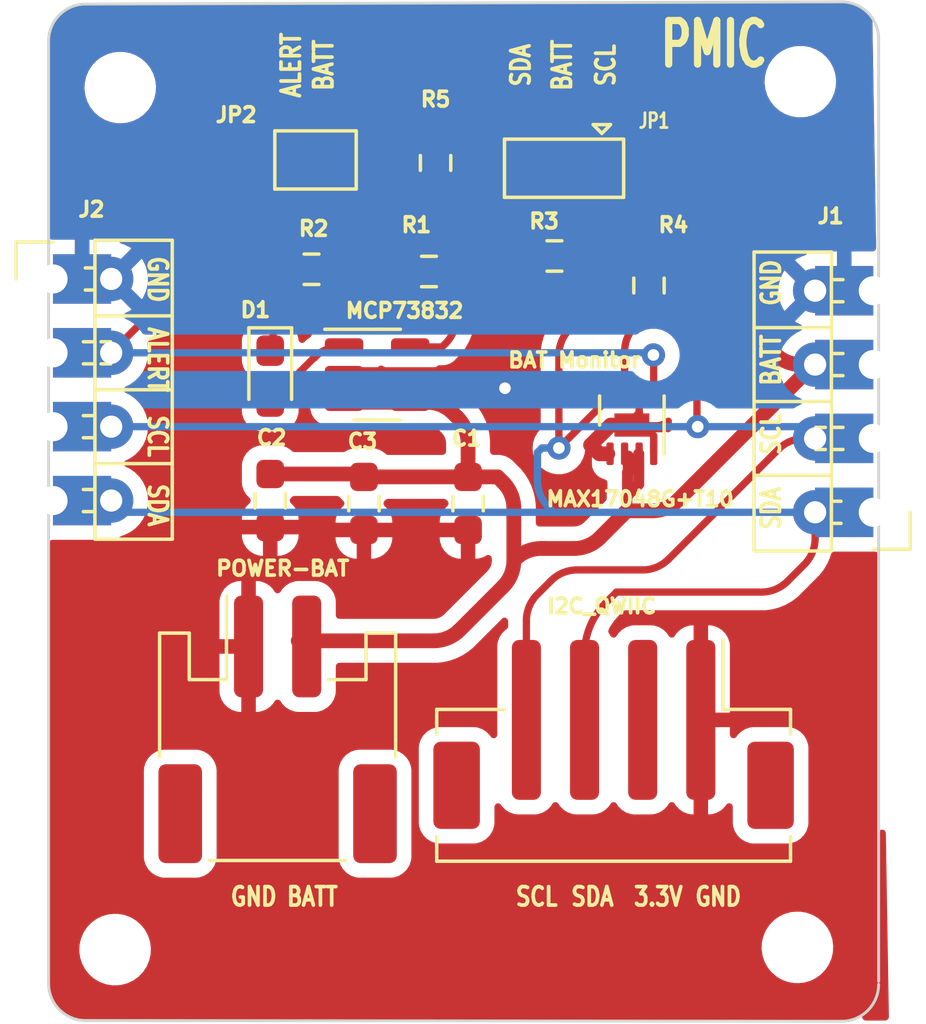
<source format=kicad_pcb>
(kicad_pcb (version 20221018) (generator pcbnew)

  (general
    (thickness 1.6)
  )

  (paper "A4")
  (layers
    (0 "F.Cu" signal)
    (31 "B.Cu" signal)
    (32 "B.Adhes" user "B.Adhesive")
    (33 "F.Adhes" user "F.Adhesive")
    (34 "B.Paste" user)
    (35 "F.Paste" user)
    (36 "B.SilkS" user "B.Silkscreen")
    (37 "F.SilkS" user "F.Silkscreen")
    (38 "B.Mask" user)
    (39 "F.Mask" user)
    (42 "Eco1.User" user "User.Eco1")
    (44 "Edge.Cuts" user)
    (45 "Margin" user)
    (46 "B.CrtYd" user "B.Courtyard")
    (47 "F.CrtYd" user "F.Courtyard")
  )

  (setup
    (stackup
      (layer "F.SilkS" (type "Top Silk Screen"))
      (layer "F.Paste" (type "Top Solder Paste"))
      (layer "F.Mask" (type "Top Solder Mask") (thickness 0.01))
      (layer "F.Cu" (type "copper") (thickness 0.035))
      (layer "dielectric 1" (type "core") (thickness 1.51) (material "FR4") (epsilon_r 4.5) (loss_tangent 0.02))
      (layer "B.Cu" (type "copper") (thickness 0.035))
      (layer "B.Mask" (type "Bottom Solder Mask") (thickness 0.01))
      (layer "B.Paste" (type "Bottom Solder Paste"))
      (layer "B.SilkS" (type "Bottom Silk Screen"))
      (copper_finish "None")
      (dielectric_constraints no)
      (castellated_pads yes)
    )
    (pad_to_mask_clearance 0)
    (grid_origin 0.15 0.15)
    (pcbplotparams
      (layerselection 0x00010fc_ffffffff)
      (plot_on_all_layers_selection 0x0000000_00000000)
      (disableapertmacros false)
      (usegerberextensions false)
      (usegerberattributes true)
      (usegerberadvancedattributes true)
      (creategerberjobfile true)
      (dashed_line_dash_ratio 12.000000)
      (dashed_line_gap_ratio 3.000000)
      (svgprecision 4)
      (plotframeref false)
      (viasonmask false)
      (mode 1)
      (useauxorigin false)
      (hpglpennumber 1)
      (hpglpenspeed 20)
      (hpglpendiameter 15.000000)
      (dxfpolygonmode true)
      (dxfimperialunits true)
      (dxfusepcbnewfont true)
      (psnegative false)
      (psa4output false)
      (plotreference true)
      (plotvalue true)
      (plotinvisibletext false)
      (sketchpadsonfab false)
      (subtractmaskfromsilk false)
      (outputformat 1)
      (mirror false)
      (drillshape 0)
      (scaleselection 1)
      (outputdirectory "Print/")
    )
  )

  (net 0 "")
  (net 1 "+BATT")
  (net 2 "GND")
  (net 3 "Net-(JP1-A)")
  (net 4 "Net-(D1-K)")
  (net 5 "Net-(D1-A)")
  (net 6 "SCL_PMIC")
  (net 7 "SDA_PMIC")
  (net 8 "Net-(U2-PROG)")
  (net 9 "ALERT")
  (net 10 "Net-(JP1-B)")
  (net 11 "Net-(JP2-B)")

  (footprint "MountingHole:MountingHole_2.2mm_M2_ISO14580" (layer "F.Cu") (at 99.4132 109.3446))

  (footprint "Jumper:SolderJumper-3_P1.3mm_Open_Pad1.0x1.5mm" (layer "F.Cu") (at 91.3868 82.5532 180))

  (footprint "Resistor_SMD:R_0603_1608Metric_Pad0.98x0.95mm_HandSolder" (layer "F.Cu") (at 82.7 86.0274))

  (footprint "Connector_JST:JST_PH_S2B-PH-SM4-TB_1x02-1MP_P2.00mm_Horizontal" (layer "F.Cu") (at 81.5344 101.8472))

  (footprint "Resistor_SMD:R_0603_1608Metric_Pad0.98x0.95mm_HandSolder" (layer "F.Cu") (at 91.0566 85.5702 180))

  (footprint "Connector_JST:JST_PH_B4B-PH-SM4-TB_1x04-1MP_P2.00mm_Vertical" (layer "F.Cu") (at 93.0914 102.0214 180))

  (footprint "MountingHole:MountingHole_2.2mm_M2_ISO14580" (layer "F.Cu") (at 76.1214 79.779))

  (footprint "Jumper:SolderJumper-2_P1.3mm_Open_Pad1.0x1.5mm" (layer "F.Cu") (at 82.8374 82.2682))

  (footprint "Resistor_SMD:R_0603_1608Metric_Pad0.98x0.95mm_HandSolder" (layer "F.Cu") (at 86.9672 82.3717 90))

  (footprint "Resistor_SMD:R_0603_1608Metric_Pad0.98x0.95mm_HandSolder" (layer "F.Cu") (at 86.7405 86.1036))

  (footprint "MountingHole:MountingHole_2.2mm_M2_ISO14580" (layer "F.Cu") (at 99.5148 79.5758))

  (footprint "Resistor_SMD:R_0603_1608Metric_Pad0.98x0.95mm_HandSolder" (layer "F.Cu") (at 88.0848 94.0792 -90))

  (footprint "Castellated_PinHeaders_1x04:Castellated_PinHeader_1x04_P2.54mm" (layer "F.Cu") (at 73.81 86.36))

  (footprint "Resistor_SMD:R_0603_1608Metric_Pad0.98x0.95mm_HandSolder" (layer "F.Cu") (at 84.5034 94.0792 90))

  (footprint "Package_DFN_QFN:TDFN-8-1EP_2x2mm_P0.5mm_EP0.8x1.2mm" (layer "F.Cu") (at 93.7196 91.3837 90))

  (footprint "MountingHole:MountingHole_2.2mm_M2_ISO14580" (layer "F.Cu") (at 75.9436 109.4208))

  (footprint "LED_SMD:LED_0603_1608Metric_Pad1.05x0.95mm_HandSolder" (layer "F.Cu") (at 81.28 89.7 -90))

  (footprint "Resistor_SMD:R_0603_1608Metric_Pad0.98x0.95mm_HandSolder" (layer "F.Cu") (at 81.28 93.98 -90))

  (footprint "Castellated_PinHeaders_1x04:Castellated_PinHeader_1x04_P2.54mm" (layer "F.Cu") (at 102.0228 94.384 180))

  (footprint "Resistor_SMD:R_0603_1608Metric_Pad0.98x0.95mm_HandSolder" (layer "F.Cu") (at 94.3078 86.5862 90))

  (footprint "Package_TO_SOT_SMD:SOT-23-5" (layer "F.Cu") (at 84.9575 89.65))

  (gr_line locked (start 102.2072 78.1026) (end 102.2072 110.513)
    (stroke (width 0.1) (type default)) (layer "Edge.Cuts") (tstamp 0c98a37f-c8cb-4afc-bb2b-655cec73d9fc))
  (gr_line locked (start 73.6576 110.5892) (end 73.6576 78.1788)
    (stroke (width 0.1) (type default)) (layer "Edge.Cuts") (tstamp 328aad01-b088-49c0-84e1-6099c9b618b9))
  (gr_arc locked (start 102.2072 110.6146) (mid 101.835226 111.512626) (end 100.9372 111.8846)
    (stroke (width 0.1) (type default)) (layer "Edge.Cuts") (tstamp 402830b5-fab4-4b9d-8eb5-fbbec2dd31fe))
  (gr_arc locked (start 73.6576 78.1788) (mid 74.029574 77.280774) (end 74.9276 76.9088)
    (stroke (width 0.1) (type default)) (layer "Edge.Cuts") (tstamp 9e416f93-24a1-45c3-b263-341bfac3e2d7))
  (gr_arc locked (start 100.9372 76.8326) (mid 101.835226 77.204574) (end 102.2072 78.1026)
    (stroke (width 0.1) (type default)) (layer "Edge.Cuts") (tstamp b450c972-185e-4794-84d4-d01361f5d2d1))
  (gr_line locked (start 100.9372 111.8846) (end 74.9276 111.8592)
    (stroke (width 0.1) (type default)) (layer "Edge.Cuts") (tstamp c9179e03-7843-4976-afe0-03d01986bb54))
  (gr_arc locked (start 74.9276 111.8592) (mid 74.029574 111.487226) (end 73.6576 110.5892)
    (stroke (width 0.1) (type default)) (layer "Edge.Cuts") (tstamp d2e8304a-d365-4bd5-b1c0-a17b01747100))
  (gr_line locked (start 74.9276 76.9088) (end 100.9372 76.8326)
    (stroke (width 0.1) (type default)) (layer "Edge.Cuts") (tstamp f4e3884d-8aa1-4d81-8105-77994e7968fc))
  (image (at 86.9164 109.6748) (layer "F.SilkS") (scale 0.051184)
    (data
      iVBORw0KGgoAAAANSUhEUgAAAWAAAADwCAYAAAA+cL67AAAABHNCSVQICAgIfAhkiAAAAAlwSFlz
      AAAOdAAADnQBaySz1gAAIABJREFUeJzsvXe4ZVd52P1bZbfTby/TNE3SSDOSRl0ghABRTHcMmOYQ
      U+zYn3GJC8QG4ziB8OSLHTuOY4zjxBg3MMbfY4cYm95BCKGKpKkaTblz79x26m6rfH+cO2IAjWZG
      YCAP9/c855l77p2z93vWWvvd73rbhnXWWWedddZZZ5111llnnXXWWWedddZZZ5111llnnXXWWWed
      ddZZZ5111llnnXXWWWedddZZZ5111llnnXXWWWedddZZZ5111llnnXXWWWeddb5fEN/Oh6WUMgyC
      MIqiSCulpZTSWmuzPM+yPM+cc+5cxwiCIEjiOAmUDhDg8d5770//3ftvfW+ts0VZFsYYc+bfzoZS
      SgVBEEZhGEopJWuf0FrpOI7iQOvg9LEHaTpYbXdW86LIn8iYrLPOt0scRfHG2ZmN2y7avK3VqLeU
      VlpppdqdbvvhR44dPn7i5PHlldXl77WcpwmDIGzU640kSRIlpfIeX5RFkWZZutpur36v5ft+Rl/o
      B6pxXB1vNiZGarWRahLXWtVqq1mtNpMwSrTQuleWvYML8wceOvLwgyvt9srjHUtKKSfGxiZ3b9ly
      +cZmc6OQQllvnfPeOe8cDu/w3uG993gFGOvcYr9/6tDJ+QMnFk6dKIqieLxzCCHEaKs1tmPj7CWb
      xsY3V4IgFgic9z4MdVSrRPUk0LHwDu+EN06YXOjijv37bz9w7JH98wsLJy90jNZZ54nyvKc99cXP
      uf7aF1++YXrXro0bLgk0sQEvlPC9tJ+1O+n8vkdO7PvHr9z1T5+772uf2Hf4yNe+V7K++Km3vmTX
      hg27t0yMb55oNsdazdqI1jpRSFGUNj1+6tTxT95zzyfvPHjgy1/dt+8r3ys5v585bwtYCCHrgW5u
      q9cu3TPSvH5TJdpZj4LRZhy1Glo3JCrWOpJHi2L5Ia0/8snDR/5236GH9z3eMYNABzfuvfLGS4x5
      6fW15nUVKbSW3hXOOF+WTgeB9857Y71HKYyUpFLaB7vdrx3W4Ye+8MADX2h3uu3Hs7SDQAdXXbzz
      qouF++FbxkdvGpOy6pwQxjuvpddhoGKtXeCsQ+jAZyJIelGt+Zw3vGFw10r7rrf/1//2zs9+4Yuf
      vIAxXWedJ8x//bFX3LtxkO3eECdEeY4ocqSWSAFYh1QBFk1bSr4y6O3/2Q996OLvhZwvv/UpP/2j
      k6O/v0EpKnmGsgYUIATWeGQQYaWm7SwnXL76C5++Y8/xxaVj3wtZv585Lwu4EkX1Ma03765Xdt88
      0rhx72jj+tlYX9SKdT0UMlCeAKFl6YU4KPRqFgRHW41661zHjcIwmmk1Nlzc6V51WTq4bvP4qKwF
      ktIWzjrlA6kRDrz1oAP6UtBxzjVsVFNR9cCDzeaDvf6g93gKOInjZHOzftFlg/bVT9L++qmARCst
      vAfnHUJ5kAITKjLrOVFmnKrV/PSm2fpzrtn77De//T++NUmSSpqmgwsZ2HXWuVBq1Upt1PtJsXiK
      JKkwqQMSPKIweGvBeoQ0FCi0EEwLRurVar3b73e/27JWtaqp9jIVJRnHUREOZx1CSKwBbEnuJdJZ
      bOBbG0ZbG9YV8LdyXgp4eqQ1vRNx262t5FnXjVQvnq1H05FwSSxR0lu88SgpcE5QdTIS/axRieOK
      EEI8no+2Vq3UqoGaCHENnFEUAzwSpZxCWhwGAClBCkfFC6y1fswUrcQzOz7SGj95anG+LMvybOdo
      NRutUcXmMVdMF2U3GMhEREohvAdrkQ68dHipKDNLYWFkfFpQbfLA/fv2G+dFpVKprSvgdf65adbr
      zXpdj/XzDgOf46pVEGBsifceKQTOK4yTlEi8Rp2OX3zXZa3Wx3pL83Q1NBKNEhYnHEIIhBdIqxDW
      gymRXjHVaEx+L+T8fue8FPDE6NjoFm+vGGNwfSLdCHhVWot0FqzFO4eSFiUrhEKGOi+arUq1FQZB
      eLZglpRSjrSaI4m1s6EzzbgSk5cZ0guc9ljh8B6EB+EFylmkFCgPDWcqQZZPTjSaE5U4TtI0HZxN
      0Y+2WqNVV25paTdZ2FIPnMbYAuUEyliE9zjpKLH0S8hlwCW7dkEY8k+f+8I9QRhWrHX22xnkddY5
      H7ZsnN2itFQIS1EMyJVH4DCuRGmNF4AIsFZReoEjEFIK+b2QdWpkdKacP0FqLVngsaKgFAatNNoq
      tJAYq7DO44RgotmY+F7I+f3OeU2e09qJSk0MtFYDicq8x3owzmKw5NKRSksuDF56WZViZDqOpuu1
      Wv1sx1RKqonRsYkgzTZWvGwaKbBKkXlP7qHwktwJchRGBmRe0LUGpxFxSFT1dnQkisYrlaSipFSP
      +eWklI1qpaFMNqmlr4tACSOhwFHiMQislBRCkOIYCE8aKjbs2QWB5PZ777nfCyF7vW7niQ7wOuuc
      Lzu3btnpnQcHzrnh9eUdRngK6RkIS9+XlDic93jPOTOA/jlQSql6tdLw3mOdxXhPZh0D7xjgGQjH
      AEcmPJn0ZAHU69VzuiR/EDkvBTzI8oGtVlYzHQwy63HGo4VGOgkInBaUymOERQsvxrUaacCG0VZz
      9GzHTOI4mWm2ZqqDfHYkiqrOGWQg8RK8lDjAOg9IvNA4JBbwQC0I48lAj1dhqlGrN5RSj6mAtdY6
      0kFVlb4eCxVopRFC4j046xFeIJA4ISnFUBGrahU5O+N7ZW5PLp467rx3xpizujjWWec7gdY6uOyS
      iy/3XuCcxyPxUuGDABcEZDiMklgp8EIilQak+zYzSZ8QgdZBKIjwHolEeImUAVKFa9eqwiNZu5dg
      cVTisPZdF/T/As5LAa902itFlBzti3ClyCwutYRGERiBtICUGG9xzqKBCaGb1azcMNpsjkopv+Uc
      Uko5NjIyNo3YOlXYqZZWOlIgsCAsAotwFlcU2LxAOI9woL2CwlFDRJNBMBaV+UyzWm0GQfCYfrAw
      CMJEqEYDXa0S6cAptJUoI1BWIK1AWPAWnAXjPONTU7gwdF97aP/RIi8G2SBdt37X+WcniqL40h0X
      X+qdRMgAVEDuoEBRqJAUiZMa5yUIjUdRflOO/HcLpZQKpAy1FygnkVainUb7YPiyGmUkoZUEVhBY
      QaLD+GzX6Q8y56eAV9srHWuOdi1LWeFcWhqcHN7ZhgfRYAXGGIQzVLyphGk63qxWm49lnSol1fTE
      xHTYXtkxgZnULheBAo/Fra0n5z2lMRhrOZ3kIKWiKA3Ke92Qop6k6fhItTISRVH0WHJXkqRSVXo0
      EbIu5NBdJhEEQqAAvMM5j3NgvKBwktbENM7jHti//xFTltncieMHn9DIrrPOBRBHUbJ5anqzc8N1
      LoSgsIbCWryUSKnX1qvBeovz4J1wxlrz3ZZVKamkVho5zCRyzoMXCCOhBGdPZ+9bJB7pBYFS+myu
      wh9kzksBp1marmbZYiHVSi5UOQgEbWXpyRIjgUIR+QpKaoR0hGQ69EWtniT1x4rSBjoIJluNyaTM
      N1RcUQ/U0JS2ziN0SOEEhRP0naNvSpwHhKT0Hh9ICmmohiIZd2ZyOgyna9VqTalvndx6tVavKTkl
      KZo+QIhAY5zF2gKpHEI5nPRYLyisxIU1Whu24IR0x+ZOzi/Mz+/v9Xrtb3+Y11nn8alVq42x8bEx
      KSW2LLGmIAgVUoHLS7RzUKZUY0lepiAFWoTme1GxKYQQTghl5NDtaKTDC1BeIZwALSmloZQlTjqs
      A+fEOatifxA57whqfzDoq2p9uVuUg54pyISDSOGlQDiBMGCNRQgItRCht0miVD2O4/ibj5UkcdII
      9FgV22pEOlDCIwU4D9YBQuGkwklJ4T3lWkDCC49xhsKVVLWozAo50zDlppFGfUTKb7W0m41GM7Zm
      qqpoIIf+YyEEfs2SMAytCes8pYMcwdiGTTip3dHjcyeOHz/xuIUk66zznaLZaIxUkqQCIPAIPMMY
      m1+zIiHUmm63S6VSwRhDLxvYLM+z77asUkqJFNIJj5MeLzzOu6HD1wuc8Fg5zC6yYmit50WZW7ee
      TfTNnLcC7nS7HZJkoY/rWuswhcE5AUIihMA5h5ISZy0SJRIlKxG0kihKvvlYtUqlFppyIhK+ocNA
      KC8RVqCFwjtHaUoKU5AVOYMspfAOJwTCe7QQOA8BIpgMgqlqnm6fHR+bjcIwPPMcSinVrFWbYtAf
      rwpV0ahhSpsYBg6td8MgwZriN85htEBunHHGFOaee+//Ql4U6XdgjP+vQGutozCMojCMwiAIH8t3
      /4PGsIeIDsIgCOMoiuMoiqMwjLRWF1zCfy6ajcZIqIMQ4Ey37umfPYLUeKJqgzwrMdaRNGvfE6tS
      CCGQCO89p19nynv61uH818XLTJk9Xr7+DyrnvZB6g0Evk2JxIFUXoSjzktJDoAICKRFYAqXJixwv
      lahpXYu8G61WKtUzjyOllKOt1miUphuq3rSkVEILNQy0KYF3w+kz1lB6R1YWDMoSrRXCWbSUeKsw
      paMlVbVlzexMsz5brSTVXr/fO32eJI6TiUp1IlrqjMehjzQKbz0CiZAeZy1KrWVx4PFKUR0fxTRq
      Zt+hh+eXl1dOXOhgNuu15q7Nm3ZtHhvdsX189MoNterOwPuoonUshPBRVLE9W+a5dL7r7PKJdveh
      B4/NffXeQ0fuPTY3/89eJTQxMjJx6aaNl24cHdm6Y2Jiz0VjrV2BF5WqVvVAiFggpPHChEEojXMD
      L33RL4uVU/3+8a8cOXL7vpMLX3tkcemRuVOLc9+uLIHWwWm3UV6U+ZnBJCWlQsDZ8q9f/tSnvvqW
      jRe9YKIST1hhgjnTP3bX8flP3r7v0KcfOHzkgQuRQ0opG/VaY9vMzLaLJia2bxkf275lYuTysWq0
      xXkbJIK4CrFySB8GNnOuLITMc2u73axYOLbaOXTP4aO37z8x9+C+R4499ETHI47jitJf38V9XbGJ
      R1/eK6SMyG1JEIWsDjqPqYArcVy58eKdN20dHbliqla5qBEG9UGeZYtZdvxYr//AwYWlffcfPnLf
      E5VVIMRaitKjeO8ZJu5//b0443vkRfkdc5Vsmp7atHl8fOv2ibHde2Zmrp6sVmdFnieBVoERwhBo
      rJRFqVR3rtM9eGB+4b6Hjp946OGT8w8vrawsGfPd95ufjfNWwIM0HWSClSIMBv288KM6EjBMtJbC
      IaQA7xF+OOiJ97XY2PFGrdaQUsrT5cJhEIQzo6Mz1d7q5qZSDbxDCfVoQQfCI6UAKRBx6AdpRrcs
      iaNIaOHAOjwSLITWBeNSjdQEU61Go3VqafnU6fO0ms3WeBRsGtN6IvClCoUeKmAlhsmTUuAEFNZi
      HNhAs/myS8mNze+87/6HT5yYO+8L+epLdl79hisuf9sVhX1hVJRoa9C9AWIwwOGw3gwXZz5U9K4R
      gVZkgwxXrzD13Gdztxcf/o1PfeaX7j946P4LncRz8cwr9zzr1Zdu/3c7TXajLnK8Ncj+PHIwjxIS
      ISQCsMbhxXB8vHcIHEqCkvDsRvivg9YOum4nh+vJnX9w30Nv/shd93zkicjzxmc85Y9+qJG8flxp
      IjdMazQC0ytTHyWhFDJUPRny1V5+6Fc+9H+2n/7cros27/r3N135uXhueWRLusLg1DJGGC5qROyJ
      y5e/Zu+lnLjl5tt//M/fd3N5jtRBKaXctXXrrl9+6lPesXl59YVjQYDIMkyRkZ48SiksCEHsBLXM
      o60jEyVGC6zWCKEIrERawataY9ipGXo335h9oSz/4rc++bm3PJGblHPuUa12pnXpPAgkIREmc8gg
      ovQWY7JvuEFFYRC9/XnP+aO9efljDSEJJeTpAGVLqrWEXBqKoIqanKB79ZX9D6523v5Hn/vi7w6y
      7AlXeT56oxDiG9+f/hnwArKy/LZcJUkcJS+9ce/LX7Jl/Ff1ysqOmgqoKE25chS55KnEMdYOXaBO
      iGH+NHCZENxW0ZjLNlK77SZ3ey//wB9+/o533v3AQ3efT7fGf27OWwHneZ53rV2diJN2+1SnnInD
      UAcx3pSUZUmgNWVZEGiN80IkuEqc5ROtWq2llFKnv2yz0WhuTOLNrZVyQz0QSSjWchOEGL6coShy
      srLARQE5goGxWEAqhTcWhELrEJ8XsiGpB1k6PTE+OnHoyCOHnHNOCCEmxkYnKra4aEIxFjshtFBI
      D0NLYrhIhIDcGDIDNqmy8+qrWE37gzvvve9r3W538Vxj8tzrrn7JD2/b9LZNg/7uVq/NqBMkpSV0
      Di0FTnoK4cjVMF2zXosxxpAVGcpplFQYY7GPHOXyMHrOu668/DmPPPnGL/72F7/8M1/Zt//b7h71
      k898+i/cGgdvuihSU37xJJOhIlozKoUYXhjOs5Z3KjgdL3UCvBj6HrElqrQENkeZlEYQU7f51b+5
      ZfaffuziHV/5z3d89XX3HDp894XINWLKqXixz0SlSg2BKUosTgfVgNXlJZwMcSJgS5Rs2zQzvamf
      Zf2dG2Z3/sYVOz4RnzyZTMYJcbpCoguSekJqcirGUvT7dFeL66/aseOaLz/44BfPdv6dWzbt/KVn
      PuO3Np2cf8Hk/EmiXo+a8ATC45QnD8BpBUIROUnNCaQf9gsp5LAIQjlPWDiU8QgspbMs5Z34ZsVr
      r7/1utd+wcj/8c6PfvpXVrrdx+0IeJosz1JrnQGGO7K13w//HZb34oYuNOsdaKjGwaNW6POu2/Oj
      /2pq8r9t7PfGa9aTiGFa52igkTiyUwtUIkW1UmGw2qUp0upPVKvveOGPvOhn3nbn3a/47AMPfvp8
      58/jvRf4b1C032IBu2+wgLOyeEIKeGpsdOo1t9z0izdFvLGyMhfXjx2hHkQkyiFsNtwbKIXPszXf
      +TDOI6QYuqTX1rAtCopDh+Xlxr3s92+6+mX33HTD3/ynD3/0Vw4dO3boicj1neK8FXBpjFnu9Zcv
      qtcWzOrqwFjC0nhioXHYYWDLOoTSgKCigigpy9GRam0kDIKwLMtyrf3kRKUoto9rMRkqKaNAY4wl
      kBqEQAhJWTqfWVv6uGmLsKtSY4O8NDg97DmBV+AkcaB1zZb1aNCZmmg2J8IwDEtjSimlHGnUR1Q+
      mA190Uh0iHRieJNeqzJiuJ4pvcdIhaxWCDZtdCudfvfOr97zqXONx7977nPe9/Ra5WW940ep10IC
      DQNhMN4RlQ5lwVpPpjwDBSKQLGUdIh2AU9i+I5ABlbCCFpKozJgRlmS+d+Pv7bnsjvdv2fxrv/OR
      j73jiUxqq15vvfWmG/5ub54/ZaTMkb2CZi3BZgXl2k3fCYEVAgs4ofBO4LKhX9wID9KjlSBEEzmJ
      tZaQEu2h6QTKWlQ/v+bdT7rprrfWG8//yN13f+j8JRSstNs0bIEPAuIgREvo9zvUmw1yFKvzS0SN
      GpU4qUyPjE7/wo4dX5SPzNOUHqULUpeTuwFd08VZS5rDaley4fqn+oduv+OsLRp3b9+6563XXv3l
      6oGD0axSROWAej3E+YLSlngxTKmyGTgrhmW/VuElpDKn9AZpJBUfUrWaQEicBotASsfmZovVhVWe
      F1Rff82tT/vhX77v3md+9fDhr55rRAaDtNfP0oGHJgwVl+MMH6sYluVba0FApBR0+7KaxNWfvPGq
      N99WkW9pDnrUpaISBVhb0i9TVA41L/G2ZDU3dIsuE2GdGpClfXxvMPsHe6/+1DtaI6/9yy984X+d
      z+ydzXL0j97U11JJz/hb+gTiKdfs2H7N22649m/V/IlNk2VIPWoSqBJtBeSe3BisGBaCWSeRQiCc
      A+eQwqGkQAuBQqC9paZLRoOIhUdOcE2t+SN/8ozbfuSX77jjxi/df9+XLlS27xTnrYCttXZpdXWp
      35w94aq1Tm6KVj8tiKoJUoF1Fq0U1lqsg1pS0yNp1hwLw7FKElf6g0E/0DqYmZiYUYPO1jEtR0Ln
      RCgVeW7QcUBpSlASpQJKoVayarNTVPrNvFdO9LOMqhZUA40twFlDRQsST5Tk6fjM1IbZRr3eOH2e
      VqPe0t2FEZFlUdhIHo02Dhf08C6JkJRCYIMAUa1iksQcO3x0cW5+/nFzf99829P+5Loif5me67C9
      WsUrSy/rYvQwAuyUBDxpUdJNC9rSYoUjwBIpRRQkVIIEj8DlKRGCSCpkUbCxUuXE8gIvb42+ffkp
      N5/808989n9e6KT+0lOf/K49/f5TJqxhLA7oO0s2aCNQ4IaGigEKIcmdozBQGgdOUDpHgUNoSRQq
      6oGm4QUOQS5KKlpRtJcIoioX1Uc5cPQRfmX3Ze95cG5u79GFhaPnI18UhHFmDblzlMIjraFMM8JK
      wMKpeUoVUq0lLOd9WvVa63nbt7+o2u1Sc45ES/I8Q0WSUEeUJkcITWpK8lqV+739R+vsWaPtP3/d
      FX9WnT8ZzUjFiBrmrPZ6K6A9DgdS4lAUxpMZT1E6MBIrIcsykBCLCKsClJQYPKUtKQuD8RbdsYxK
      hS1yRO7H/u2eK/7k5UeO7D3XdncwGPQ63W4Hwcww9+FbcXiUVggpaK+ucPlIfft7nnnjx1qrKzfU
      05CKkAhbMMhynPCUamitF8YitUCEIUppVjptYq+oVxuMSs3q4gI/NTv9Pw/uuvT+2x948PZzzZ/3
      3js3FPFMKxhxxvvTlrAYfpcLVcA/8uQbX/rzG2ffbx5+mNl6jXy1jdcC4z0ShUVQeMiVYFAYemmK
      Nw7F0GUWh5ooUMRKEXkIrCWwFp9lTCQ1Ov0uttfnv+y96ou/KMWTvnDvvV+4EPm+U5y3AnbO2eXV
      1WV2XXyi7RbafWMZFYrcGJS3BGIYqcWtKThTirp0zcSW061ms7W4vLIYx3E8Xk2ma8XqdODKShSG
      COtRSpNbi7EG78Ai/fG8mJu+dPeh+aMnZ01v0JyK46jEkxlDrIZVjZlNCZSLNkbBpPHlji0bN2xZ
      WllZbjYazYlqZUoup80k0dI5i0OitMI4g5aaQZHivEOGEd3Mct0NN5Aj84PHji32e/1TZxuHX77t
      Ke+6UZjXtBA0tUekPawrqIYK4yVL3S5BXGO502OQGbppRgFr57UI4YnigmqUM5k0GI1j0qyPDxRe
      OYqspBkFZGXGj7dqf9y//lr7N7ff8Z7znafXPuOWt15WDn40shlCC/re0CUHKVDWEOqAQZpjEKxm
      Oav9jMyAcwJTelCKzA87WyWRpq4UG5MqtUqEiRQrZUqiPFUMftCmGQjUoD32lpuv/+Ab//4fn1yU
      5eM2yAfwSoZOKwo8pRf40qJEQJYbtA6HKYh5RiWq8J7f+NU/bf/V+y9e7rYRwlE4sFIivcKlJVqG
      9PKSjpOsjFT5uwP7/uB0apZSStszChV+74XP+sjWk8evSIwjiWI6aYaUHqGjYeGA8xgLA+c52enQ
      tganNEVeYgoLpSXQAY6UelQwGsTUQ81oq0JhDQjo5T18KYlkhUhItjpzxc8+/dZ3/M5HP/7mxxuT
      NMsGS6vtJWMt1jmEFsOSeTd0lVlvQQkKk6GdZLySsLK0zNZK9QYtA4SH0pWEcUSapQglQQYUZQEI
      pJCURpCVhkocMbCWXrZCGCQkQY1Kt83br7ric69bXt7+yPzCI487f0OPlThT+TrvEXIYQLfOIeTQ
      JeGGj1MguwAF/Ipbn/LqV1bi96qT84wrSTDooXBY4elnA3StRac/YNVaOs4x126DDiizgmEoylJJ
      QgIFI5WEqWqdSDhy45AedAlKaqaTOgsLJ/jv117z+Z907obb77//nDef7zQXlE7T7nTbS/3BsVoU
      nxqUZdHup2E9rIPyw7xa65F+aMFaPE3vmjVnN46PtMYPP6IO16vVek3JydjallaoAInwrAXEPFEt
      oTsYsNDpZctBfHxuufPVcmx8VXt5UScdTLdqybBtZGkRDqSGQPigaYqpVp7tvuaqKw5mRZFPj49N
      bR5pXV45FYwHRS6cNVTrLQbpgNIYVKiJo4QUT68osEmVjbt2sZjl2cMPHz2VZdlj9ld9zQ1Xv+kW
      YX8yTFOSOEZTIn2J9g5nhlaiEyGHF5bpeUHqJcn0RnScYIuCLO+h8ay02wT9LmViEc0Go7UY4wtK
      V2KMIxYe7QQVX/KzO7f+4SOrK/u/vO/g5881PxsmxjfdWo9+U7bbhLGmkw2IlETEFdK0TxKEdPIS
      ozQL7Q7LxpAFGlGrYlGEQULpHKX0CAlL3VU6aUqRFmyUo8Rxgg4kYChMgXNDfzx9x7Za/doX33DN
      q9//2S+e02KXAm29xwJWgDj9lCil8d6ihUA7R9HrUP3MR7ccPrSPehQTxRG5t/RKQzkYEDpHoAJc
      WCEVltlrr80Pvv/vD2qtgyAIKmfO4+ufeeuvbeiu3CbSlLhSxQiHDRQOP8xf95JAala6fZZtyXzu
      6MchNo7JQ0ej2sANSlABg8GA9iBjNesxWU1IV0umJhsUtod3blicZDO8lIiB50VTY7/0vrHR351b
      Wj5rYC7L83T+1MI8MLQkOW1VijO29BYdCLJeH4WkFcUILyi9o0DQLQr6nS5FWRKFIXmaUokjxkdH
      8dYTiADhHd6UWCxWAqLE2wGRD0iWF/W/ueXJ7/z5v/7bV55zDvHi9DbDD+Pva5r5dCXr2ns/tNxz
      Y855Ywa4fPvWy384jt5b6/WpeUesBL1uh2qzSi8fkNQbLPcHtI1lwRpO9AeosTHQAYHUeGdBeuZW
      F8l6bSa8pV8aNjVahHGMKXJym2FKS1VYagSsHjnEu2688Us/lqa77z/0nQ+CPx4XpIDzPM/n252T
      M1F8dJBl3awsx0rH8G63ljTOWvqJ8FCTrhakvZmxRmMsDIJwpNkcCbJsJvRlQyuFlsPMBKcZtoPs
      97FCsSTDZTM+deDu/Yfv2lip5Et26bqmFFP9shSxGi4iBTjhCQKlxoxs9geDPbM7t3U3zMxsGG00
      R2tzR/e2i2LUu2GP0ixLH90OeeeRSmFNSVoa/FgVedEWBoMynV9YXPLef8t28dKNs3uepv2vhO02
      zUqEdAUgL5ijAAAgAElEQVSFKdBrF4f1gm6/oG+gDGuEo+Nc/6xnMbVrF7UNM9RHRzG9Hgfvuovj
      d9/Dnf/0j3TzlMOn5hHxNL7MiEKNtR4hHFBQjSv0TzwSvfGSrb/7ukNHnnSuyP7LbrjuDenJkwTC
      cjwtEQpk4Uh6klBo8sKTe0Unz1lCU06McdnNNzN78S4uungXWoWE9TqlLzk5d4x7v/h57vvEp1h4
      5CRJ4ZkeeGqBQllLWea4QOG1RlmP7xieOz3+6++HcypgJYU+XWzg8JRyuF8tbEkQSAJAlyUjUcSR
      O++IKqJAS8WJlTZLaTrsiuc8DRlhC0t9dAwxM8UXl9u/VRhTxnHUHAzSRysYW4166+aJxn/ozHVw
      gaQz6GHznDgIiMIQ76ASVehnhpXCs4qiue0Sbnj6UxnduY2xTZuIqnXCMCZdabN45BG+8KEPc/zL
      d7KSDVDGozs9osqwxD1k2MM30aB8yWDuuHrW7ste9J5PffZdZxuToijyU4srp0bP3NLD6bDSmm/V
      IHWI12CtIxKSzFo6UrCSZ7T7Gf00xwuB6BbEFryD+aWjbJqaYTSMqKDQ1mEw5JEkcyWZdCgFFSvY
      nfZesX3DzNsOHp/b/3hzKL45T1yckQN8WhGvZXA47zkdYHw8RhqNkZ/YdfH76u0ucVFQSsNAa4p6
      QInF64hu7ukTcLIsWdABo3uv4apbb+WyK68mmpiE1VWKYsAD993Npz/6YU7tP4BLDYFP0VVBpCSl
      NsPCLvrUkgatQjF3cB+/86IX/d2r3/veJ80vLs6fS9bvFBekgK1z9tTS8qly+9ajvU53VYZqrDAO
      sba11lIiEJTGIEJJrGQYZnmrWR9pJnGcjI80x4Osu7EmaZ7+v9Z6nHLDZs5akDvckpbzp6J43wP3
      3vdAeOklIdacmBFiZy8v4maUEKylvJTOIAyMREnQNq61sTly3Z7rb7wsqtaifX/zvtHUU9FyGPnN
      +hk6CgmCAGcNZT4MSKkoJp4Yx0WxT1ezbGV59ZRz36qAX7Vt0x/P2nJ0Io7QWmHKHHBIqcBCbjy9
      wrHswE5O8dq3vQ22boUowsQxh46fYGJ8mkue83wuueXpXH7FFXzg9/4L/ZWMhXaHrTOTmCwdRttL
      A87QqtQp8MRZ79ofv+n617/7M5//g7PNTRDo4IqJyX918vBBlrMeZZESVmO0g6QQ1IIYg6c2NkpP
      KaKpUV7+xp9iZO9erFTYIMIZT6EUBSWzG6bYtHsXtaTKvR/436ycPMVYGOHlMHd6mGhv0UKRWEfV
      w+hgsGXb7My2QyfmHjey7IWQRggsArfWTQspQIVYgMLg7bC0tdPrUI0CTrVXOVVCR4boyWnyrKRj
      JZSe1AfsumQPRyuhiitJLQgCAYN2EARRJUnil9/29H+5vNKmvbgKvR7KWEIhqMQhWkhcaYjDhEpc
      o4dgfNcufvitvwajLVJrUNU6Rgpy5wiqdTZt2Mimiy/lvW/5dXoHDtDL+sxOtHAuRXhFuXZz0d4Q
      CE3VGm7bctEr3gNnVcDGmHKQDQajDF0PDJ9b+KgiG1ZxQl7kBFGIFJp+auh7ON5POdHroxsjRJMz
      hNUqGkG+uMyJdod+VhL0U5wBGcfU/FpWhR8GYQ2WkIKq1Kheh5+4ce//+6a/mXvx482hEEJ+Q6oc
      wwSINdHX5vnrvuzz6Rj0gr1XvmpiefXyuhTU4wDnHQOTYyOFRxAR0ukMWEgz7OgIW/fs5sVvehNE
      MaiArN0nnJghbFa5cutFXPmc5/Dn73gnRz/1RXq5p68tuhrgpUcqT5an+NLQikYZCTSH779v2+uf
      9ayfevtf/MVvnIe43xEuSAE759zyyupyrvXxjjPtTGqfGyPCWGDXJkFJhSlLAjxKOpEoH8dS1Zr1
      WnO6VpuuLc3N1DWVQCpw4utVNGLoxG8XZbGoooXjg8GxhaWlhSNzJ480a7UD7cHSFaMwY/3pyXQ4
      57CmJIxDYi+DZlFMbZzZIMBxz9IpGSCkYqgulJZDP6xSwwU9bDCBDGMaGzZgpbSLS6u91ZXVJe+/
      MWDyoqt2/8xOYa8LihwdhRhTUnpHpIfdqfxawCYLQmytyg/9P2+AXds5cHLB/a8/f/89X/7SHQdN
      4dJGs9F65Uv+xVUvfd6zNk4942lMffrjnPjylzDO01nu0YwjtPNQligv8N0+NSFwxvDcVvNtfxIE
      f3w2H+vYyMhYFqhNfnIKmdWpK0me51gHxmkWegMUgoePzDO+5SJuuOnpjFx5PaWUfPHB/af++oMf
      fKjXHvRXV5fSequWPPtpT730lS970Zbrr7+BB//6QyRBiJGQy+GTGaRXSCwqL4msQMiQMhdcNjW9
      +1wKuJSKQgQYEeB8QOgkeIHUIXmZY61AhgGd1FKqmI51tL2irI8QjUxwxW1PY2LjZspezpH9h7nr
      9jtINu6c2xiJTYEKm3lezgkhZRInySXbt29/8VOe8W/u/Mg/Eo9uwcZ9okCihGNQDLBljhU5AkfR
      XWV6x042PfXJMDZCF8wHPvqJA/fd/cDi/NxCt5/18o3TE/WfefUrrr5k69aRvTddz6cfPkgiIrJO
      j3o1REmBsSUqCBmYAiUcTS/od9qXP96YnH7C+Gml5dYcrWf6WYUcNrxCCFQS0c4NK7lhKTM0Nm1j
      85Nu4JmveDlqtAVRSH5yns/8f3/P1z78cY4cO0pb5pTVJrM6RBfgvECi8MJivMWanKoK2Jn2nx+F
      QfR4xRNyTc0+VjO207m/3/jLc3dtuy4OXzerFdnSSUy9ghcOqRX5WkGKMR4dxMO88bjCC/7la6De
      4Pa771v5rd9/11dOnVhYFMKbiZnxTT//0z9x1Y2X72q+4EdfxV/df5T02HHSwFNLJD7zBIEg0hFm
      kGFMD6UTKqHith2b3/iBHdv/8qEDB59wUc2FcMEllf3BoN8x9lQs5Up3MDBjtShQQYwrCowFrTRS
      Spy34EsRShWFwtenJyanJ6XY1HBmPBFKBSi8F8MuT1iEhHTQZ7l0vbIxfnKx013M8jybm5+fu+Kq
      3QcWuwuLG5ScyYuSRAYoINAKSgsOlPfika89qLe+4MWCMmPxxByBcahAURT50GqWAuscGtA6wBWG
      tCjZMDNDZsvs8NGjp9I0bX+zC2J3ol4ZFTnKDTMLrbUIObQe7FphSC5htSjZvncvM1ddyb379/d+
      6Tff8ZH+oGi7zFotpV9eXZn/nT/8w49+9HOf3Pbud/zmLS/5qZ/m9x7aR7q0jDUC7xi29NSSQGnS
      PAWlqFUqBN3e1MtuftLr/uwTn3pMK3jb1m3b/vWvvw2sgZVlfH9Ae3WVlaUV+t2UYjCgu7REmmfM
      La9y9bOfAyrkTz/4wf3v+au//ry1zirnfRSG0fTEZJ2iMKysEs/MoouSCD/0HTqP0UO3k8TjjUeu
      laH7wnH55NQN/xv+7qwLTmstvPDCe6R1qGGkCaEkaVHgBYRSUxpHkWdUWg0WOotkScy2W25Jb3jt
      T1hjrTFBZMo0K+t7rrTVG647/KW77/zKZ+64/dMHDh76Wq/XPSWElEqp+uWX7tr9zFe+avOzX/pS
      yFJot3Fpj8XFBRaW5siyAb1Oh0GvR5aW9Izl2uc+H6sCfuFNv/rx+x7afyJSodNKuWaz3qhXalHW
      Tx1CsG3LZu5tNShPHEOEVUTpUErgnEKHwwCYlG5oZbfbY0kcJ2mWPWYwKoqiZKTVHDmdpfNovvpw
      b48XUFpLEASIAtI0p5uXrJSO6V2Xc/NLXsrM02+lUJKvzZ1Ie1nP7d65s3rb636ckfooH/vLP2O1
      PcdqqWiFdSpaABLpQTFswuJsSSAEtaxQt+2+7LkfuvPuv30sWYUQQggpvjEDQjyagnY6I+JC2L11
      yxUbvL9q6eQxtk6OYsuMMi+oNRuPZlalRc5qZghHWjz5hc9HbdzAhz/+ycXfete7P1KUPvVCenA8
      srB48C3/8T8d+/Vf/rnn3bJnb+vK62/g/qUP08lTWi5CWw/OE1QCdATaQegtdWdITzwyuveynXuP
      HD125LvRZ+OCFXBpynK131/d2GgsZ700LUoTFLZECw9SUJYlWocU1qC0JCxtRVs7vm3D7LZweXHb
      GGIs9kIoho3RhVI4V4Jz6FCTGtMpK8nc8iNzy9Za2+522z0hj4dCLHazrCx1FPhomPYWSgVrZfmR
      VGLu0MOwvAq+xGQ5NRkSBwFKnLE9WqvWw3uMsRjnmdi0kU6WD/YdODC3urJ61NqvpzFFQRBv0HpT
      ubpE2GrhtRo+nVYIvPUY53FKkQK61eDSK6+EpMKfv/cv7hm0e/NJUitLXRoppDPCKq1V8OD+fQ9+
      /qv37nrSjh0TO664hmOf+hSL7R61pIWXFqvB6mFKmEJRcYqKkNw0PfH6P4NvUcBTk1MbL991+U0n
      C5uOjzYTUUsoBwNaF++kYSw5kCQx+IKi0yGcnGVwapGlIi3+8q8/8NkN0zONvbuv3PBDNz512yUX
      bRkLx6uKogPlAFZXmalXSZcWCQJQIVgFRlqc8uhAY3OJEdBznm3Ts1c/3voJgyCMTEHF5CTKExqJ
      X0sHzGVJFIQEqcMMhul5rigYuIKJPZey6dm3Hj3ZX5H/+b+/+33/8JGP/Y0xJh8dHa0cPXp0/yBN
      +8aYR/2M3ltnTGmPnZzr3H3wgYUtm2bH681IBY1JpJ9kcutmJiMFgSIvcrRQKCfxgwKqDe698865
      uSPHjj39SU+6aOPs5tb1116z+eq9V4znS4sk9QosLVJREtvrYvMMPdJAuGHrxchLVCnwKIRW9IuM
      MgiYGR+bOXTs+GPuDpI4row0miOdR+U/Q7l5jxPD/GwtJIGHvFdCCdXRcW78Fy9m5hm3sv/Q0f6/
      fcc7P31iaWlJa8lVey6/+Dd+5RevveYVL5Pzc0d48P98ANI+GYo4SlBIhPVoLxAelBPgLE3luXV8
      7DUfgsdUwFIKKdZs3G+QkzNl5tEg3Pm0LH7Rrkt/fnXxBNPNCmmZ0gxDlPeI3BLlFqKITDvkaIJJ
      FBc97WasMO733v2uf+h2B90wrJRKCGs9hGGo2oNO/p6/ev+nb9mz54U3POtp3PvJj5EPBuTWEYsA
      TMEgLRDeId1wjKPMMjh2gpc+6aZX3XHvA3ccOHzkwDkF/za5YAXsnHOdbrfjZqdOFVr3jbONIi8I
      AomQgtwU6CjCZIYgCon9oDbizObpmWmXPXxg62igGoGH4QbWoxTDajDnSDNLKqPuQMiTq53OqnPO
      FWVZLHQ6C63GyNzqwol+aX1LKIkpMqSRQwvUG7RUVL2B++6mwCCylFhJnLF4OfSnnW5HWgpHaS0G
      CKp1xmc3u4dz0z106OFjnU77FGe4rK7ZtuUZot+bqCXJsBOb9RhrCcTw6RpCgZeKLM9QNc3ExTuh
      KHn6DTds2HPZ7lZunE10xTqcz72TKlIqzzMVKRlQq9KanOCgh7heB4Zb8dIM+8BKpfHe0x10sSqg
      kXavnp2cmD2xcOob+lRsmJ69+uDhw/oVr33t71tXjkxOjNcDpZJGs1EdGR2rjExMxFqr8IrLdozs
      veyyiWa/rcMkJEhT+cE//eMfq8pIKxdAagGHu+MrHDn0ACvHDzH/tftReZ+piSYmS9FymOM8vMYE
      Tioy4UlNjlGCiXp1YxxF8dmsB62UBo9ww+fxidN1X0KgtcA7g7XDEuhmUuF4OiAYn2L82pvuqs1O
      T77hF9/67z/6sU/8eVmaLsDcyZNnXavdXm9ptdvVP/fmN79batFSiOpIs9FqVmuVarUWjU2MVcNq
      JazXavFVV1w1tnvLttFWY0TRz9gxMd36+z/50x+XcSjIUggVLM3hDx3iyAMP8PBdX6Vz4igbx0cw
      gWDQ7dKotxg2XRSU5XDdAfTyFFFvEujgMftWA0RRGFeSuNJdW3n+63Vdpzf7BDokzwu0j7BCIZOI
      yW3b2XTzk5k7dSr72be85R9yQ1vJYWj4jq/cdd/PvenXlv/H7/72c37oFT/KgU9+iLLXITMFPqkg
      vERYh/ISgcN6ixASmRdcXKk+7WyyDruhydPFeVjOsNT5xhvHN7gZH4dWt//kWIhHu8BlZU4ShJT9
      jIquMCgMTju6WZ9rbnkKVCv0F5fcy1/wwut8VLXeYkKhfWkKSm0l0iqRD7RL+15u3Sx0dVjG3Uv7
      NCpVojAml8VQegcYTzOOWGqvsjvRz980O/3b36cK2LuVTnc127JhoS9cLy8NwkV4O2zQriLNIB8Q
      xQlYQcvI2kXWXDLlivEjvtwcljKMk2RYUqksA5chtKQwlpJK2c5Z7jkxf7qxztDv3F4WWzcdLzur
      7U6Wt6aqbujmAIRWZFlKUNFUyh4HPvNRgpEGo4HH9TIII6IwwhcGjKKUliL0dMuSVAVURsbwtdHy
      4Qf2L86dnDveT/vtMxvDXNJqPkNlvUhFIUIOSxu1VmtKQqJkQGEdgVSEOoBaDcqCZ93y5C2E4bC/
      pgqHrpK4AnkGsQZbwqDN7MwE91ZjBv0+NgqJZEggNcYbrACUg2RYZSVNxo7Z6Yu/WQEbbwuHL6Uk
      88ju4sJi5vD6xKml4JKdwcYNU7PVpz/55tmt27a0Iu9QRQGuZExbjfRw4jjpAwdZvHcfJx58iKzf
      IVAOk3ZoCENzokav3cZJjdcS5RwVEWFKi7EWZIATBkFKXftmEifJ2RSwUkoZ70UpFYUMydEoAVhH
      IOVw260lLnRk5YC+c4xfeiUbrr5x9MBDx45//BOf/qvTyvdceO/94vLy4dnKhm1K6NQa6xZOrWQL
      C0s6qVTDPUl1x4279ow/+bobNk03W4FAQK8PUlIbbyWsLMHSAt0jhzm27wHmDz9IsbL8/zP35tGa
      nVWd/+cZzjnvdOe6NSWVSmWszHOAkAQIhCGMhkZARH6CIuCEtko70PbPdrXa0q2traI2ii0qot1O
      CEKABCQMGSDzUElVUtOd7zu/Z3qm/uO8t6oSqioh6FruWlV169aqes/wPPvZ+7u/+7upmUBNa7wr
      SGo1JiZa5NYjgqy4xCrgpSCIgLOWWlKjW5YkkY5PdK1KKa211CJQdSUCzld6JUoEZPAEJ8ALrNIM
      pWVYi7n2ZS+FWo2//79/u78wdsUhChUpByBqSXRwcfGJOx54cPW6yy6c337eBSx97XYmvccYSyQT
      NFXXHBKsNCAcvgwkPkzGURQfr+YgEMJ6F5wAE1zVus6RMg7jsPdInUUIedIi3Obp6c2b4RydO2qN
      CKkr3rNzjjiOMM6CFATnaSU1ts9thsIxObdNv/273rgbJyBJoMxBBpDVZB2MARcgWE7duZ1Hlvbi
      ay2sDOTOYFzVoJLLABpMKNCx4PGH7uOi88+++N6HHr2v3emuP5u19lztOUXAvcGgVwi5Uio5hKqT
      ra5jEKEikHtLURREKmFCx8mot37G6OF02yw0tETqypPh8HgqorYLkuWh6TO/Zf/h1bXDWZ7nG5/X
      6fU7RseLua7109GA3nDI1skJMpMiFERxDN6ijGNp76OUsSZrr7Op0UQrRVkaROmIta54k8JjtMAE
      zY5dZ5CZkD38yGMHO93OgSIvRsfe73wc7Q5ZwFgHUlUBiVIoVbU0m7KgNB4VBIkxHPjon+BaTUot
      yaxBag3OoVSE95LCWaJGjDEFcXCMlpZpuJyQjzCRxGqFjqtIPQhfEbWCxwuDFpJdm+bO+RLcduw1
      drrdg82J1jbthROC9KILzjv/8ksuvfDlN7zk3FO3bK0zGIKOoNODTpv08EEO73uMxZUDrC8cQg1S
      GrmjVQTqKJQp0VogI01n0Ofx9hLWOaabk0TWIgJoIVHVmN5KKlSBCJZWoqai6MSj0qvoCbyQOClx
      QlZYcqDaLCJgAzhVtY5LGVOf38aTS+0nfv13f+8Pi6Lofjvrtb2+/uQpp566bo0pIqmTiy86/7KX
      v/SGy15w2WWnzDUaNaQE76G3hl84zNL+J1k9dJDh2irDxQVcr0vNWurCU3M5reDQXpAOR6S+ZK29
      irYwEzcJMgEqfrPnKCWLAMJDfBIHHHzwzgZX6SeMI+AjuKpD4pEGGiqiNA6imFwpZs8+E5Ti8f0H
      9wml2iKEIYSiavaUjUBoLCytrpHb+drkFMQJfhxdW+epZEqqkprdmOAWwBjLRKMxsd7rfYsDEqKi
      IW1EwH4MkYgN/HdMUBNscJgFJ5M33Tozsy1Yh/JVvLFRhHTBI6rVgQ0C4RxRKThwz31MrrbpC4VL
      kmq4rnfUtMTkKZGoaKoieKQLNHRC2V0j8hZTZJQyIq7ViZXGYil9JZalfcA6j80Kbn7Da7/ra994
      4Gt33H3Pvy0HDDAapaPcuvU8iH4RcFlZqlZN44Mh1hFKKTZYfxONujRWTw7T0YQXXgipkKp64X4s
      PemDpwyEvmI1a9QfW9i3b8GPxZtDCKE/GPQz51ZS73uFFG6U58pPTuB9qN61qiKPKIoYFAVZWRBJ
      RaNWQ/oqHYqSGO8qh2+dwwpBqQRnX3gBa2naf+jBh55sdzsHjX3qie+LYlpKgfeOiATpxuNg5LjX
      XUCrHjOjImIEq1+/ExUnOAGFN4hIYZyhpjWxdUhrsYmmtCUlgUYcs7uhGBaSRJQIHeGjavMJJ9AI
      lBcIqRjkJafMbjqTp1m73T60ZcuWnY3ZafmjP/reH3z1ddddoLOs2smPPkL3/ntZfPhhFh7bg8gy
      VFFAsNQn68xmIyKgGdcJSpA7R9sXrHcGZHmGMQW1SKGcp1UfM0+CGHOVOUY2pnrOE7VkcmZqamZl
      bW3leGtHCCFCGG9gOEq1ojrQhJJHUmEvAkprbBIduO32r9z6lbvu+vy3u1Z7ve6yKfLF83efe/WP
      /vB7f+CiM8/eooODThsevpdDd9/B3vu+gR32MMUIGcJYO0Aw6SAKksiBC54USd9aeoMeqS0Z+RJ8
      oOkl07UJXHDIMebpfeWIQqjmGeL8GH45vllrzSgbjZ7+/Y2nKwLEziOsRfq42rhRBNtPwQGrnfay
      827VWte23qdCSKW1mpDIqc5yu42VTDenUKIqfiMk1geC96ix1nYIwHhdG+eIo+NDJkpJxdMc6ob8
      5NO/B9U73gBSjmdTzcYmF6qBCx6PCpWYjx3jyBVdUVBXmpaKcPufYHnfHlJvUEmMVwJTlPikhi0M
      Runq8JLVgFPnHHNaE23ahCgs0nqCcQShqpFkQaKVRgSN8J6sX/LKM86+5vlXXvn8O+6+519VJ+I5
      OWBjjOkMhp3ZJFkbDbJsOolaLgSUrLQgtNRIKSjLguAdOlIySSLyIiPSskrNvCNU8k44G8ics+tK
      LS1Zu2+901k/FgbI8zxf7Q2WmjpazKxIHXJilOaVRrAIWGuRKgIBtSTBWVuJpJQWj8COhUyEr05q
      7wNF8JhEUzvjDN/pdDr7D+4/OBgO157OgLBFkcgxvu1Fdbh778YnfUAriRCe4C22zGmNZfGMsdRi
      XW1EoaA0NMdkemccDSkwziONodZoIKWkOxyOCe2+ashwgcgLGig8mppWtLSefPr7GI2GvbIo2r/4
      H372v1939eXnst6GhQXu+/Q/8uTdd9LyBaHfZXO9Sewqh2d8IOQlsdRYWzIc9FjvDOi7wLBWp2MN
      pRRMz8zS9KCyESEcm0pWk0UCAe8rzYFxYMSm2dlNj+49Po1HCCEQiI1qeRhX+MNTHHFASrDOESJB
      gVx4bN/ePYPB8DlFI71u58Dv/cov/1USqZhyxPDOO7n/87dQHHgSNeyi8gGNSOB8SVKrEZCUhUMK
      hQ+SXlbQy0raNjAKgU4+QiYKHSdMxQmJg9wZnI6qZ7LBChjfn/Agg0AdZ2rLhqVZNlpaXl1qHVPU
      2mBE+BCqDjYVKNKMJKkRfEBFMSiFFQJjfMca1y7KcrUw5UhKqZIkKWpREvJRPkIl1KM6+GoYwYbs
      qBsjzd5aRDSWIhUS5wPHG/MFFYykpJDHXmflZI8REDoWC+Zo1Hw8a9Vr01b48YzJKmIO44EJFoGT
      EJAk9UbFAnGGRqRoSFEd1ghUEmHzAq0iQOFCJZAkYkV30EPXYmY2zZEPM1xWkkEV7YaKOhtERFl6
      dFwnOEFsZXThubsv1FpH/5pT0Z+TA3bOudX19ururVsO9Hq97hZEywWBVBpbZIggxnQ0gSNgioLB
      sE9tLCTig8cHP/5a4DwMLGnaqC8s9vuLaZY9RZ/UWGsWlpcXdu3c9nj7QG/9tFhN5KWlpSMk1YKx
      3iJFlROZLEMYi6yB0grwFMYQoaiCL0HmXBBTU9i5Wbvw+L3rnW53Kc+zb8EWrXfWjZkOeSioaYEI
      voIVggDnGeY57eGQHIGs1Smcx7pApCJUAOECBIcLFhUpjHeosaasMRalFA4ogifYgBWC4D3SBmpe
      0hIaJS16oslkLZk93juJtebK08/YyZ4nuP///i2L934DNeoy4zNESJmeblD0BzgR4WVMLiNWBwOc
      DGTpgF6nRzOZIFcJh4YFU7t2csbus7j4jF088o+fpUgLpFBjHcvqM4/QjjhKRQK4aPd5F91+5523
      P9M62uCLVllQxaLZ+H6Vgga8EBSwPhylQ+vcc9oIsVLeZT3Hg49x56f+kYX7H2TSOeqmJAmOJEkq
      KCyKyY1nVJQMSsPIWnp5zsDklEQkzS2MPMxesIsrn3cZOzZv4rOf+Cs6Bw4zNTWNk6FyQaLinvux
      5qcIoip4ncQJDUej/iN79z1y5bHP5xgWgRUBoz1F5BAqVOtYANYhdIKKorIszdpoNFrJiyKVUirn
      vBENIVDSIRWxjIhQCOGxvmqdULLKtpyr5COd9zggSLnR//EtprXWhKoR4ynXegzsstFAUv0dJ+3E
      SOKoXrp8DEmGsWxsZV4ELAEnFQvr66TGkpYpOtYoVUmZaiQajQiSOK6R5gVCa0wwxM0amckJ3W4V
      IDiPMGNFQCkqBUYX0F4SOUl9Zo4yroK5rfNzW5WUysK/LQccQvAra+srbtcZ+3tStIeFOXUqiYiM
      RfZF934AACAASURBVAlZpTHeIaQijiNiJ5AhoI9kLlUEKUUVIVoHPS/6Zb25sHZgYe3pkxBCCGFl
      bX3F7T5rbxuWe6XZMasjZawHFVCxpixylI7BWkJpqEcxNR2NNwLIWBPseEV5gffSz27fHkauHD1x
      8NDyYDhYNscRjRZxXBTlgFIovI4JSCSe4B0ShdQaIRVWabrW0B72sbUaTmtsWVKTURVpRhGZ9dTi
      BBvAZhatBARJcICSlGGMqSkBXqIDRAES51F4ZoJkYnr21OO9k2azkei1Ff13v/7ryMOLzOKJKKjV
      qgU8HLQRIia1gdwF1jPDwUGPVDhqU3Uap53G0CmuvP4G3vD8a9jy/KsrGpp3PPTZWytIYBzpVKOc
      njqKRoij1e4Xv+Cal/z+x/709483Ml0IIWQYj7MZO96jUVMFQ0hZRWABEEqTCzE6dtrJt2u1JK49
      +qlPlvu/8Jl61GkzJxQTUiKCJZISfGA4yvFxQifPWR2ldErDUAhCq0G0eStxc4rzzr+K6298Oa1L
      z4VRD9ZWKf78L9FRjI4irPBoEcZ9gkcz9HCku+3EVpZl8cjjjz982anbgicc+V+OZBkEjLfIWkJZ
      GnQUQ1lCmhLX69TiRJRlOUjTrJ/neSqVVFIpHUdxo96sa4KjTHNiqdHCjwcFUAUtgvEzN1gPloCX
      khMdeJHWkVZCe++PymVu8FnG62PjnH42DIgghCu8owwOFxwhqKNOWFS/BAFKa4ZZSltUHtF7gVQ1
      Ylt1RIYgkN6Rlo6ajshKi/AjRKywziGFQIkKbnA+YMf3rUTVst/UGmUNQgmKYNm8dX6zPM5U939J
      e64OOPT6g96aNYvb6vVOPx24OetUPYqIpECIgClLggMZfJXOAEqKKsgZV0tDqChdxsEoiH4eRUvd
      fr97vI07HI2Gi8P08I7JmaVBZ5CPjG3W4qSajOJdtYCsQYxvSsuKguacJWjQWqHkBvQBHmVnduw0
      q2ud1cee3Le/P+gvu+OM+A5Jbb1IOzgRkFGE8gFBFdVUYIWk3phkqj6BjTQXXXkF2dQkRZyQl55Y
      RugiEAtJwKNUVek3xiCCqPDysV6Fq/wuXgCielbCe6T34yhKsN+4ztNpXo16vbF1qrX11g//D91/
      +D7On5unIWCYFZRlwAmLReC1pJdbBgPPysgwcdo5TGyZZufVF3Dmhbs557xLoN6i0DFLtkBN1pk3
      hp4rqYnKCQBHW03HTmK8Jo4oX513ztnn1ZKknp1o0sI4EvRPd8JUswUjqSv4ofIM5NZmwzR9zg74
      yl07r3/4ttumxNoqrahqIx84RzOOKY3FlBbZmGBtkLI0NAx1k2TnNnafcy5nXHYZZ15yEdNbt0FU
      By1Zay/ZTZumNGsdZKiE9bMip9ao4YQfrxHASyrl8vE7PYmVZVksrqwsmq2bc6B+JJLcELrxoCrm
      bjVOS3sSY/D7n0ROT7Fl09yUMSY3ZVmUZVkopZQpy9w5W2w9dfMs0tJZXQXjiBtVYBJEOIbuVr07
      6wOFdwQtKe3xuy5rtVpNSRU9ZWxSAI6shw1yYRgX6sJGmfX49+7diEhRDC3GVVrfwo+deDUOBOUD
      mxp1XKw59fxzSHbuJBMxIiTUSoFyVGeeAissUaKxZUEIfixoVCmgVYVBT+kdRoFQAh3GzRi2UlsM
      Uy1GU00arXjTCZKAfzF7zsMFjTGmm6bd2Shpl6S5RTalirA2x9oSJSRxLSIIhfCGWGkUlTiyGHvg
      AFgXyH1wQ6G6hdQrwzQ77kYz1prV9fbqKXOTh4fd4aCX5c3pVh0pAmVeUK/XcMYR60qaD+eRgI5j
      rA5Yayr9X+8rYF5Fpj63KT+8uLiwd/+TeweD/nElKFOlViwVnuSDxAtZwQdS46zDFBYnBTJOiOIG
      173jXTDVooxjQpTgjaAuEshLSDQuHaFqtQoXtoZxNRKkHAdNYfxnMU7pxwvAB1CaH//5D34+PC2h
      23nq9p3vuOayn17+9Kc4fa5F2lmCOELEGh8CpvToesSgzOnnBXk8zbazzufNH/gA7NwOk4qRLRnm
      js994csrf3frF554aM+eJ37n93/zjfPb5iPrKsH98dUdLZ5tpJ3haCQUQmBmYmqm1WpNHs8BC0EV
      9h/zf41P4yPpthBjmGrMKDiwvHxwmKbfUqB6NjY/Nzt/zdz0ewf33MVmXXXvRVIhqzVF8GA95GnB
      yIGpNzn7qqt58ZvezMQll4OOKLOcpXRob7nlk4c/f+sXDnbaq6O/+6MPv4JRSewVwQaSZowbr2s5
      rhVUbq2ajOKoApcTXafz3qVZnlrnxg6Yo9h4qA79WMQUWSVMFGzJZBSxvucx5nefy6XnnnX2/wne
      OV/9rJaVdyF4f+l55+wmGLrLS4SiIGrFVHRuX2U2buwiq6iXUkl8pMny4rhde81GvamUjJ5+Oxv9
      F1U9YOPFjmGlk9x7Z5iuhbkmRQjjyJaqOQSqQCRU+8AXBZMTTS669oVsufFGiFtYp9GlgrgOJgMd
      QFqCN9UAXqWhsCAjCOooX06zMddhHOSE6hvOgZaYRNN58P68LJ7bJI9na8/ZATvvfbc/6OrNm1ay
      UX84TIvmVKKoCYHWGhEqXdCAO0Jb0rKaeqyUxFpbUfSkouvsKG3WFpb6g8Usy4770r33fr3TXfen
      bD9kGvVeMcy25taB8tTrdYoiJ1IRxhhqcTzG3qoF7GwVTdkQkDqmHGbQjJnZstU8tt5bWVhaOpym
      Wf94n9sP7FG1BmmWksago2QsPCKItQbrUV6jjUCWAZbXYWqCz91+++LCWndgTQixEcRRTBEMKolw
      hRXBWq6++ur5zZvmG4PBoFxbXc3b6+uFF8J22u3SWldhwy4QVdFIULXEL7bbKo7jZlEUBUCr2Wxd
      f9Vl1/f3PnSFKwekQtCsK0pfKa9HKiZRkjLNiLTFiYKwtcWbfu5H4ZydPLa4ZD/3qS/t+8ad31w+
      +PgTh/NhlrsoYuvs3PxZc9siu7hCzYH2Ff85jKNzZ6qZaVJJzBia2MjW4jiKW83mxOra2rd0SQgh
      hQhBSiXwwSFUFdFtHDZCiHFRVeGtIQBPLi49MXqODnjHls07ho8/fsYMmoZ1RB4qagxHMhkVAt47
      rJLMn7GL1/7Ye2B+M1+/5+v9L37trv2PPfr42pOHDi8OfFlqJbjyovPPwwmGB5dIrAAZYUpDFMdH
      Sv3e+aoRQ1SSm0YE3DOIshtjjHHG+PGBfCxkLILAZ45m0mJpfZWZLVuplwX3f+Hz3PCqG7npuhdc
      85efuvB5X/ry7f9Q+T0hkEK89a1v/IGdmyab7a9+lXR1mU0TLVRw4ANSgLUGHSQqish9QSkEuRDU
      duw44UzEmenpGS1lxPhjqtuSbPwZKmcshKiYR94fqQ8cz4Zl2ZeNzRilGRaGKaWJpURrjfeePM1I
      ag2UlIyM5YF77mXLjTfilOAjf/VXexpxA5ObECnFsBwi6zFCCVxRiNO3nVq/9JwLN4XchqyfF/3+
      oFxLO0W/yMr1dORLLLGKkC5QFzFpNvLNySm71F7v3PbPX/z0BhvrX8ueswMOwfv+cNi3p2xdtypJ
      EdVwy40Uujr7jvTyVK271hM3ajiTV2yJWkK33adfm2iXE5N7D+/ff/hkkou9wbBXSrncLX1/Lvgw
      NEY0Gw1KW1TVUT9OqI6tqm9kzWPWTGEcXmpaM7PCN1vZwfv3rHT7/TXnjv+5Bzq9uy+OBdo6RtYS
      +UoYezyEhkhABCAViQ8sPfooWy+7gMXDi8M//vhff1XpGDLrhZDBioDDy0gI8YZXv+bCs08//Rwt
      JFvnNyWnb9syEdXrlFlGURR2YWk5XV1ZHS0sLw9W1teLxdXV7mqvM+iPRpvjOJ4F2gBn7Tr9rPe+
      4bXvu+3Dv8GkMQQdIbREKU1AYcpq2KnSCdaWtFqTnPeqVyDPOp3bvnFn55d+7Tf+MS/KUnphIx9s
      Um8GG+BVL37pNRMm0N23HzcY0IjjcS5cvVVxTMGs+n2skVFhwSGK4+NSmKQQUiD1hkxhCEeLVhvR
      LzAWlK2+Xl3vrA6Gw2fVfHGsTbSaEzdfe80PmLvvrESDEk2EqOJvGY5wVBGiioSiiJvf/j0wN8Vv
      /fEfHvy7z952a1Y4k6CtiiKnI+2lCPLmm159Fjrmjtu+hBulNFVEsx5Toe1HbRzDVcwbEfDHkTk9
      1kpjSut8uYGdbkAQPgQkAh3VKKzDxppO2qeh6pTrazz+Fx/nrO/7vtqf/8H//PAH//tvnfHXn/jr
      j5551pm73/u+7//A61/0wudxeInP/enHSKxBU42aUpJqOgrjbjYfCFFEbzDETU5xqCjuOtF1bpqd
      3SQ3aEdHI9yn8MzC+P6PyZZOHP1b506/9NLFRw8d3jayhhJJTUgGwxGEwNzsJobDFAHEXrL4yD5Y
      7aK2N3j8sceWv3j71/fVG81grfVRFGGCFaUpRD2uiQ/98n9+3fzUbF1vaYIxDSINriC1Be10kC+u
      rg+Xlpez5YXV4cLyYtnpDTqrnQc6+w8ffCDLs391Wcrn7IC9D34wHA6M0utDH9LMO6zXFVa6gSwF
      EKJ67kpIlKwE2J11BDEefyOl7yq9msXxE6vr7dWTvag8z/N+Ua4mcbRW2LLol3ltTjTwzqKFIvhQ
      tQdLMS5cVNhphVYKrIfSB1Ihw8TmzX61MKsP73nsicGgf8IBnN00W2ycehqjQZdhmdJsKKIoqrps
      NlKjsoRxp9Lhxx5l62jEm2565a6v3fWNRx/bd+Cg1toFIYLQQijn1AW7ztrx/ne88zKVFlUHT79P
      hIO0Txxr4maizz1ty+S5Z+6YJE23OQJqcgojJL/54Y8cuveb9xiASOv45S+54RWX7Dj94lsLAVYh
      VIRwCkk1Iyu3lkJ54jgmmAStGjRnNkNQ/P3ffPrhbJCnjaRWCE0ZBKXx3m/fvm3X29/yxjNVErH0
      4EM0pEDLqkDmfAA5fsPBjx1n9ayOOGAIcXR8B6y11lpKfdRxH21bFZLqdy8q5xWqN5fmWZo+hwh4
      dmZmdsfmuUtGHupaE/mAlAEjwY55zAIJsuLGhkijt2+HSPO5f779zty7kYqjMlKJsaUxkQ7+0gvO
      ver6q6+Yo92nc/AQrTjG5xnWqyqtHzcfKDbEdCp6lasOmJM64KIoC0OwKoRjplNvTMSA0hqMFJTN
      iIW1VXZOztOqN3j8n7/CGWfvRr/wGn7lx3/kZ37pJ3/8Z4T0aJvD8ir9275M2H+IpvfEkUDJiv9b
      aX9WkqA2CEbWY+KEoRR8fWHpH060F7dt3bpdCx1tSJ4dEQ3iqP7vxtcbuPCJGBUAxjpzziWX5/d9
      9nP0i4JeaWm0moQoYqLRoNfrVzBEULSSiNmhpf2FrzL7htfxH9/zvivfsffAwdVuvytD5INTyIBo
      qSj6wPt//BVX775ohrSEfht8Cq0YgqcRLI3pWu3UmdNq7DoNvIKogXeBXGnu3fPI837kx370R7/d
      Nfft2nN2wFApo+UhtBPByPiAcQEnAlpXlQMPyFDxBoIErSLK0hAESK0YFjmu3kg7Wh5eHI0OPlOl
      uzTGLK2tL22bmXmycL6b2eHWkSmpj9NWTTVZGVltXD+OrMQYUPPeY6UkC/hdO3eZg0urC4/v3bdv
      ODwxv7S0tohP2XEgdNdP668sMBFDK2qhxJj7KgVSCZJEMiM1B++7j22fvYXtr3ql/vCv/PJNX/76
      Nw7e/pU7H82LIp+en5u44sLzd1173gWnKVvKw1+8lX/4+F8wPzfF5ESDxkSD5uQEnkBjcpL61DRx
      q0kyOYFttAjzW3n+VVecn6ajLoCQUr7uxpe/bm21g3cSHzQBjfMS6z2JVmilyGVFLVKyRkSd4Uof
      UsNN1734jMOHlh5eb6+vq0jb2c1zs5dfevFVb3/jzc9r1iKVfuUr3HPLLdQV5IVBOUUUaY7Gpsfg
      uGMTQhBECPVarfH0ZxlpHUWRjqQSUQgcqZofMT+OgEOAIAjj8VZFYQprv7VA+kx2yrZtp04mtfMH
      wZOlORO1GkEe5b+G4FGiGvQaC01NQbZvL/XTtvOSa15w5qe//NUDxoo1EOLUU7Zvuu4Flz//nW96
      /VWsr/P433+K/uoyMzIglCDNUpqt2sZTOELDqp5P9at19qT34LxzePyx2K8f/1uFQAlRURSlIPOW
      tXRI3JhAO8FtH/sLdjy2lzOuuJxofo5gctqHD/LEnXdx6EtfY7PUCBFQ0oM3WGeRaKTQBBFhQmBg
      LT0Pp+w+j/X7964fK0p1rF1wzjnnJ2ZUOxa3r5hPFZVwo4AoA0ecsA8nhl9GWTo65bwLZk7ZfT5L
      37ybQ90uzVpCPU4YliVaSaQXJElSNQYZz73/9FlesvtcJs47r/5H/+2/3vzxT37mgeWltSUZpN6y
      eW7y2quuOOv8nadsZuEQn/yfv0tv8SDTm1uomqLZapHU6yRJg0ZzkmZrlsb0PLbWgslpJk/fyWUX
      XLA9itRzLvw+W/uOHHCWF/kgL9qzrWbH9WxpnIutCERKVJADHNmsclyWcKGaRuEFFM7RDqZjZuf3
      Htp/+NAzzRPz3rvFlZXFS085ZU9nbXVlKtKbh6aUtbiSNGAcWYdxmSeIitclAggJQkhK78lrEade
      tNs9cHC5t7a6tloUxQmjqzTL05ve/nb7yV/bD6vLZP0RSaSRscbhMQEgEPmCxFnmhOCOP/8rXjAq
      2HLDDfJFF1+880UvevFO0iH4sqIOxRH7//x/c98XbuW0bMRcryA92MUrQcdanA/0Gw36pSGanmI9
      T1mNE274sfdz172PPdgfDHobz2PXjp27wuEDWCQj48jiQC1SSOGxwROkR8qAd45G1GQ4dOz/2j2c
      /8rv4mUvfOHWl11/3btWBx2nG5HSdcVEHENvxH1//L9YuuNuWF3D1aBbpEzLOonTVfvwOGoN3h9x
      aozxQFs6Gx8Hgmg0Gk0ppFRBxBvk/Q0nLEKosqVQ4VjhyMoRWGftMw21PJ5ddNEFl0W1aMJIQYnA
      otGoykF4V7WqCkeER0mPcZ5vfv4zXHP5xfzED37/Je993w9fsthNmZneTNM7IjeAzhrf+Nhfsuer
      dxArT1pkyGCIFeCqzsxwxPGMqwXBI7zn6fTKp1vVpFLxJY5AEOMfIngaKsGXBdJ5Nm/exsrqOq7b
      5oz5HdiVNZb+6XOsfOFLjFxZNTV4RzOKmMgLapHGCwnCV7WZDd620FgnSb0nlYoijrnwJS9bbD2+
      2LLHYQUBXHTe+RcXD92TbFznBj1xowoXNmhOx9yHP0lmOxim6Uio0bU3vXr6I/d8kyipsZrnTNUj
      Eu+ZjhNskVOka7RaE0xGml66zmf+8Hd5xfvex/RZ59Te871vuZLCjzPKLkQCuit87g9+j+5D97I5
      joj3LmGLHNmoY4IkNY6erlESMZQRq1Ixec65vPlnP0C7t9rfs2fPvd/umvt27TtywNZau9rurJ45
      M7uQdnqD0tg5Kyu2gBBHUxFF1ddfGoPSVbU/tyVOwkqet02t9uTqenv1mTZZCCF0ur1Oz/uFKI7a
      ZZn7tHSyFIFmHBGCheArIRSOdq6JEAiu4mamxqC3zktO3+n6Dz42StN0dDKgPSuK0m/a5N/07nfz
      f371V1k+dJCilzE/Mzk+SAKFK3HZkKnJOYItmZeSb/7t39G66262n7+beHaG5tQkxbBPtr7Oo1+/
      g2xxEZ2OmKrFmOV1NjXrVfeeFKi4xrC0ZGlBZ7hIH8+L3/oWduw8vft//tOHPn7M8zeyFuv5c8+m
      Nj/HcG2RoanGkmulMMYQnEVIT3CG0qXMTkyxunSI2//br/LCt7wZtmxiftOMIhjsgQOsLBzioS/e
      zpN3fIOJzDJdT3hybQGhJIW1WO0ISh8hb2xEQYyzD1u16vaeTumL47g2PTU9I4QQSqlo/D6f+nMj
      W2HswcYb2lhrTgZNnciuft5VV5952inDez/251NDZ+g7g4+rAZWgEN6ifECPmScN4eg+vo97//ij
      XHLTa6jt2Mmueg36bcqFwyw9/hCPfvV2Dt33ENpYJJZBOUIFD5GuqFNQdcGNI2CoIDlVzXY76T1E
      WkcCpTeoXUd0FULFBy5MhpKSJCiETkh9YNBpgwmcu2U7dVsgRiOaqjq+slFOrd7ARBobKu6vd9XM
      NCEVUmicF1XzifN0guGcq5/HrmteuCn5s79uHfcaoyjeMr9py7FTO4+9q8qxH20iOVINOsm9D0fD
      3t333Hf/66+75pSrX/ZS7vv0p1geDSl9xPapKTJj0XiSRowJBaXJaU3NYfod/u9//TXOuPRy5k7b
      SX1qssrATMHeB+/nwEP3Y9rrbIpidD9jrjWB8ZLEBIwt8V4QgmM0GNI2lmx6hptf/lIQgT/9xF9+
      rtPp/NvFgKGKwFbW1lbCtu1PDMqybWDOaTlecsfSlMbcWSmwwaMIWO/IQyjDxMRqpywXn22RpSzL
      cliUw0tOPy0r9zwQCmuwkaQ0VTFsow/fCYliDNP6KrKy3uMQTJ6yjQyXLa+td4uyPD5XdWyDwaB7
      4PG9iy+99rqzzrjxXu76p88wWF/HDRybE03cqKFqGoKnPeqiVUSEY1oqin17ePLAPoxWZEVBTSYU
      wwGzzQaJtUT1mBAMVnl6NqfMSpK4gc0Da6OCvo4Z1Zvsvv5aLvved3HvE/sO33HnXU8ZznnbN+9+
      +LtvfOH8lovPpndwD51sRJQFVKOBporydBA4V6Jih1KezUqTH7iPW37zEQoXqKkYW5REWmKsYZAP
      mY5iSl9waG1IUBG1WozJhjjnnuIwj3I/KyuKgif2PPpQmqVPeZ9JkjTq9XoD71yESMqnOV/gyDo5
      Ahr6sQM2z60V9ImDh5beefNrpqY2b2Z5+T6ctkz5Gq1QIwGkV0ivUL4iR841m8SFY/nLX+fvb/8a
      US0hT0fMNiYwhSEXgTzN2RrXWO91WR52mJybwmY5hTXjQ74q8m34ThFAEjYyhhMK0gBEURRpKWPL
      sYfTmMkjA2UoSOIG9VxSDEvOO/9i9hx4kseXlsntiHM3b6IVCzyWSCqaDYFxORkS4ohgxlg71SHk
      POSFZVQEciGZ3LqFF77s5Yy6PXv3vffdd7xrrCW1xuRk60g7/FG/uoF5H3XCABtNJCfrAgT4D7/0
      S//x9V/8/Cu/+33vZeHB++k98TguHWKLjLPnt+K9IM1yggTVmmBQZNSImVDQ/dKXSVt307MjokZE
      kaVoD5udRBBR100yo+mMDB5J5CuhLOM83eGItbwk2XEar33nO5m76jIeW19d+uAv/8p7nu06+07s
      pAvimSyEENrdbrtPOJxHupuFQBkkNkjcmDPrEBgRMCIgEk1uykp8WyjWLQMmZhZW1jsrxppntcmc
      994YY04/Z7fzURzKIEEnFNbjhMIJiRdVC7SToprlJaEUVRFOx3Xmtm4No+5gtNRe75TGnNQBA7z1
      B9/31sML6wuv/sH3cuYLrqOcmGUxt+zvjlgeFfQcpAiMlFgRcLYgcoaJ4GmVBVNlwVYpmSgLdk5O
      IdOUmhAEa7HeE5RmZD02adB2ggPDjMOlZ8lLZs69kJd9/w/R6+W9//hfPvQhY546XfYjf/xHf2Dj
      iDe98/thZoZ151gcjeg6SybAKVnxIUOgsAX9YYcIQ93lNPIhcyZnajhgPi+YGmQ005yZpM7a2jor
      wyG+2eLqG25k6AQ2CEwIFBIyCYUCIwDkkRlj3lr++etf+2dTlkV0jJhLFEVJrVar15KkplTQgqrf
      y0owQmFEjBUxpVBVkUyGMeXtmbHTE9kffeRPfmdU2PTKV94EW7ayVGS0TcHIe0okHo0LCofEe0Ex
      zGgE2Kw1884yM+xzdqSprywwW4xolBbpAwdXVli3hk3nnM2OCy/CqpggY1yQOGQ1KUUKSiEwoioe
      6SDZMj21/WTXG0dRXNOyEdhgTlRKc1ZWa8tpTWot3glq9Ule++bv4aLrXsTUmWeyUBY8trrCwqhP
      1xb0y4xRNqIsC0QkyctsXA+pAEGLIvXQdY6uFPQjzaUvvoFNl17OHQ89+o19Tzz5wPGucXKiNd2I
      44ZgrGgnFF4oPLK6ZsAz3vdS4YSqhIT0iZXgAB7Zs+fOP/mbv/0809N87/vfj9y8hYHS9ILg8eUV
      OsYS6k1KGZELRWptpTNjDFMiMFFmbE8UYW2ZTTIw6R2tEIhcRWOzPmClopSa9aJkYZRxKC84WBji
      03fx8ne8g10vejHtIs9e96a3vm3QHxy3L+Bf2r4jBwyQZXnWs7ant2/OukDfBVIDhRFkZWBkHf3g
      6GFYH/UohCcLkhERqyLuFY2Jw+1ur+3ds8P4QgjeWmvrZ++29emtYWBU6KaOQsQMbWBoHLmxFNbS
      NyU9b+lrGMhAbj1KROw6/ZyQuZCtdLsDa+0J515t2Ora+uH3/fTP/2cak3zvT/4UL3jVq7AzszyZ
      5zzS7fFEb8hKZhjYQGo8uQ+k1jLMc/KypMwLyrLEqcB62iPHUQSPE5qiFAyGlkEGh9oj9nWHLAlN
      OjPDuS95CW/7T78IE5P88v/47f/195/89Eeffm2fu+Xzf7a4sLogm7O89h0/QDGzmSUX2NfpsW4s
      A2spPKBrBFEjUKczLMjKAEGDiCiEoo9kxXn2dkc8fLhDnwZmYp6XveX7uPoDv0CeNCmFIvWOdW9o
      K09bOHrOUBpHREQkYpYPL1CrRbVWq95IkrgupZRa60hHURTXktr8ptn5ppINbInXnqG3rBeevo/p
      u4S+VQxVYChKrHAbIj/P0Ed2fFtYWNj/yN7D+668+a2E089BTG9htZezsNZnfVgwcJ5Sa3IFuXSU
      GAqTk6ejCttWioFzpPUah0vDnuU1nhxkLDaauLPO4nv/x29x4//3g2Q+wdiI1AUG1jA0hqEzdIOl
      HzyeiIZqcO3pp79NnaC1VQghJlqtCS3lRBEcpQAjBd0soxCSkQuMSk9aBoyKyVVMUW9x0wd+VPMV
      6wAAIABJREFUju0XX4mcP42Dw8DhISylMBQ1XNTAC0mEIPKeyPuqThI07bTkid6AfXlGe7LBludd
      wZXf930srXVWX/mmt157omc6NzOzRSklY6HIbMBHNYalZ1CUFM4xLDJGxjJy0PdVoOXKkmYS15/p
      ff3QT/z7N+xZXOpvuvwKfua3/icTZ+6moxIWbWBPp8/e7pCVwtHNSqxQDK1hvRzRCYaOM6z3RyS1
      CUqjKLyi7wKZkqQ4Ul/Qz4d08xGH2m2Wi4I1ofFbt/Oad7+P0192E0zM8pbvf88HHnn40S88l/X2
      XOw7giAAjLV2mGVDpqYG3aXFUjsfF8MU5Sq1MyfA6qonqCEFprSE1ODqLYZRYzgKYrnbG3TdsyQ8
      hxCC8d4UWV40Nm8zvcWlaN14kRlLMDkCV4l6SPBS4pEgJCpI5hqzjIDW7Lw/kBVZfzgcPVuBl7+/
      5TMf/p0/+F+v+uEfeMfrXv+ed7OaDXnsG5q15SUy41gZtplJYqZrCQ0doXzFfY7jGFygzAr8hsKX
      8xtMdVwI5NaRhkDPOkJrgrLeYOfFF3HzT/8kxAmf+OSnvvih3/vdnzrRtX3vO9/z3s9+4uN/eemN
      r6zd/uWvsu8bd7LW75Gut9nWatEejKhHEXEcobVGCoEtPC4d4YDcOjLryYJgYB1yYhITRfzQT/wk
      2667HvKc1um76N2zhs0MNnicrGa6JTYwYTVaFojWBLUguOzM0y8rvTWLq2trWkfaWmu0UomOdHLF
      xRddYReeJOiY1XQEFISyjgyu6hwLBUKPqEWK2dY8piLk60rG8tvHgW9+29te95VbvnDXL/zmb8/+
      7k/9GPu7PcrcQuTpjQZMRJrJJEZ7h/QezDj6lBInBZk1DIucfukooyauXifavoXv/8UPwvQs1Ccp
      G1Osra5SiAwZSkSwBFU50EhGzCJxlFyxbdtbd5566gf37d//LWOJGo1664qLLrzC4pDNJp10SL+d
      IoJDFSVlWZLoiEbSQliHqQtsawJ0wvf8wi/yhz//QQ6klsVRn1rwtNOCeRkzEScUnS7NRh3jPWlp
      afcGjKRioCLyRoNNp27n9e/+AWjUef8v/fKvn+x5bpnfdCrGYILA6JjVPGNkSxoEyiIlqdcwJYyM
      RdebxI0WSsdsbja2PdO7Kopy+Lzrbzz/kW/e8eSWs87RP/Vffo1f+9mfZbCwQDbo0++O2DTRoh4s
      rhgRCZhqNoiVxI5ykjgmGIdzJT5U3GbjPcZWOhOZteQEXFzDNZowOcO7fvKn2X75VaAjfvW//+an
      b7n11t/+dtfYd2L/EkITodVqtqZbzR3poL8dQTyw3naNK7r4rAPZmiPt2JC2jU17QaUruU3Xkf31
      KHmgq+MvPbR330NlWZ6UAXGsbZqb23LRBedfOF2Ldx3cvz9OrZVDaxiKwFAghlIyRDIKkjQo0iDJ
      giQNUE5NhGve9MbikdWVRz/3xS9/dWlp+TH3LOXmPvWFz3+874pTbrjpFVdc9ZIXMX/KNlb7XTLv
      KIWgQLA+GrE2GNEvLP3SsdIfsTZM6RWG9WFK7mFoPaujlOVRStd7BnFEP4pQW7dy9guv4XXveicv
      ffvbyLTkgx/6bx95/wd+9uaTXdeBQ4cefeCRR9Zuvummm17w8huFtI7F5RVGecGwNKyNRoysZ603
      pD1I6WQF3cKyluUsjzLa1jHQiqxRJ9q6hate9Qre9Qs/x8RF54MWMNHgwMJhDj20B+ElwyAYOSgd
      GCcxVjKy0C4NIxVx3qWXnnHe866elipKDi8uLQqEmJqYnD11+ylb3vK613/32gMPnNFpr9EpCgoZ
      4VWD3CtyBEZLMhwjH3AyoS9iHizNH6y2n7lIezzr9fvdwXAkb7ju+hdce+01sbWGQ6trrPT6DI0h
      C4FOlrHY7zPwno61rBYli2nKocGAtdKQxzG2NUFy6g6uef3reccHfpp40xyFkug44fDe/Txx8ADD
      YBniGARHPwQ6AYYWCisYIFg2pWjt2PGQrtfFWrv9FJrX3MzM/K/+/C/8yoEHHzi1s75OlhekzpEG
      Qc8FChUxdJ7lQYpJmtjJSU696kpmd+6EILji2uuQ1nJ4ZYl2OsRKSXeU0c0L1kvDcpqyv9OhqyRd
      qSknp/Az07zou76L7/n3P4WanQ3v/emf+dCffOKv//+TPc8XX3ftTa9//RtevvfBh3jk4YdI84wi
      eNpFzkhKBlLQDdALkCrFwINP6kSn7njwzkf33H4iatuG5Xk++NO/+PhfvuaVL3/n5p2nx9e/8pVs
      mp+n3e1TpEVVmO6PyEpH6QL9Uc5at093mDJIC9b7I3ppwdA4+oWll5WMbCBVmn49wcxM0zztNJ5/
      02t424/8GFM7d7KeZemN/+673/XRv/izD3y76+s7te84Ag4hhMNLS4c3TU7eNjc3H/JGY4dyTgQf
      jA2+tAFrgvfOey+CC5FUOA9OqWItKx46cPDgo/l4+sWztXa3Ozq0vHTo8p07njzlystN5GxDeZe0
      6lEiREXylwIRgghirDAtgGBKF2+atWverd3/yGMH+r3+6rN1vhv2G7/xO+++9YtfvuUTf/bHv33R
      tddvufRFL8YvL3PXl77EHbfdRm9lhWG7S+oDpZA4awneV4LPBHpliYo0tc3zKCmIWk3OvvACLrzi
      SnZfey3UalgfGHgxvPL6l7xuz57Hb3021/V3n/6n33/ze39E/dnv/+6Hbnz7O+o33vzv+NqnP8WX
      PvMZhutrGOdIhCBLM6xz6DiqhmESqE1O0Jqb5aWvfi2XvPIVY10KyVK3k3/yli8cfOObv/vsl73p
      u3EL6yRFQSarLEOKQBSgZquWXuKYtrUs9we155+265zvecub5++65757vVs8WEtqzQCqXm80p889
      rzO1ddNM5jK0jtG+hjdV55SOwMkcZ0qwerRQ+Cf9N+8Jz7RxT2Z/+NE/+tXtmzdNf+B9P/Tjr/r5
      X6i97C1v4R//5m+49+tfZ9heB1PSrG2mZ0rSNEVqTXNyolLPimN2X3ABl1z9PHa/6AbQEV5rvnjn
      nQtRvakv3b1780ve9CZKQAmDCCVSVN19BsBAwymQEaNYc8kF573/x8881/zOn37s9z76Zx/7yIbW
      bL3RmNi2ffu2s666iq2nbEeZgkSrSrjJV400zuRoFZMVFKknmj/nXFkIxR/96f9+4Hu+6/XnvviH
      3h29+A2v4W//6i/46pduxbVKrA8IKiU7tMBFEdPzW7j+Fa/gqpteDY0GzgVeevO/e+cXv/K1jz7T
      s3QI4X2gsW0b5113HVFZMBFrhLdIBcZZnBD8P/bOO0qSq7r/3xerqqvT9OSwOUftruIqZ4QkJIER
      YAsDIv1AxiTb+Ac2BhsLGxv8cyAIsMCARTLYRKEsFFCOK620Oc/O7qSOlV/4/dG7WBK7klYSQef0
      Z8+c3jMzNXX71etv3brv3vtAWHsx3hIIJvFYs+U4juMkafqcIb/94xOblhx7Uv7Tf/Ox6971xsvO
      WXXxa+iqc89Dbd1jeOSuu/HQ/fejPj2N1GjoNAWxGp7joJmkB/LQ/7fCjzAOz/fhFvNYtfY4rDn1
      ZPTNmgPkC4ABrr/9rnWvedNbzgmj6JAbCPy6eUGxtWfCGePdlUr30ED/UKmQLwHtlWultTLGGmOM
      se3+k7C6vbSttFH1RqM+Va1OHWmdf7lcHjpp7QknnnnaqScO91RmdJUKJb9Y8H1H+o6QDmWkXfGq
      Gayx1hpYrTKdmSRrBc3W5r1jW7/9Pz+++aGHHrl1enp69IV4VoQQ+o43/+E/fuT973vTcF9vD8/l
      gDgEsgxBrYrJiXEEQQBjNJIkQdAK0FUogBAC6ToolEso9/TAK5UAIdsRCS5wx73377z669/87te+
      +a0PHalNADBrxow1X/3cv/3nGSeftMS2WiCCw9brGN21E41mDUnS7hDleTn4+TyK5RLKXRWg3AWA
      wKQZto3urX7vhz/Z8sPrrruXctH67Gc/964ls+eU3SwDjAaYbe+9dXD2aLRnPBcImo14KgkD47rJ
      E5u27Pn4R//6I5MTk2OEEJEvFNzzz3vFOSesWHqcy+F09XV15X0/71jpAAyZtRlMCukSh1JKtu/c
      t/2r13z3K9fecuu1U9PTL3prmGVLFp/1b5/++6+ccdJJM2E0bBShPjmBsT27Aa2RJjHMgV7N+WIR
      XT09KJa7wDwPoBxQwH0PPjL2D1/4wtfvuO++H5W6unq/cfVX/3np8Eh/IZ/zYOJ2nwlm0a71Je2x
      ydrVdkqnOgjC1r5Ga+onN91805V//6m/jKIoEFK6XV3l/q996Uv/sXDWyFyfUymgnVy+4GSZUlGc
      RFZpY5BaRZiaGq9ORZpExnfz00GIN77h9986ODCw6E/f/Y4Pv+6iV82QxZxIx/ejWa1iYu8+pGEC
      AgLHc1Hp7UXP7DmAtkgA9bF/+PQ1//T5L7w7U+qQPVieSalU6v3ZtdfetXze3BmuKxlNY8qg2z1V
      KaCyDFwKKN3OwY+1CWrjU813/OmHL7/5jjtuyZ4j1/+ZjAwNrXnn5Zd/9J1v+sNX9hRyDmMH0tqi
      EI1qFfXpKQSNOrI0QRLH4JyDCwEuJHL5PMqVbpS6uwHfB9DuOBhlSl/9jW/e+p3v//c37r73/q8f
      +Ux66XhJBPiXf6wNtW2OWNSeL47j+F1d5RlDg4OzK11dfY4jC44jHcoYZ4xxSikjIIQc7ImnjbZW
      m0ynaZxlrdF9+/fs2j26qdFojKbpi+92NHf27NPe+LrX/fnFF15w7KwZI5V8MU9xoBSaMQbC2vuO
      xUGAvO/DEiBKEnDHRZJl6uaf3771y1/+6lduufW2LyZJUn8pxqi/t3fFlR/72L9dfOH5q8u+X2SU
      QJkMQrZ3Ws7SDIQQCCGRpikmq9PxNd/5/i+++o1r/m3rjp23cc6dJE1rxpjM87yet13+titXLVu+
      mHPCwQlpd/4iBNaCA7BK6yCMEk0QNFrB9OZt2zb+/JZbfxQGYT2KopbWWknp+FJKx5FCCMFdx5Uu
      41xyxgUsjFIqM8ZYxhmnlNJmozm9d2zftvhwbS1fAIQQeuKJa9/+wfe9909OP/nE+QXPo1ql4JRC
      ZRncnAdrDcIwgvQ8COlg3brHG1+/5ls/+8a3vvN3U9XqRlhrtDEpAFBK+fFHH3vO2aef/trunnJP
      sSvf4zjSF650GOfcWkaoIkolSRiHzfrY/vE9t91z742333nXjwBAOo7DGHNhLeWcuatXHXUWJZCw
      RgghpMqMCuKo1moFk/VadW+90ZwIwrBqjFXGGJMkSWQO2MI5930/N/SWP3j9X7/5stefuWDB/P68
      XwBSC52kYK6DJEvx8zvu2vzJz3zmX26/667PvdBxnDVz5qpCodBNCZFCME8ILoUjXcdxSvl8vsQY
      5Vppo5Vu7dq1Z92WbdvvD4Kg+mKu3XHHHfv7b3/bWz5w+imnLhoa7C9apQ60uf3filfKDvatBgij
      IJQhSTPs3T9R/9GPf3LPN7757aseXffYD16MHS8lL6kA/6aglDLOuSs49xnnOUKIBECMNcraX9Zf
      ADhYSGQN2iUaBkCmlA6zLIuMMS8ovelwEEJoqViaNzg4sLq7UhkUUroWoFJy7rmOrNca40EQ1OMk
      iWq1+ujk1OSmKIoP24fipUIIkevv61uSy3mlUrHYCwBBEDaCMKiFYVSbmJw82PnqKf0vnxdPrUh+
      WcEYc/N+fmT2rJnHV7q6Bvxcrq+vt3fAWG2r1droxOTUzv0TEzsnJic3NxqN7Qcci+cdBiGEUEII
      BwBrrTqcQ+J5ns85d+I4DrIse87H8yOBc57LeV63FDLPOWNBFDWazeau5z7y5UGpVJpdLBT6/Fyu
      7Ejpe56bJ5TyZqM5nqosieOkNTE5uTmKol/rxpovhpelAAM4mJpEDkz0g163PjDRn9mYqUOHZ4UQ
      Qiml0lqrjTG/ti1oOnTo0KFDhw4dOnTo0KFDhw4dOnTo0KFDhw4dOnTo0KFDhw4dOnTo0KFDhw4d
      OnTo0KFDhw4dOnTo0KFDhw4dOnTo0KFDhw4dOnTo0KFDhw4dOnTo0KFDhw4dOnTo0KFDhw4dOnTo
      0KFDhw4dOnTo0KFDhw4dOnTo0KFDhw4dOnTo0OFlzQvaFZlSShljjBw4nhyA/pL2fxll7Je/Swgh
      BMRaa7U22hhjtNbaWGO0NloppZTWSmutrbUvaidjxhijlFBKKAUAi/aWyQd/bi2sOcCLOU+HDh06
      vBiOSIAZY6yvu7tvzuDAnJ7unh5KQKE12poLyhhjjLVfOGO8/cU5Y4xzShkIiLHaKKWVbr8opY1S
      WqskU0lsTByGUThdr0/vn5raP12rTSdJmjzvN0MIyft+fsZA/8zh3t4hz3U9Yi0xWhuttbaEWABI
      VJaMTUyO7Rmf2NNstZpHOmgdOvyu4Hue7wjhEEJIplSmjdbWwh78DCqtVTMIOnP8dxR+JL8sOBcL
      hgYWzxPskqNctgJhTDgAXwiSpSklMIRaUKIoJYQwRtF2hmEZt5YQqok1xmoLbYk1yhCtCDEK1ihK
      VGSRmq58Kx7qH92nzJNP7N+/ftue0W0TU9MTURxHz+UZE0JIb6XSO8jZqcc68pQyTLfHOROcmTRV
      2hJrwyxD4Dm1J3u6f5FqfV1HgDu8XPmLSy740WldpQuKmaYizQALxaQgoTE0IiDKdzGaptn//elN
      I+OTU+O/bXs7/CpHJMCMMdZX6eqfHzSPPiqonThSyhOfcdjUQrh5ZMYgUwqu4yLNMkBwEGYRR014
      HodVCbRW4I6LzFhYyqG0BWccOs6Qc12bJFnaaAb1bUm6Z26h8OTeVSseeWDf/vuf2L7zialqberZ
      wgaEEFLI5wpzXLFoWVg/cVlfZSBnwTmVFo60VsAGSpMdUTTJuiv1HXFyDyGEvNiQR4cOv2mKhXxx
      vidXRds20JnFMgqEwVpwG1N0U45Ap5iajtBTKonVy5etfmj9k49MTEzs/23b3eHpHJEAA4ABwG0G
      FkVg0kJICZMC3CgQa+FRBtdqBGkCozIYauBDwzEAFwIZgCgIUcoXEUQp8o4Lm2nkHAeIYuJy4RiL
      vkEmKrNBZq9rVJfLkjfHWzT/x/es33BPrd6oPZt9lFJKspTRJOM8cpif85lgFplVMMZAaQU/VVIw
      JTljvCPAHV6ODA0MDPW7bEYSNaE4A/VysJSCgkFYAmQZ0iRGgwscv3rNCRP1ZnV6enpKa61+27Z3
      +F+OWIBBCFIATa0wrVNoMFgKMKRQJoMEQxgnSDMFx8tDgwKWIQoyRFrBcVxI7mG6lgKGQCUZCAMa
      zRq4IJBMIUtSCDfH53b3dckJXSg0g5wsFqKp2bOm1m3YuO7Z48IElHKaQrPxKCZNWBDOoVQGSQk4
      k6BcUMEEo7S9SNehw8sJKaWzevny1ZYzBLDYFbUwpRIwVwCZgW8kBDgIdeBQF9bCWmMgpXSjKGr9
      tu3v8L8ckQAfzHawlpBMaxIbDQftiAC1BkwAkYpRD1JMTTUAx0ekjaWCITPGgksYFcITDkGm0eX7
      xGQxioUc3HweUdqCsgqWW0RRHWpSk27P50dZf6QehCetHhraNTFdm9g1OrrrcKEIa2EVZbaqmE3r
      IdBoAIzAGg2iFQpeAUTkqXI8CkLR8X47vNyQUjqvOO3UV6iNDyPkDpJUgWYxsmYdJsmQUxwFx0ex
      UEBS5PjF/Q/cOTExse+3bXeHX+WIPWBGKSWEEBgCGAJiCQALYgy0SUEpAXEoIm4wFjTUZGaigLME
      VGQ6ahlPesiSBs9x7shq1e3L54UXB7Tbl6SSd0C1gcMZiDGo1aaQ82LieQV3tqQL9yi1dsHw8JP7
      Jyb3R3EUPdM2a61tBUFr1Hjbi1xsrnCH5QS6BKcCMFAqQ0SYNkBjf5xOhWEYdgS4w8sNzhhfMmfu
      sh2b16PJPChkYIRA5nKgnkGQAQkYWpyBOhLrnly/LkmzlBLSeeL7HeOIPWBqCaGWgoOBWQZmCIgy
      oMSCUAJQAi0FSKmQpt353ZHwn9wbRntTa1OqqRaMwmgjkKZ5kcb9e9Nobr/RwwoqR4lB2eWwSsEV
      Al3lMqwGbJqSbkJL5bA5b3a5PPfRvP/o4QR4Ynp6wu/ru3Pe/Pnu4uXL2aKZQ0d5LuWcMwJrkWUq
      27Btz+i6Rx/fNLFheuKlG8oOHX4zWAC5vm7v+PPOx9HHnwQKAQrAqBYkp6g1W/WdE5Nb123f+eD6
      feOPTU5XJ13X8UrFUi9ATBAGnTDE7whH7AETWBANcEshDIFQBEQBnBJYYxFlKRLCoBw/NL0zHtuR
      mP95Yrz2RKZUZq21MAaUM+o6jjs0ODiktT6BTI+fZYPGYk/QXMnPwRiNJFHg1MJkGpJICE5p2abF
      IkVfMZ8vTk5PTz4zDGGttY1ms7FFqccHZswonzJv1sqRU09ZVio7oJQAGmgEcbbO3LZ37933bp+q
      VqdfuqHs0OE3Q5amWay0nbNiReK7vgPrIkti1QqmWttGd2774vXXXHXD7XfcsGfvvj1aaw0AjuP4
      5UpXH+PcEgK0go4I/y5wxAJsAYBY0n5yJzDGghmAEAKAQDAJRjnCzCZ7aq3RdbvH1j2yfv0jB48/
      mHVACCE5z8stXzB39Oj+QZpMkFIjS+Y0o4R2ORLSkTCZgoUF5RJWK8KIFcxkniOFQymlh4oDW2tt
      mqapShJt45RnacKbjSTNshQOddBsRcn41FR1slavKqWyFzN4HTr8NjDW2utvuukX+Vec01VyfE8r
      rqfGJ/fv3LN5x433/uKG62697fo9Y/t2PzW8xhl3pON4IC0CQsjSJUuWbd6yZVOWZS+rzwDnjFsL
      e/DG8nLnBQiwhYGFohaKApoRWH0gDkwpFABtKFSiCfH40yrtSDsGdVCDTRCGwRNbtz8xa2joPhiz
      ZoSymYk2FIxBaQNLCJjjoJUkCGGRKmUNocYeuA8cCs91vVkjI7NWLl22cs6MuSNl5jmSUwGeAyAQ
      t3SzkMu5Xfl80XVdL3iRnsBgpTK4YmRoxVCxODKzXJ4jBPPqSVrbMl19Yv3o3sc2796z+cX8/efC
      91x/Xn/f/Dm9PXP7fH+wIGSZgtLImGYjSRr1OJ4erVX37JiY3DFVr0/9uuwoFfKleYMD81b0968e
      LBWHfOl0JVqloVK1PfXGtrFabWzD6NiGiWr1txr2OX7JouNPGBk5cV5XeZFi0A/tHbv3hnVPXDde
      rb1khQo5z80tmz172YrBwRXL+npWD+YLgxzWibTWjSzbv3li8snRRmP37qnp3Y/t2vVYFCe/Ek57
      Dky5WLRD5Uoxx52coXlDlVV3Pnzn7Q8/tv4hANaR0omTJD54QCsIpgjIPEopE0KIt77jrX+0e9u2
      bV/7xjX//lypnc/GYE/34BmLFpy5rLt7RZ/vDe8O4233je69+8aHH7lRa/OSiGR3udx91tLF57xi
      2ZJLBvP5odDoZHcr2Hzrxs3XPbp9x6OtKGpNTVefNrcZY8yR0jnY8qCdCGJ/59oPHLkAEyCj1ipi
      oWCgSft7lBBYA2hKYSkHGKGMCU4pOxj4P2TZcxBGwWSjOVkhomZNpk2mRRYn7d+mBIoBCbXIGEeY
      ijQBbUVRHB1qICmltKdS6ZlbKJ40p944p/HTn819/GbBiy6F0goZEagqlWs1qnO7BFvUVSpteCEC
      PG94aN4b1qx+/2JGz51FyeyS0ZJmKVQWgoDDehLRSC/qAxXoU46P9nP31m+ue+z/3fzIupuO9FyH
      oq/S1ffGU05470JBLhiyZm6fYEVECagGHOFAaSBVCtaTsCjCnTsLLZNhnxQbbhif/Lerb7rt8y+F
      HYN9PYPnrFp2/pn95fePqGx5TgOqGcCXBFkWglAGzSzQW4IZqCBbsQhTUmx8uBH/93cfePirm3fv
      PuKb04cuuuSr8wr+IpcaqplCEocqTxxtwGnoOPSByYmfX/2T6/7iqcfMHhyY/aZTTnjfcYK9Ox+F
      jh8kcOpVZMzgxLJ3xXsuOgtPRNm9//rg4+96ZOu2Rw537mdDcC7OO+Hoiy5dufSDg63gRFtvIM84
      SKsOUa/DFRKWAoYCa3MSoSyBzOhHsHqR3snkHd9ev/kTtz762C3P51xKqezan133k7WeeFe2awx5
      LZmOo8FTeHTFKeeefEWgLayQyDTiba14+59d861ThodHZjHabs0ipHBWLl+26oo3vPbd5y6a/65s
      67ZcWK/tU2mSGaJ1qkyilDUOz3nKdcXn777rikc3brr/qTZctPb437tk1sDfjqTh4goMaFSF02rB
      Oi5OH67gA8svtT+eavzFV2669V/CKA6PdDwZo2zGwMCMD5x56t+vNOr1ntLQe/dCcAYwYIDg7NUz
      e9/tHr8Co8XSrddt2vGtnXv37YyjJI7CKPr4BZfc4DSbrjVpKyNJEidNLTnXjFBitaQ7lNr33q//
      50lK/Xbzol9QIYaGgSYWhlgYGBBYGBBoC2gDWEphjaaUEEYJDgqwRTtq8bTGOIJz4RLq5gikTzmK
      QiIvHFiTISUWKTTqOkFTcV2DaFRjPdEMw+ahBJgQQsqlUrkYRUtLo3uXFpvNco4RApVAZymIkwMD
      vHwYzOgjmF0s+IUjee+r5s5Z/dajln9ssTWvokFAuxhBgRHYKIQnGFzXQRAHSJIm8o6LXi6RNhve
      iK6fv2jGwPnvWjx39Cfj03/znV/c8/U4SePnPuPTmTM0OOeKY9Z8YpnNLvNtirJlSOs15CQHAUAo
      R9hoQkgXpZyPLE7hcI5wch+KnotCNVk8r+B/7vxXv/LPvz9Z+6tv3nH3147UBgCYN2Nk3vvPOu1j
      R6nwD3NxADuxDxIWlHFYYkFTA6Y0fC8Pqw1UHIFJgSBpoCLdRfMN/fDFx63+8BOnnXjt391+9wc3
      7tq18fmeu7tePXOwWZs5kndAEIEbDTdjiKnALsbQPWtk3s8G+j63d9/4XkdK552nnfzsL+q/AAAg
      AElEQVS+13T5n0J1CmVC4FkLj1FwQZFZgyRNke1LsEZ6x1911IqHb1y+/PN//ZOfvk89z4IFSil9
      /eknvfGSgcpnymHQ42/bBi9V8IQAdQUUNcishrUaSDLoNEG5XIaPDCTI0G0sm+/6px89a/j0jQvn
      3/0vj61//30bNt33bOdUSmVbtu/YvOe+u0G37YQj8nAZkIoYhhM4RiLVDGmUuUK4S5YuXLR0ydJl
      Rz/w0EOPCsYFcb08A4QnBPqNmbfhkccwU4rBgkPhMIIsyWAIh2YEe4IIK2bPPPrxLVsf0lrrtYsX
      nfyB1au/0FubXp6frsIXFgoRXI+DmBjRdBXLKkMIa03ymij65Gvf8sY/+ceHH33rT++5/0fP9xr3
      93T3/+m5Z/7dyiS+3J2YQE4peASQgoGqBCTVYCAwLYPm5CRmVrrOeO/cOWcsf9//wR4mR8NGFN78
      qX8sz+ESfZy5PA3BiEZGDDQYgtCiz3VnHr1yxdH3PvTIvc/Xrl8HLyQGbEEAWPPLL2sNAApGOBQA
      ayyYsdRhEFIKKTgX5oDoWmstpe38W8YYGxkYGJnn+0uHkngopxPOCYHWGmmWQQmGhFA0lLGjKqvu
      pXLz3jTb3mod3mvljPI8gVTVcS4dQwp+DkaHKDgCmc0gQchEllBHHFkhxnvPOefvXpFjH2CTe52i
      66HsuRBGAyqBpQaWUtSCOpjg4IzA6hQky+BTAUYoiiCQzebw27tKXzzrrNM+9k8btl7wyLbn7229
      6oTjX/v2vq6v9SStnMcAYRR4rCGJRatRx0S9jkBpKMKgrIXJFPrLXSh7Hka6uxHUGxjIl5BoC0nN
      zLdWiv/Rd85pS//5xtv+/PnaAABrFs5f85fHHXVzbmx32VUJaBKip1yAMhqxUYiVRpKGyDKNOIhA
      QcAZhWclig6HjQM4hsNoBRI2z7/q5DXnf2XfrPd845Y7Pvdc52aUMhPXHck4fKHBbYyCYBDGoJFl
      EGmC4VkD/YO93YN9vd19f7Rs0Wf79+87qRwCTGcocgFiFIzWyJQFKOBRhhylMEajXq/hzHzhitZ5
      Z5tP/fT6P34uewTn4pOXXvTV+fXJy7rrVRQyhTIXEJKjGYfYPVVHy2gEmUISRShJCUkp3GYNXYUC
      evJFcGWRTk1hoFAEqdfWXrlk/r3fHhn606tv+vlnnu3cYRSFYWMqLDSncrmiRVlIxCRFGCbo8nvR
      ihLwKIGWHi4+77xLBkdmLnng4YcfE0JILoVntRLQBsIY2EYD3JHIKYaiIwFtkGqNWhKDwmDNskUr
      1i9euPKo3sraNw32fE7v3YkuIeBZBWYUqDBQQQhBKPp8H2S6CppoLKhUsHPzE91/PKvywyhdec4t
      Dz33E6Dvef7fnn36TwYn9x/jpwo9giNHKazKoE0CxgiUTmEB+I4LAYJarYpgQ4pbr7oKZ3zwg8Po
      LeERqjC5bSuGhobQIzlMEoNKgVhpiMQCfgFvvfQ1b9u8feeW6Wr11xaaey6OPAvCAlRZEGNBjQEx
      BtRYEEJAGMCsBdMGOUD0Sda/fO6s5YCGBSwhlIBQEK0JpYz6rucvyeeXlsb3nzkiyMyCdBgYkBAg
      ZRxNZexUvYmpJG3tcYvrW13lX2x54oktaZamh7PPGmOJpGhFNYxHFkr6sEQhBwc2NjDgyLLAWpHX
      1ujnzAHuKZV6PnT0sf+x2tgLZGMKxYIAJxZJ2kI9TmAJBeEMk1MTSGFgrAVnFDnHRcnxkAPAtQVS
      i16ZR9QKUOB86Mpli2/8l4L/phsefexnz2XDycuXnfH2WYP/5Vb3AyYFCAMIQZDGaIQRdlenkUoX
      keuhnmbgrgtIhf3NKkphDbsbkxjp7kU9rMMoi3y+iLyyuLhQ/FDfqy8e+Mj//PDNz+fa/+lF53/0
      LJP8TX56Ei5RcJiB25XH3mYNGQjqYYIo1YjCDFmiEIYhGKPIF33kJEdf3kfJkSBcwHNcDFCC8clx
      vHu4/7O5s0/r+uJNt/3ts52fMco8l8hWs4FpG8HlCiqj8AxHkGoUvRzcOMDNV//zzU/89/d567FN
      PtcKUVBHyXPRSBLAmLY3qjQYbDtvnXNQmqKvWIFuNPDKQvE9ty6cf819m7bc82z2fPy8s/9jTa3+
      B24Yo0syCGg0G03E2mAySbAjChBQBub6sFQgSjOwTCGdngarTmK40o2BfBE+BaASFLmEUQaXlEuf
      3n30miduePChw86NLMsyK3ja1GFuX2iQEBdwCZI0gSQNJGEGmyq4ogvzR4bn+/29g4SCEkq4kMKj
      jDFYDUuA1Cg0ghglkUOk4wOiwEAyg7wj8c6Tj7ni+HlDJzfvumNluHMLip4HuAKRAhwiQBSBaqWQ
      nKGVBXAdB0RSEBujWxqIxiT+/NjFn79r/caVT41LPxMphPzUay74bs/ormOGXBeOSZGzQNhsQUgB
      bS1SydCyCoFKYXUESjkEd+EYDT0xjW1f+BLmvuH1cFs1EKbQjGswqUXJcUGTFCrSyJoWrFjGZRec
      f9n3brj5+zfeetv1zz7zf30ceSmyJSAgIKbt+VqroQFQmAMOsQW3BN0UDo2ChWf391+8eMncE6yg
      SLUlFJQIZSlJMhHvn/S7w8ZwkWHmYE6WmVWkqTKbBpGpRrEdj+JsPDN10ze4cbxQuv6R0dG7xycm
      xp+1IQ+lxBpNi57HLNHEQIMIhjBN4BEBoxUMrKWMP68quD87dvWXV9RqFwyVfBgocK0RpwqKMASp
      wnQUIWUcU2GMjBJESQRYg5Ij0SUkSkKi2/NQ8fKwWQyZaXhWgrK05z0zev67li487b4nD//I6Ujp
      vGH+7E8nO7ehkmNwoMG1hTLAdCvAeJiA9g+jd/ZcLDjxJHi9vUi1wuMPPoBtD96H0V07ESUpDJNQ
      ykJSgWRsP4qVHlitMSzkm84+es13b3rwoZ8+2zhc/spz3r82qv1NPk0grQangOs6aDYDGOZgdKqK
      yTgD8QogXV1wcjnILAWsQTVqYff+/UiUgfJzSGWKJAlRcB2UCcP0+BheX6l8YvrkE8b+6857rj7s
      tSWEeK5DsmodxhGQjgedpUgJAMkRRwFKWmPvf15Tqm7dDtEIISlDtVnFvukJCOnAkw7yrouclGBK
      w+gMiU5BVArVDJCTedAowh8tXfyF+zZtWX04W85YfdS5qwj9A0zXIW0Kk1rAk0i0wlScYCxTyM9f
      iHlLlmHe0pUoF8uY2r0bD99zF/bv2YlWdQoTyiCcriJnLNLWHljCwcsVmO5eXDJ37pduePChGYc7
      vzHGEMcxKSEIrUGeMlBN4HslpKECoRSWacQqQKHgFaTTbllJCGEUhHuMEYCCUAbL2zf0jAE6DuFQ
      AkY4BGXIQWHXww9g39bNKwvNAL2FPEKVYvPeXQAIXMpRoBIjlV6QJEOaRTDGIkljUJPA9V34SYLq
      lk0LTjtq+RnX3/fgYW8q5x+z5jWzg9b5aDXAdApJgTRJ4RQcNKMEljDUWwGqJkXDpGimCbTSyBEH
      eeFizuAMTG7eCv35z6PMKKoMUFBILUGkMzBjQIUElwRRmsDvreTOOfuMC19WAsxACNPtKIRBO64C
      RmBhYbUGswTSEPQJyZ1ac1ipuNuPgtRQRTgokZQTSThpBQEr+r4gICJ2OA2yCEHQMmGc2XqUJpOa
      TIblyo5WvrhhkvIHt45P3L9t545tSfoc/YEJAc0M5SojnFgiuAEXHFa3i0cybUAJJwChhNBn7Yf8
      x2ec8PkltnFJt29AkilQFYMZCWYpIg2EGdDUAk3LkOR64Pd0g1sNlYRo1aqIgwAxM6DgIIghKYEw
      GiWtkbcEQ4S6b1848MVHtmw/Ps2yQ3r1yxfMXdnVmFgzICjymQIzGoRRaFBoloPs7cV5b3snCsce
      B5TLyIQAYLDwlDNB9u/Dlz7+V7Cje7CvWgNzckh0AupK7InqUDqCPzCMY2bP+NCzCfDCWTMXXlz2
      /p+7bxLcZpCEIsckVJAgDTOEjCBSLkylD8vPPBOzjzkaI/PnQ3CG2r4xPHLnndj4i7uw8/H1UDbB
      jL4ShMfQymJIxtBFc0Czjj8sF7/44ODgrdvGxrYd0hALJEkGlRpoSQEtYUEQGgNFCSxjmBofR2t0
      L0hmEDcjjNWqCGgGzSnSVgsO4+h2chjw8ugVLhhlALMAMXAkRc5liBs19OtsVV9Xue9w2REnzpvz
      hvr+cXClUKiUgCxCK02RUoFUcpSH+3HWO9+J0lFrgFwRKk7QdbzBwktfh92/uAs/vPpqjG/bhiIH
      akQDnoTmHAoZwukJ+I478trTz/ij7/381kOGZoyxRiUUmRVIjYSFDxMqgEmoJAUkRSopAiQY6evu
      q6XZwXVtwgBKM0uQamhlERuLSBAEFJAuh3QFkihFFidAxtDavA2i2kAcpRid3oOAGihGkGoNT7qo
      SIvm5ARK0kUh50EwAp0RKJPBRikEddCd83HB0MAfP5sAXzh71v9tbt2ARZUyaNJCAg3DgFYUg3l5
      hCkwkSg0UoWEcURMgDgcWhtUaw1YjGGkuxvNag1hvQ6dKVDCIB0PqVHtEKQgyDyOkFpAMFQG+wYP
      Z89vgiP3gNvLPTDWHqhGbq+tUQpQMEC3c4ILrgdhtVTGyoonwamE0AYmUyAcyAo+MkIwNjWJRhwg
      SFMTZpkVjo9cIZ90Vwa2q2LXzVv2T9y9edvWzc+7JzBAhBAECaGe58NhDkysILmEJTiwaEio1YY+
      JUPj6YPCOZ87PLhktWffSmsteDkfNsvgSQdxkoEIF3GqMRkpRLkSlpx4Cs5+3euA/j6g6AN7duLn
      P/oBHrruOkzu3wcnSsEIRVfegyAUURSASwGPcixgZNWbTzn2z758y11XHsqWM1cv+321ZQOSOITv
      CUjOQAlBrCw8mQct9aCw5jigqwcPPfnk5Ld+8uMtxWJRvPHVlyye093vv/lDH8E//NmfYPbKuSj1
      DKDQVUGuy0d5oAfloQEUe/vx6g985JOHG0/Pdb0PHHf0f5i9e2DTGG7OhcgsVJSBgoNLHxOtEHJo
      BBdddhlmnXUW4OdQT2JAKZSX9+P0+Ytw+qsvxTV/8VeYXP8YyGQNuaFuWGug0gQ5wuBYgx7usVcv
      XfSuz4yNfeiQ15YQYgmFdF0ABGmqIDmDoQSatMNiWRgj0xa1VoIk0bCVPtCSi2rYBOcccbMFFSVg
      JkLOZ8g7rF1Oby2UMajVqvBzXRDWYsHw4JLDCfBQLreq1WqiQAwmW1UUHQHKKARh8KVEec58lI45
      ATpJzde/9d3NT27fMTV3wbzu37/4ogUzTjqdnlqPcMN3v4Nc3kXPQAWV/m7IvI/hGbPh+mVz+d//
      0yU33XffjYe7Lu09XqwS3AVhDFpZFB0faRBBCgexTaGIBRjFgjmzFty/cetWY007VEgIrAYACikl
      wCgyaKQAjDEQSgFGQ0oBGIraVBXWAONRBvQMwEoKTSw456jV65iarmOkVAaVDgQB0iwBtRqScxij
      kaYKsY0wq5S9spD3C83WrzaIH+ztHcxPTx/lZBmCehW9xRyCKAEER75Uxli1gVpiMKU13KERLD1q
      FRasXI3u/l5s3bIB9954A/Zu3IhgdxNLZs5APu8jg0KUpsg5OWhlwBwHqTGIVAKIApApFIrlPGOM
      /7a6xL2gNDRFQAwhsAeEmFEOYwFtDAjjABOoxREywWEokBkDqPaCVGYstDFQ1sJqg65SFwpuDsYa
      QrmAoRQxF6xWKMqA0lxXId/V21XuzbIsM8aYJE2T5xLh1GQk8yhpURBBgDyjsCqGEgSGA8g0YWCU
      4NAesBRCnjFv1ptkrebkuYc4MfBEDrFWkH4JY9U6mpbClLpw+qV/gCWvfi2skCCSQVkFPWMEp1/x
      R8g0wRM3XI/J8VH4nKFsfChrQYWABqCNhVAWJ+f9d36VsU89c+W9q1zqmlkpHQcpESUhtEugqAFU
      AkfkQDSFDmIgSYAkxpoVS3tGZs0obt68pbpp46bJgZPX+t7iRfjo978HgAFaAsIBVAoQDXgcylqc
      duppZz3w+PoHpqanf2Ux4pili44ZTpO1NFLtGxHhIEpDRym476GeRAgKPmYeexRmnXs6Mkfiyn/8
      zCN33Hn3Jp1l6ZqVR8368J//2Um9Xb102Rln49aduyGyBM3pCE6XBBUcYRbDCEAnAVa63mUADinA
      AJAYYlKjQDgHY4A2GTRtC6hrgWaYoEEFpoWL4uw5OOWiV2HmmmUQvRWMPbkR/3311Yi3bMbY5ASK
      DkfOz8MmGRwpkGkFkfPRyFKkjgNfiu7D2eEqXYpMAuUxkLyDRCXIUw6SWWgq4CQpECdgjNPL33jZ
      og17RoNNW7ZXt+0eqy+fMadr5UWvwcoLLgRsBsU1DLHglIEaAJbTgVmz+pM77zzs05611upMa5Il
      4MKFRoJEaxBpkcHCWAVuAGYYHMeTGRUAaX9eLQgMJQBjSJIEsBrUWnBwMMthMgMBhiRJkRKBzPOw
      q9lA3NuPxWvX4owLz4c/MoxgbAw3/OAHWH/7bZioVuHHEVybocuTYNZAZQk4F4BgUNYgrVfRXSp2
      H0qAz1ix7FWoV1FmDJJThGkGwlwQy5A2UgjDkaoA7kAfzr3i3Rg+6XQgo4CUWLZ6FZadexa+c+Un
      MHrfvdgxMYbhnm5EOkOumEekYuSkBJQGUQacGkBngBXIcc9zHMcLw/C3sjHDC/CAAViAWoAagJoD
      eWYWYFIgzTQaQQOpsggBtFQMcAshOGycte/WgiNVCi7lyHOO/mIJLqeEUhBQoBnFnpkaXzCcqDzn
      cuXCkf5tYyOD6x7ZM/rglh27tzRbQfNwItz2kghVmiAD2lkZaJdQt9PmAEJAKGx7l7pnwBhjjuDO
      EkkudoP2ccJ1kWUZYCmCMAYREgoEc45dgyWXvArwffzTVVc9ftudt2+31Ko1xx8z+Kbfu2TNOe94
      hyxIgQf+61sIkgRRnIJxioxaMEoAY8FShQGYmScsXLD2zic33PFUW3oqlb6hvoG+XUGEgpCYaoWo
      5FyUcyW0ajFcx0MQB3js37+IBaecBHf5MvTlC7Jv0cJ+GANICaQxDCiodKANB3McNCfq5r51D+9+
      cMP6RqJ1TCRfdcqJJ73rgYcf+v6e0dENB88vBBeXnnzs+1sPrENFG1hlkWiFvPQgKMd0HCDiFKKv
      jHPe8HtATuAvP/HJB+9/4NHH2kn4FA89+uiWv7zySv3ZT155+soTT8Ct3/02wskWRN5HpjIYlcEV
      EiYzcJhBn8DQ0QvnH/fgpi2/EhcnhBBDrLHEwlgDAw1C2oVBAIFJM/iFMoJWBH9kJt7ykY8CM4YB
      j6AVhxg85gRcMTCMb3/qk6g9nmA6CuARjZGeHoTNJgyhSK1pzxujUfS8Qwpwe+st4mlCUI8idJdc
      KALUmg30VfphU4PpLRux8yv/jllr1wKLFmFx2fcXH7fGB+UANKAyAAZGMFjpgHCO0X37ohuuv3l3
      0Kgn/f39r+3r6b1l/8T4IcMx2hhtrNHCGljTTnMz7VYsAAGstiAWB5plPT0V3xJAt2uiAGJBYAFj
      YLSBIKy9xgMDShksZQiVhtPTiwv/z7sx+/QzEEch0NUF38nh1X/8PnQXSrjvh/+DKAmRUgsjKdjB
      ZClrD6SnahClUMjlDpn6ecqsGW+kjz0KYjUIZQClsIbCWgqrLZQm8Lp6sfqc8zB8yqnYumdf8sMf
      3bi51mwEK1Yv7X/teWfMvvhd78bXxsdR37kLlUxDMAkVpujOl4AkA6UUymrAaLSbzBAU/ULRz/nF
      l4UAE0IIAwjXgFCAPPAFtEMRrbAFz88jjSz2VqdQV8YoxlVmlVXKEMY5BeFIYZAZY11OgDShvbkq
      dUxKervyGOjuQoEzUXF49wzOKvUsm7+/Nr1qC2Mry3NnDjvSuf7xjVsebwVB61AiTAghsBYGhhAD
      wBwIldB2DvPBIw621nzm8TnPyy2fOeNop95cwAEwQtqT01oYxqAZQxLHiDnHsnNOAnp9fO6fP/vk
      tddedz9jTGc6w03XXlfNgkB97E/ed/IJl16Ch6/7CdLxCGmaAdyBMaYtwNqCwgJxjBNnjFz0VAEu
      l8u9r3rleReuOea44uYf/hj7azXMKORATA61agzfy4FTiz7BwMZ24IEvr4N2XeT7BlAZHkG+bwA9
      M2eBVCqgfX1ARYBFNUC7KORATz1h1Yxt+3dt+M4Pfriu3gjrnuNh9qw5Jxpjsr1jY1sBoLurq3sE
      5IwgS8AFhSsMbBohsBkYl4icDIkQKPWXgZF+mCTCBeeeOfKKM88dTOLMOlSAckpSnZE0bGp/Ri8r
      dPsIJ/Yg0hLOgRs4MRZMAb5gCJTG8f2Drz6cAFNtLKw5EE6yINYCBy6jm8thT62GwsAQzv791wN9
      FTz66MOTH/6Hv71dEaRvuPji1W9981sWHXvySfj5js3IkgCQAq04grEWhBEYY2Bt+5WCiGfaIDgX
      M2eMzMz39uQCN4+0liALAcElcj05NNMIzBL0M6B2xy2oPXwvWg5Hob8fPX3DKPcPIDdnNjA8DOQL
      oBkHDTnABWbku7yz1544/PXvfW/d3Q88sL1SqRwzPjmxw7bzPJ9GO5neGmvtgTlNDn4fB7ahbf//
      lx+RZ1nuMBaEtl/bmZkWlhCAURDGkGiNeUsWY/bq1dDGmE9fddVdN936813Llizu+9dP/PWZp152
      GX3ytp8j2dNExmh7lxuKttJbCou23kEBvuP4h7quMgwXZ9BIiYEH1hbvA+9HwSAGQQMulp31KkBT
      fOLvP3XL7t0T43EU4Y577tq4f8/e6D3vunzJ2ktehzv//SuoVmMMFivgYYxCSAErEHON7BlFtHk/
      X/D9XHFiEqOHH6BfHy+sF8SBmgpr26nA7b0uLVwpobWC63soDPSpAHJ/Xcod+4OgKvwcsdpySxk1
      Rhultc7imCJqFWpGD1YoG0gaQU56HoqEgquAeFySIS/vDTncK4VJGfWqH/d1Z80gam7cum3j4erY
      zYHPJTXtuKAmFmg7nGjHrw3MYTzoUqFQWtnbe6Eft0BtBik40iSGIyUiY2EZQ6wUZHcZvauWY/ue
      7eoHN11/t2WkZmFSQoh1pCPvu+/+jTHByU6hgJmLl2B0cgqpNe1qKGuhrAGsBSUSDgEW5XJnP9WO
      vp6e+e9+29vfP7u33N83fyEmH30U+wIFzxFwqECYGXCeQFjA1FoYkBJKR0jHdmBi/27ssRSGSxjh
      AK6HVDIMLJ6HfH8v5i1dDjE4TN9x6e8tfdU558z7yvd+cPvPrrvxp5Yg6e7uHqrX6xNBGDbKxWI5
      npzs0tBQ0CAgcB0BKINW0oJm7bahi0eGgP3joH4Rp648qh+RBpgAOAeytD3LdAI0m1i9cA62jO9F
      o1ZFQRbhCQGtLbycj6TtemKJKy8B8OFnm4fGtp9m2tGHg884gOPn0JAcPWuPQxaG6uOf+cfrI6Xj
      RGXkez/86QOXX/LqRfOPPw4/+9rVoAcW7sI0RcF1obSBNhaEUJCDE/wpSCnco4866rSPffADH1wo
      Re67v7gXOepg29gk5gz2Io4zkCxFRbqQsChJgTBowQQKqlHD9LbtGANBU1BEQoB4eeQrfRgamYPK
      0AyUFyzArFmz/I++9z1rLzzv3Ll/+YkrN+3avasUhGH1Vz6H1lptjOYHhfbAmBDbvqnbp3z/6eLb
      9m8PyBtgD/zUWFDSDspppds/I6T9BMk4Vp9wAlAq41+/cNVD1958yybHy5n1mzfv2rBpy+SyefP6
      hmbOxs49u6GMRbtXAP1lfxhiadsuQpGTMvfM98IZ4ySOygkUUmpgSdt7t0bDUgZDLBSl6Jk1D6j0
      4e4HH5jYvnv3TgaReQXfZEqzH193090XXnDevJWvvFA+8L0fIaxuh6xISK6hMwVGSXtMDvw7MIjI
      ea7nuu6v2PSb4shDEBQkYQYxs4gZAaeAsBbUAIIAmVawhKMJk9h5czZO5ovXbt2xcyMBiHBcQS2o
      McakSqU2r21RDnfpLFk+OTZ6Yl+rukyPN8uzyyXanSugpQ2ajQiem0PJcXPzsmBRMwpPXTV71q7x
      yanxiampiWd6wYQQQgkhRINQDRADaGZhSdtTsBbQB67AoTzovJ/LD1qyNg8OqhUIDKxVIIZBgKMZ
      JSBSoHt4EJAcDz2+fmcCu58JUVVKB5Rzq432GGi0/tH1EycuX9ab7+6BkgIxDBSzYITAaAUYA1AO
      ZixoEj3tcTeXy/fe/cij++a/5qKRo887Hz8dHcPO3XsQTU5hRrEMj1oIYuFLDodRJFkIximMBSTl
      cMGAKABNGGwqkVKKfTduAvcL2P2zG9A1MhtHXXIpBhYucj58+VvP6Sl303//ylf/OQijJhdC+Lmc
      310qdVenJ+FQg5QCSWrAKOBKCZdSmEwjixKEjz2JdVs/jSgDGJNwuITVGpwBhGpESQDCCBgXaO4b
      Ry6LkagElFgYTtFIAtStgZQFJNYi54iZ+Vwu3wrDpxXcEALy/9l772i7rure/7PW2vW0W6WraluW
      JctNcjdu2AZ3XMCmhNAcTBJCyyOQRwrJIO2FkJBAIBBCN8R0jGnGxoBxN66yMe6SLF2Vq9vOPW23
      VX5/7HOvZNkmzzwSfslgjrGHroau9tl7n7XnmvM7v/M7fSeFdQ5DeTgczpUOJs1yCs/n4CPXg9Vs
      mp6amu11Z6yvci+MSYrCz5XQ4eCgp1WJH3bynHqjTprlZeLtyvBClAvkKWtjydjSAxctGjvynHPO
      O5s8Y+zwaxm/925yZ9g0M8dgLWS0WicVkm67x2DFQzuPoN7AGE1oLUoXYBw1Y7FZgZmaZerhx9mt
      fDpKccjzn8/y88/hqP2Xjb35DZedddNtt33mmV5D50o2s3OlB+3HvZTZ37wDZp8o2C0cAkoEAldG
      JsKV928N1hqkUlgBuXPYwGPo8MNBwE1333W/X63NCaWME6hNu3Z2Dlu/fjF+gOEj9TcAACAASURB
      VFMeVvSfYf8Qdr4BttQOD5QX7Hsvnud5adLzJYZClffhrCn3BycRSoBQDC9bDkJw5/33jztfzCJF
      V1tTSF+FmS7qm3ftnj5g6RFLB4aH6YxvpZ3MUfMEyheYokBKhTXls7F9J+yHURgEQfSMvu6/wJ4z
      BGFxWCmElgItBLavAVGGlwZtDEQexg/y8XZn+31Pbr/3Z48/8VC1Vhuo12oDQRD4zjnb6XY7nXan
      Za0pFo8MP/i8tYfs1tvHRXNy91GtpKg2QlBCYjDIogCjWeb7lek0PXQ2rh+33/JlD83ONWeLYo+i
      mUCIMsIVQiIEtlwARi3seeVadK4fAT89CA6DIKwYs0y3u/ieLSN638PoEkPyhCQMfYaGRyAv2LZr
      YhohJrtJsstk+awohVAaSsg8S/IWyl+0aOlSCgHGlUNLhV9egwQwBqszCiHVU64jiuLvXPv9W150
      9llHrz/vRXL7+DbuvO5adk/sJpmepCocAwMhzKXEvqQeh3ieQgmJ71lqKkAZjW8NucnxnOWAuILV
      BVlzlt5si9u2bGf4iA0c/NrX8OLTT9vwpS99SW7e3JosiiILgyBYumh0qS3aIMqUv15v0J2ZRmtb
      jqZKc4Ybg5jZNr3dLaKoRpEV5evtNLk0GJehXUalUadrBL6FeqOOFJbZJENpjfB8nJC4PKUrPXyv
      WqlX4vrTHDBCOOv2csDMy/MhnMDzfLwwIqjXQMLj4+NtL4omkzzrep4SRlBpdnv5WKA8P66guy2c
      lGjrMIUuh8Nah0PiZHnevW1gcHDxXLsz+Vfvf/+3/uz333bhZe/5c779Lx/itm9/i07SZS5NaHdS
      YguDUUxKXr4PhSUKPLTRKGfxPYnCIJwu4RfjQEhqns/j11/DAxvvZMOFF5KmRRqFgd9+NnSyj03Y
      BSdc0kGl2zsCfjr04J56jlJi1oE1BovtF00kTjrSwmA9D4aHSTodM9vubHdCdAtrcillqCElLwiq
      VVD9aNU5jLNlKjp/Xa4sOgeB/zQHHEdR3O60qTiL6d+Ds2CNQ4hS5EtIgR/6UKuQZL2mwO3O83xa
      a5t7Koh9zxvtdrs91+mweOkYrQcsqUmpxhGpyMAHz4k9m1V/UwoDPxS/QqH65+SAHSWeapjf3UT/
      cAstyWEU0NQFWnvGoLK8MLmv/Gqe5gdmKt3faF3V1pq8KFpWsT3P9aYt28a3hIF/6wkD9TVF01st
      oVpkCYXRhJ6HEgJnLMpYuUJ4ix6amjpk1ZKxVQ8/8cQjeztg6G/qZcNenzDHwo4nherDEGU09cxF
      OE95uYuKbkJtyMM4U65H59B5RhxVyIzGExL8CKFJTGGnsjTb0et0ZgS4aqXSscbI2cmZHq022hiU
      UihHScNTHs44PATOOMhy/DB+igP2PT/aNj4+/r4Pfvjb7/2Td1103mtezVEnHc2n/+n99LbuJO10
      mJ6aphGHmLmURrWKEAIlJB4wGMbUhKQWx2hhUUKim3MMVmv42hILR9KcZtutN1P4iqFzzsnrlYon
      wOV5nlWiKBqsNwbZOY1LesgooNdLESrEC0OEELQSzZYdE2jhgRfR7u1kYGiELE3RNkcoi5UFMhR0
      d+3Aw0cpHyEVQkiyXoJzDj8M0IWmElZwUYSo1hisVQd3Tk3vfOp3I5USTpZMHFfSrBylHKoDZwXd
      bg8vjqFWpZfnnVyb3c7SzLNM+r7fMNpZ6hHOCbIshzAky3MqUYTVhhLyX0jfn+KrjNFFYYr0+htv
      uHn1ASsOeMX5Zx9xwTvexn4HruCqT34Km+bsmm3iF5ppVbZh1+sN6KblwFpfUQt86r5PIDQSjZKW
      oNSuItApSys1JptT/PiKz9Bbf0xTPgtX3c2HvvPr21qskMj+Rdv+2/B/M/ClTM0tzhiEBCHkwvmM
      EIgoAiFIjUkdYkobM2u0Tn3Pq/lBmFOUyKorh+Rgcf33zPZFumyfMQVRED4t2ozCMAprFWwyXRbe
      kP1AqcxglXAoZ8mzLsxNUw9DbQuzu9tNJoy2vUpcrWG0lTrTQoJ1GiMd0pMgHdoUBNLHGVeyQPZ6
      JlI9MxX1v8p+AUH2krcunSiZEE6U3g4odIEfh6RJD6M8m2tdFHlRCCGc5/lhHFfrfuDXEZLMFIFp
      z+VJL5kWUs602p2WHR2Z0tieFBbfA6cAqcldgTCGQCoaYRiMFnbRXBAuHWg0Gr1e0t23M06WTAiA
      vSLfPcWK/vtaZmH7TEV2OJcXOSBRQalglfR61MIIT0gsFt1LyDs9yAqGGgMVk+tW2u3N9bq9Oees
      c84ReP5gZahhGB4g73XwrCHwVbkYncNYh/R8rJNYAc5TT9lILFg/CJJb7rh9479deeXKN7zypUct
      OXwD7/qHD3DTt77NxptvZnbndmZ7PYJKlelmC4yjGkZ41tHWOaEx1FONpwT1yKfh+TTbHUIJSilq
      lRqZTXnoxz/g1JNOUgPVSq0Sx5VmsymUUsqP4sAYiy4K/FoM1hEFEUVWIDyPWmOIJ3ZNIeoDzHQ6
      uLDCRLeLthYhBRKFNhqTFARBFZFZAgK6eYGQEunXsMYgkSAVIi0IVUDFwujQ0CK2bH3oKYu1nGLt
      2X7mVVIh3Z4d10EcV0AqcI5OmqZ5ns8WeT4rhFACgRDCoR3WOiphjNEG5QfkWU7g+4DAmH6mtM/+
      PDM7s6NWry/y/KD3pauu/uEpJz3vgOVDg/X1576I9ceewPVfu4q7b7wJipxOkpB0ukz02kjniIOA
      wAqiPKViHRUJ9cijVvHxjUXkBbHy8VJFaAVLKw06E7t+Swnx7p/zMs7PNexHwWV9Q85Xap4lAl54
      LwRPw0SlVOAEhTFlIc4vmTNlIRqX5/lcYc2s1jrFWl0URYGSFKboPy/bVzKkDzG7su5hwQpBNYyq
      URhGe7ckVytxdWjJGNMTW8vI14lyA1mARkA6je21IfBYMTbWKLKilWfFbJrlidZWDw00amtXLh8C
      wY5t24jjCoICnWliX2ELjdor0N27lvWrtOcGQSCQ/ZTJMyUVjT3RAkJK0jzFSUFhjTNgcl3krU67
      GUXxliAJi0CbqlRKZEWe2VzPOm2bxmgtpZShkl7k+9KYDCMU2mUEviLJEkI/wFlHt9MWddmII8tQ
      LY5r/fRhwQELKYU1rtRqk6KslJcV7f4CkwjnBM4JIZ6+OrU2urpsbNZ1u6OtLEf5PrHnlSmvMGRJ
      Tj0I6UzOQBiybOmyAatNr8jzXpomPeec833fz3XRW752/xUuaSKyHrE12FxTGR5E2wwtoFsUKL/C
      bJ6gBgcXOJ9hFFWts900z6znq+ALX/nK97ds2jx77ukvPPi49UcuO+11bxSnveq1tHfvYPyxR5nc
      tpWp8Z1Mbt3OxNZxiiRHW0uetYh1QljosjW6GjM2XCcrOvgyR7kWaWGpe3V2Xn/NWBSFkbO2kEIq
      T3leFIRRNDBAOrudNMsYiAJkYRBpgRcpbCBYedAa4lWrGFqzliyuMZPmVKr10rG6Ej9HGJw2VJyP
      sVD4HgXgSQ8hoDAFoadwWU5crTDZajF60y1jcRzFSZIuaOUGvh8Yrf3SeZTRnRDlJJbyne8PCPD8
      kuKnPK0L3crSdE5K6flKBcLS14EQOG3xgwhnHL5UmML0o6/+snBPXR/dTreptZ4rtKrMtDo73/i/
      3vWZ5x19zFGvfMlLjliz6sCBM9/6dl7w27/N5M5xNj/8IHOTu5jZuZ3tmzfTnJhAZgVeYXC9lIoT
      eM02i2yNwXpEI6qSZjlhVlAL6xTdgmzbbi454fhXfvhb335GYR5ry8YK1//ZljPIF2w+Mn4qlj1/
      S/MhZh/z7m825e9blFJkxmKsJDMaPIVNModzrSxJm1rrTMWxEG6+pYMSP5YW2293wlmEoA8XKawS
      1CtxY6BRH0gn9zjgJYsXL6mMjjCNAiNJMk0QhASBT5YkxJWYsDBMPvE4JD3OPu30Iz/4mSsru2fm
      elmW9RBCLF+xbPmqRYtHGR9nbvcM1dyhgpBYeag8QzmBlYAsIVNrbT8NfqYn+19nzw2C6Hta63Dz
      +6ahTG9x9FNLQRz6kBhnrXbWWtvt9dqF1lsLXcwEfhAAwhhTaF2keZZ1wzD0li1atCzKi+V1ZK0S
      Rfh+gNNlT7sfhIBECwnCJ+vmKIeUSsmnwAiiX4STUtrytV+ADwRlamXmA18p5DNBEL0k6bXDYLM1
      ek1UaCoEVIKwxO88RUAp1ze1fTtMTnPaccetHW4MjExM7H7CGK2dw2ld6OXLl648eNXKUdFu8uTP
      HqSCI1IeaZqCcgRhjC0sc2kGtSpzsDAeqV6vjxRF0UG4xJOBRAr/jrvuvOcnt9/96MoV++13/kXn
      H3rmmafsF40ukYes2I+1cy1UtU5JI5DMPPgQP7v/PjY99hCP3XsPoRDs2rUbo3xUJ2Uw9pCqIEnb
      xHENlRdsvvceFh2wZrEQQgR+OXGkUqtVGsuX0Rp/lNQ5unmK70dUqzG6X7DB86iPjXL0q14BlSoE
      FXRm8IIIsrzku1YjKDQYWUY1ngRPlT87SxkqGRD9UCmKyPfb7zevvfmW73qeFxpjcuecCzw/EFKp
      eTqhXSg09eExuzf2KRE4o4siLfIi9ZTyjTa5FGXyI93CSUC6p6Xqttysn5Kepmna7XQ6cyCCRr0e
      p3kR3nj7HXfecOstjxx15JFrLr/8t446ZO3qeqMWc9TqAwg9CVkCnoebmODJxx7ngXvuYfOjjzG3
      Yyduepa03cUphURSC0IEkl67jRAhgXKcvOagl/yb739o31b1Pt1S9v9SYrbzzlXsCz08u5dx/Xt1
      e/2K678vDoET/WjUOSTCaa0zXRSpNjrX2sug9LXzCPR83rlQFCzBPwyW3GhGh4dH69VafWJyagJA
      CiEvOu+si9ccuILxG2+i3W7TGI4RQUhnrs1AtYYuchpRiDMF7Vtvpv6CM8NP/9MHPvj2v/zrd952
      x+0/PuGEY0/++Pv+9v3KaHnvNdcQFAWR51OkGZl1NOKAosieeo+/Ysc7b7+IHrAzOArpyKXFlwqs
      xUNQZDlOS1ToQZ7iikwIibDWmjzPWoUuOlJI0feTwvM8b2RoeHDtypVrTxhb8oLG1iePGJRePZAe
      NheYQiKNQgmP3BlyJZhOUzI1kFrlzT3TVONyU7NCOCdsHysMyuxsT/WzZMjIfeEHgFan07q/3fzK
      8wYHzp6e205dh4RCUAHK3BR8TzJYjZl48CHGhpbwx2/9X3/wlne/63fn2s2Z+eTmJS86+4Kg1cI8
      8QS05vB0Qa1awZgCpMRaQZppurmjV/PpVWs/nb+eeq02fOrJJ515yMFrD25UwsFVSxYvqVcqjcHB
      JbWBkcWBUSaohD6ejaAoUJUhQLK92UwGBgfD4eOPk6ccdyTHZ3PIpM2DN/yIaz75OVo7WyzSCozF
      WYtyDpHmuFaOqgUctv9+h1UrlcrcXCsttNbGFrq2/0rSewI6WBqxom1ycltgLRiv7K6amp6ASIFN
      ufmOe3be/8jmWYEqyfjG4SvJ0UdsGFt/2OEjSEcuNIXVOAFhHCEkTE228vbcbDY7OZv2sjTdtXt6
      2Yrly459cuu2u7XWGZQcXAFqb47rPFbo+rijteW9ASipHM4Za612UirnnFV9FyHKsLGM0pDMU22F
      Kivl1lqk7z0Fly+KIj947cGrL73o4suGB4aWjIwODYdxVF2yclnNVzKsBqHstDo4Y6lXGyBgaq5X
      BGjbGFkVHrB0NQeccgbaFnS37+C6j3+azTfdjM4KrCwwypFqw4AfYfOC2AtIOnPLlVKKfRiXSikl
      hFCmz1F3/WjWPqXwNQ8twL5UtH60UsJfYh43LjnQAnB2D4ti/jxKAP0GEGusxjkr+3nCfK1lz9Gv
      5VG6YCdAO8Py0dHl1WplgQsslfIuveSSV47alOtUwFxaMKgdKsmI/YDCWIqiQAiHyhIeveEHHLPu
      YPZbuWrJ1z70gc9Tr9Kdm6TqO578+lU8cfNNxHmKSzOUp3CeoOMKpN/noe5zTz+PHv1fYc85AnZl
      vrJAAzJlnxVCQFStkuUFRZozElaCQ0ZGVuaji08YGaiPWOcW2CkCKQLPD+qeX18WV/YbyrMjK5ue
      OHq5EAcMV6PQFxZj+yI2ViE9H2cLEqPpCmWmC9OatGZ3q91p7Yv/CiGERErhRBkBi3404+Z3e4tz
      bp4M+TTr9Xq9Le3Ww8cO1NF5zGySMTjQoMhzsiRhqF5Ha4Pudbn32us495QXcNpxG4777D9/8NMf
      ++LnP5EXuXvjZa+5/IR1a48izfnRFVdi5+YYjEM8R6mZbB26sGgtMVLRNIaHp2dvCnw/sOXKzS97
      6SvO37Bu7WG4AjpNiEIwApIZqMUwvoPpJ7ejLYwdfwJox0c++9n77rjvvvG16w5evGH9YWPHH3vY
      8sP2W1rfcNFFbNn4IE9cczPWOqwuK8tSBTgj0WlOMBAQ1RuLoziKEEI68AkClhy4RhNUvdnmFFVP
      InyFJz08ocBZAmOY3bWL9N77iI4/gTgIg6u+cfU9rW5S1Kt1rDbitJNPXvcbl6xdh9WQ9giG6gTC
      QacNRQJCMBb5wVh1WSBWH1TPcs3KA1YPfewzn2kYrRciPyX71btyMfar7GIPuWo+3bXzOtXzxE+3
      MASgT03tK/mVh3UOJeYjv/LFtCVvVe27PnZuH9/6uhdfcj5GgysgTyAQZXdVaw69e5pWt8cuBKP7
      H4AnfXvJq17z1UWLF1X3P/DAsWOOP3LsBWe/4ICR1Wvly377jXz43vtJtm+FoApSIkNBp9tFqgq9
      XheFCnzf85OUp4wt8pTyPKH88vZK32L7HGDrnuoM+5Ub9vY2fdBw4f/Z+UJOn8ImnOtrZDAf4PYd
      /R7Q2Lk+WPOUDXHPxrg3P9u5kme8fHRk/w2HH75h44M/2zh/jrkkFatWjLF49UFMtTrMpDlhvYbJ
      M8IwRBfQiEOqUtDctoWvvOfPOPiU01l/6hkwNIjbtY3rr/senZ89jG3O4NIeOs+RfhUpITc5ge8t
      vPJ7F+L+W2HAC4u85Lkg+s0EjrLlN89ywiBAFTnDuqiKJ7ceebQXDR1kdbMQzkhfuiTrOYkSKhdB
      RcpqozUzUtF6yWAohnzpvDhQQmdZuWQ8D5BYJ9EoekbT9aN2J4jHd87O7OylaW/fLiFR5l8CVw4O
      Nc7huZK0T/8lc9ZKiVDPBEFoY0xhTTF46LodO3+0ZVkkoKPLtsyBwWFa7RYDjRqxtiQ7d/Gzf/0o
      h152GUevWbbhY3//Zx8CA6mGTpuffvQztO97mMiWU0PQBl8qyk4riTWO1MGSQ9cyN7G7iRBI8JQQ
      rhZV4vajjzP5+MN0d24jm96F7cyQt+eY3DVBNa5jjaTtFC/zPTj0cF7zilcc9tNNm3bdtXHjpns2
      3rflJ7ccMPbx9/31ueQZY4OL2RH5pGkHEdfw/JhOqgnCCO37TPcynrfqwP0HBgYGrbM7tdFEYVRb
      t+HY9DpVrznXJklyGjLEOounFMo4At9Hdwse/sEtHHnwkRxz8BEjn/vQR1781e9d97OJ6Rl90vEn
      73fOmS9cIVuz5A/cx0O33QhYBgbrLFq8mOqSpaBCxOIlUG9Ae4pwaJChoQHZ7nY2aWMWHPD891W2
      2JY1iPlOOEu5P1lRcr7L0LiM6RZesv6/IxxWurKJQ+zhiNtybZQYcBkgPq1CPrFr1477vn1VazDL
      Gt1d49BrMb1jHNvuQCsB55XazPU6F7/7TxhcuTJ825veePKnvvCFn9z1k7seuX/jA5s2PfrE7Lve
      8Ppj8CMiqagN1kHkpWaKL5EB9NIuVEaIqlUC/6nULSml9H3f9zwR6b0SOOfcgrP7j9kPfUrWAka7
      B9IpO+IoKWrz3n1vp7UXRcQsRNd9OqoUOCtwfX2O0gUL5ivf+y0eXfm6V7zssi9e9Y2v5HmeGGOK
      G2+7/eEjL3/d0rXHn8D2Rx9jeq5JoBQrBwdpZT2EJ+jpFL/QVP2AZcDMjTfwg5tuITcObTW6yAiE
      o9WZAyyhLyh0ijOSOPTRukDg7Xk+e9bUf/Cc/nPtuXfCufLbEvNfjrPY+Zze90tRnrxgKKqGw76/
      MjfpMk9Ka03hbJqT5JmLq3VRoGVF+lIoKfGU8EMlWnkHqykV76WP5/loA1me0QPmslw/oYtxuW7V
      A9s23r/NaP20oX9CCCEdYqF9mJIaI92ekFeVs5KUlE/n/xlj7Ozc3OwWaz7XWLr0XbseeQi/lyEG
      Bih0qb7V6naIogpFs8nWm29ix+bH2XDayXhDMUEc0Zlq8sgtd5M9tJUBYykcBHGE0RYrBYm1tNKE
      dmLQw6OsOOaojSsefnRl9e67B1vt9ly31016c7O9NEv4/Ec/wgGDVeomoZK3GYkCVuqCfLKDF8QE
      wufGKz7J83/7jaw7aG3j6o999CVzWG2KXA77nqTTgZlZxjc+wEAgqQgPBOROkAqfqXZC7gKWHHoY
      SzccsbRSrYxqYwpjjHls86Zd0cBgdPFvvIavf/gDNJOcgBx8gScDPGOJnaChLbvu3cidH/wQx11y
      CUsOWlN7yyteejxBWJZHm9PsvPVm7r7qS/S2b2GwVmGX0fzMGfwgot3JcNUBpv2AYNUqXvEHf8DW
      id1bd03s3vq09ddfhPMFYGQpMCMkWFnSJJHwFNe5kGY7jIBSSNUisBjcwjpxUMIXQoFwSMTTIuBu
      0uve9OMbpuSWzY2VoaKa9agJS2wtdDOiqMJst0U+M8nDX/4i6y59CRedc/oBF734RQd0dk3lleFR
      X/Y6AukxdePN1B14rtzIEIZenhP6VVqpppn0WDE8sm3F8hUrpmZmp+avIY7j6kC9PhD7QaNTAnp7
      MoE9QT/P7IP3YQfBQpY4H01LSghC9BlOcj5bn3dWYq/IUQBCIvoY9HzUK5zA2vkiV0lXxViWLh5b
      XFs0Uh0aGloyMTGxGeCqb3zrC2967avOOPHii7jx2mvIul0mW21clrNybJgkzyjynGE/xAPCIqUm
      BUWWoQ2EcZWJToetzUlU6FOvxiTNJhUlQUiMFRg7zwHe06iyzyP5ldhzZEGAckKU8qmuTOHEfAuk
      IEsy4iBgYHCAKAhJdSFxmfQiiXCWgJBK6CPjmLwwCO36eKQm6SXIADQGzyuLedpZMuto6oJUeW7O
      qlk3NLzx0Wbz7l2Tu3cZ+/Spq66fA+2NSc13Nzlr+3ihkEKiPOV5++LA1lozNTMz09Jm8uUXXjR7
      3eTuobTVYVdzlsZgnbHBOvS6KF0w7IcI4ci2bef+T11BOFJlqtUEp4gIiAtFGAZ08gSrBD3nyMmZ
      Mzlto/EGBlh/9umsvuCsFd/evm203e12tdZpp9frFsqYRWtX0Riqsm3rEyyNAqq1OqZQiKKgEcdk
      RUpd5PQ2PcSt7/9bDn3hWQyeew4DnvDmwZ7d3/s+t37jGzR0gRWGSi2kMAXNJKWrFBPaUFs0wskv
      vxRnjUiL3M/StGWMyX94w403JtaKwy99KXfdcjNP3PFjsAY56OEJSeA0MkuoKY+aMEzffxfff/JR
      Vhx+KCvXriFQHo//9CE2bXwAkaRQpCzyJTWdYXXRd4IOjGFyZoq02mDtAavoaTvzqc/9+5eTJHlK
      C4IQfUa/7X+X/fZS68pEdx4SW4hy6YfK82uDcjNGzEupzvNWbXkOIUr4QpTrT8qna0F4yvN2KPl5
      0Zn789bWGdYNDRDGPr4HcsBnJmnjhyHL/IhN3/8us1sf57hLLsLbcDi1qh/Q3AJTLXbccAv3XfcD
      wnaHpaNjNNuTKHwQlm1TLWx1mDQe5MATThx4x/6r3/lbb3nj63UfjonCMB4dHhlV4NmFNV7CbXs7
      YOjXONlDjt/X19j+BuQW/mQBguhjdntghX5Rbh+PAIh+Awt7iqKO0oH3WSXClf0CA7XqgKjW1NjY
      4v3nHfCuXbue+NLXv3H/qy48d/27/un9/OVvvpak2yP1DdunJvEix6KhQWY7BS7rMTRcp520sNYR
      BFWe3L6NySynVYs549xz2P7Yo0zOztGQAVZF5H3GgxSuL1y0555+1SDwc+6EE30ypRUSh0K7froh
      BH69Rq+XYk1BO82xwqFCSUvn5GlKxYtJM11y8pSHzQ2BlChAi7IjqXACpUpVtbzISLWlmRfMSH9u
      Rxjfmw6P3PDwffc/3O31uk9rJXYO56yzDmeccg6JFZJC9JmRhaNA4pySSnq+56mnOWDnnO0lSXbn
      /Q/c9Zd/8NbQdjpc+/kv0O22abe7dNKU/eo10jSlEggqTiCTjOWNOs2ZJsvDkGK+i0dBkmf4cUw7
      T2gbTcdaZtMM4hqrDj2EE37zN9isTfLVq755dZHnHYB2uz359e9896aj3/6WDZe/9S28/0//iB1z
      LXpzXZZUq9QDRWIKfOUIBAyHAWlziru//hW6370auXiUTBfkUzNUCsugE+SdNr4HuTVkCKazghmh
      YWiURUesJ95wFPc+/ti2W2669dumn/ZPTk0+9vmrrr7+9y59+TkXXH45n57YzszWTfSaHebCjCVx
      jJQCL8+JBNQk6G6LrbffzJaf3IotCqrKZyDN8RAk2hCokN5cmzAOSbRmx85JjB/T9mM2nHkix59/
      frpperp55ZVfeMbJGBaDFQLd/14REitLGKIQpcqXLKOCckrL3qCloGT2C6+km6EwSHJRVumVlGhr
      kVJihCRSXrz3Z0dRVG806kPnXnDBadMjwzzwne/w4I5d7D9Upx5K4mqAkg6/SBgMfJZUQ+a2PM61
      n/goHU8QDTXoNttUM1CdnCCzDA0OsHtykmigylSrRccaeqrCXOF4/TveQnTwmsWTjzziSh2s0iqV
      Su2db/rdP8yv+RbOCoyz5M6C8hGA5yRGgHFlVx+iHKW7t8kyN0T2nZAVAiMkuj9FV0hJQdnt6vok
      a7vgq/Y4LUWZBWtn0EJQSIGWZQOHExbZj4ztfLU0T2kMD9SGhgZHF+4nth91dgAAIABJREFUrtQ+
      98WvXr1uzerFx6w5YMnlf/bHfP6f/omJHTsQ3Q6DQ1Wmt+9iIKhTC0OaUzM4qxFS0ZyYIcPHDY2w
      4ewXcMyrX8Xuv/sH/LBGkhekQUFYCdG5xgpbdtYZgXQlUVkXhc7z5z4g95dlz9EBI6QUorAI68Wk
      ucP5klaRYpREaQ8PSahBWYkTDqttqUQmQqa6OcrzUShKMrzF5v3qrhR0OxkohbGWtNAYJ2jnRdaV
      /vTMQPW+4sADv3vbAw/ePDE5OfGsY4mcwwrfaRninEc3yclUTuB5BFahPJ9cOul5YeCrxN+XR+yc
      c1mWdX/2yGNPTHaLyRMv/5392zLkh1/7Gp3dE6RpTpa3GYhCAp1SyTWNOKLTbSOUQGqLcY4kK7BO
      glIk3YzZXo+eU7SsRTVGOPzkk7noHe9kqtuZfs97//5fn9y05e69b+Mf/vlDf3TJmWece/SGow86
      7RWv4Ydf/yo7pyaYa87QiCIGopCKFAxEIY1QIRRUBUSmIN+1k8AaJAKpHFobTChp9VIKIWmmOXPG
      4S1eQmXJCi5+45vpJHn3f//5e/48TdO5+WvQhU7+8E//9FUbNmy49+QjD1/5tr/5az78V3/Bri2b
      SfKCtu7R6CQsHRjAT3NqcYRnoSo8dGEAD+WAwCfXFqkUrU5GK81JOwUtZ9mdCWojoxz8vBM57ffe
      zM5ms3nZ7/7e26anp58GPygplVCOnjF0+5urybNSNtE6gqhGWhhEYsAI/JKKtqdMj8OaAmyAcB5F
      Ligin7Z1aK3BaaKogi1A+z6DcXXA85S31+hyEQbhotWrDjrotKOO4YlHH6O52eOhuRmGjceAcdR9
      RU15mCQh9DwqkYenc4JMo7ttKtJDWQnS4nxHK+9Q+B7Tc13aTjCVW9ToIGdc+jKWP+9EHt2+s/k3
      f/e3f1oUxUIRbv36I054/gnHPv/G71+HlD6FMXS1ZtaCEArfOGLh4SmvXIM6Ral5UuZ8WUyXjrNX
      zlUzQtAxhk6SE/k+2mhcENJVgsykEEhs1i+qlTQ1JwHp+tq6vkKHHok1zOqCTAiUcziTI5WHDSOc
      clibI5UmjoIYQEqp4ij20jSfft+//Os3//F9f3n52AtOVG87dBUf+aN3U+yaZOuO7XjWMe23EXYO
      z5Ua5GmREw0Pk9drXHz5b7H+gvOgsLTbBZ7xERikdDjbw9oeBRCIEGl9bAZ4iryXFtkvMKH8l2XP
      OQJ2IAshxWxmaXW6uLahKXIIfdASzyhCLVElCIAVFiPLtDCMIvJOiil02TarJE5AoQ25MaggJEdb
      I/00caLVNmba1es76kuWP9xW6va77//pXVu3jW/Nnm2wnwCkJEOIlpPY2TaWjMQvnXzF+IRhlbxS
      86xUURjFoZRCmn2ADOecnZ6ZGX/xa1/3xq9/7orPnX35b48eePAh3PjlL/HkA/fz5OwM1UzTCAMi
      MpidYSCOMXleyvkphQZSa8lM/0DiDTRoLF7CGRdewPoXvpB2knX+9kMf/dwVV1z5tGkYWZ53X/22
      t19227e/+Z0zLnv9gFep8OOvf5l0coJOr8esNkQOwmabWAgiKYl8D38v+KYsSgkyXdDJC3In6WhH
      ODAEtTonX3gxJ154MQwN8cmPf+Lq62/88Zf2vY5erzd9wSWXnPydr33ltpPWH778He97H//+yU+w
      8bbb2DY5Sc1ZmtPTBLqgphSRkoS+j1KqLPDYkv9ZFAZdODQSHZS0tiyMGDx0LcedfTbPv/RSptut
      mbf98Z+87657733G8Ui1aqVeCEUmfcbn2piirG47LFo7/CAhHl1MFNdAgy0KFugufYjB9wNQAYVV
      5E6xZfcMVhYI2R8sSwdpfSqjY4wNjawsdQpKAfE0TVtPjo8//okvfOHaP37T773+D//xH/nh17/K
      Nz9/BVm3w8T0HDUBNU9S9cpn4UuB50k8pRbSe+sE2jrSXJNoS2IhUx62WmPRmnUcf865HH/BhexO
      0slLLn/95dMzMwubked5wQnHHXNGtdqottOCVm5oZwkuTegJD104QisYDCsMxXVy6UElRhcFe/Bf
      V4pBSUlQqZBJj/HmLFLnVAIfaROSLCes17HVCqFXTkq2thTskf2I1tmydZswpGc0M1lGpnNaRhNY
      izAlRVgphY0iorGl4PngWGCYBEEQ9nrJbLVare7aObn1XX/211e++jUvO/sFzztm7B2f+AyPfPta
      fnb3fTxwz13MzuymWolICoOUHsv3P5B1xxzD0We9gMED96NVpDS8iDCq0rUCKcoN2BYZnihhKyFL
      +rRS5WCCPO/poih+/piz/0R7Tg7YWmfbSdrxkTt91BYpA1DWdaUCFeAc+EKipEJZIVxfjkz3Fdtd
      5hD4yMCfDzmdEaKwFZVpJdPMuDwVNverjbloeHiHqta2zPbSTfdv37F5fOeu8Znm3KzW+hklKKFE
      ILI0y5rGNpth0MwknudFvq0KqYtcpIlBCOGsEE4o5Ver1WrgB2FR6Gecx7bxpw9+79W/+8Y3X/35
      Kz570KmnRAcdtYHHfvRDvvP1rzM9Pk47y5hszhLacixNHIbkRU7hHC7wsb4PYUhlZIDa8DBHn346
      p1/6UqgPkudF8fLXXvbO7/3oxx97tvt56NHHbjn/Na99w9c++6lPn/ryl9VOveA87vjyl7nmm9+i
      PTMDQUCv12Wy0yX2fYpmB9/38LxyAkFaFGhnCeIIv1anpxTx8Cir1m/gZa+7DLFkGSD5iw+8/6Pv
      ed8/vOnZrqPZbG47+8KLj7r1+9+974g1By571bv/hBPvvJNP//M/k01N09UF7VabmSTBMwZhbV/R
      tZ+qSoFVHjaKEJUKqlJBBwGnn3c+Z7ziFVCt0ErT9NVveeuffO8HP3rW57Fs8diKRKfkXgVPGLTM
      KXxVTrKIfVIjKJA0dcnXVr6/sDAElNlYH/hNpUJHFTzfQ/gObctl5asAVwg0kqWNxv5hEIZt9kxw
      6HQ6u/7+Qx/6ozUHrz7iZeede9wLXv2bHHHMkXz5k59kx2OPotOUuTSlozWmm2GyDAn4fvmq6b4u
      ggqCskEjCPHrdVStzmnnnsupl1wCjUF2TE/vPv3CS17y2BObbt37GSilvNUrVh0QBdXQ+BFpXMVY
      sApkWCthNm2ZKgy9LEMUBqxECr8s1PUhB+mHIAQtIWgHAaJWw+UZhR+UWakfkwURiYYRv1J+gCqD
      qr04BKAU4EiExFarpJmH05rUmnn913JAqBdS8yK6zqcuYjwv8ADCMIpqjUblnDPPPlNZO7Bjx7b0
      qi9efWt3onXEWSecdODBZ14kDz7jIl7iS7AdpjY9yujy5SA9GCwFsYwS7GhOpVEc+jhUmmdoo/Ei
      D+EELrdEUYAVGmccmTEUoizgCimsfpb3/7/CnpMDzvM8H5+cekI2Br4Xjy1+UGAdCpcL55wQSITI
      nUT1kXo3XwQpZfkRTpRDEAHrDNY6a6XIrJTtwrm2RvRya9PZPO/O7pqanZx+dHKmOTfTS5KetdY+
      DfPdx5xzbnJ2dnLx8hU/qa9aPXzQ4pENI9V4qat4gbFaNIIYXVjXc6K3Uxdu+6bNtSiOqr0keUZx
      d4DbfnLnl08574LJL/7bv33uqMMPXr7mwgv4Xy98IQ/eeCMP3PkTJp7cwuS2bfieR6Z1v9FDoqKI
      6kCDlatXc8wJz2PNhvXIxaMQhkxPzrRf+7tvfdfPc77zdusdd371otdcpr/z1S98alFUGTrhDb/D
      CRe9mJ/edTc/vedutj7+OM3du2mlKdWlMWmR47Aoz+uzAySN0RFGli9nyUEHcdq55xEvHsMUmul2
      d+ojn73iqr/4Oc533rq93uRxZ5y97h//7v986bUvv/S8VUcfy1999goeu/VW7r7pJmZ37GB6xw5c
      lmEL3RdsKqvqQkpkGNIYXcT+a9ey+tBD2XDGGVCtgrVMZ8nMq3/3TT/X+QohxNiSpaMnHH4EoTGE
      nipJZsKSm4IwDDHakBrH6Nq1UIkxe5EYyqKaoqedYdEQJ73oAmSvSyAtVhhyneOcI/RDhJVM9bKJ
      7/7soc8+U6G31+tNvuFNbz3H/8S/fu/Sc88+ftH69bz5ve+lteVJHnvgAe77yU/Y9sQmdC/B6/e7
      z2PLglIVT0tJbXCA1Yes4/hTT+XAIzdAowFKsXnr9vFLXveGN+zrfCmfqUtzAyrgqBeeydr1h2B9
      jcXS62kCLyL2A4S1eE6QBQEEMXmhF5BbISCxGud5LD/scE66OKeqJNI5fCGxmcb3QpwQzKUp4egI
      VOrkvZk9BSwhEEqSGgN+yBEnnszK/fbD1wW+sWVpTpSt4SW+rCjwiBYvx1pFlpdRZxRF8e+//e1/
      eP7pLzgtTouyzUsniGoFnRUGpUCbku8mFaOHHk6SZYggotdNyApTfOkrX37om9+6+qHPf/KjF1Lz
      KlmvW8pZGokUHkYorAFMKU3g/IBMUnZj4mxR/AeDfv8T7Tk54CzPs83j2x6fqc9NPRrHcb+3ouS5
      U7aWlb/Z7zZayP7msaf+Py+QoJ0rCl1keZ6lWZbmeZFrrfW8s7XlD886gn5fs9ba3ZOTuyXihmho
      aK6y9qBt1f33WxNVwsj3leilqTMWk/SS7vTWbZt3TOyeKj/p5zv2R5944kfHnnXWqmOOOeoVf/jO
      33/XaSeeuO6QC8/3DnvR2RS9Lr4UJO02abdXSlaGIWFcwYti8P1yvIpSXHvjTY9+5N8+ecU3r/7u
      Mw7gfDa78867v7F4/7XfeO1rfvO9v/W617zyhKOO3G/t+edy6HnnlJBHnuOyjDxN6fW65HmOH4ZE
      cUwQRXhBAFGEs9DOivbt99y/7TP//u9XXnHlF5/TdeR53n7L2995/gc//NFT//xd//v/vPD5pxy2
      4qhjB9Y8/3RJ0gNnsGlCmmVoazA4hFT4YUAYxHh+BMoDBL2iSG695fbH/vaDH/zQD3984yf5Dzjx
      zjm3u92eXHfW2eNLli5fHAoXIPqCz8KRF5nVTmTOOef8yG2dnTV3PvjAw3a+Q8w5hJL84NbbH4yf
      Hx1+zAUXKCesjkI/Cn1C50mntdVZp5cWVugf3XLbTd/6+MevnG02nyaGDpCm2ewrX3v5ycuXLjn6
      917/uj969aWXPH/FQWtGjlm7jmNe+vIy+tMWsoxep0O320G4cmpHXKmgohAiv+8EYLo12/rBNdc+
      +E8f/tg/3n7n3V/9Od9B8okrPv3+YzccuWrFyScNKc8pGVhhrQYZzRN6wVqMwORJZh4Z3y6u/dGP
      bzDW9rvk4Ac/vvH2ww5dd/AhJ5+sxlatnsFahNMCESAcQjmlhBPCer71fC8ohB/dee/GB5WSC5G0
      tY477t34wDlnnXXyMaefYbrNZif0VRT5QUh/rNBCdUUokkxnhe/bO+66f8vNN998NYC1xhx6yAFr
      bGeKmZ89xnBcQYw0oDOLV6mUOJbnlxGvUuAkSU7+wQ/+8z1bt23fvWXr1qZzxiiBDFEBvQSRZ4QC
      dJYi6iEuDOnmGZGBwjlsFJbt8RLmWq20lySdZ3ve/9n2K27E+88xIYSsxvHwyNDwAbVqdYlQMpBS
      iL5L19a6PC+KVrPV2tludybyPE/+47PusVqttvSUU0++/JW/cemlp5xy8qrhgfpAFAZlAdDY/v4i
      mNg9M3ffxo1bP3PF56+87voffCTL8tYv6x5PPOnE37z0khf/xuGHHLrmwANWji0aHvF0UXiB50kH
      Ls0zbYzNjXHF7qmp7sOPPLzl6m9f88OvXXXV31lrf2kTYI849NCzznj+KRdecN45J65evWpMKeFL
      5fsqVL5QSlqcNc5pqym2PLplesuWTbs+8rFPfOTOe+752nP9LM/zgg2Hrz9z2ZIlh4S+PyB95Wmj
      dS9Lmp12ZzbpJXPWucwYk2/e8uR9RVGkURzHjUa9jkNOz8xMpknSjeO4MToyssJTKgrDoOr7XkUq
      6eFAa5O3Wu2dE7t3P56k6XOaE7Zs6ZL1LzrnnMsuPP/c0w5dd+jKeq1RqURRFMcVpZQHxlBobVu9
      TtJst3pPjm/bfcttt9537fXXX3/LLc8svP5sJoQQtWp1VAjhCSmUXWjtA/pNq0IKKRAuy/Oe8jz/
      kIPXHZNm6Zzn+9Xp6ampdqs9OTDQWGy0Lqx1rhJHjUpcGQyDIPKkFzjnUJ6H8n0/ydJ0dnZmZ6PR
      qPeSZLfWOq9UKkPj4+NbiqLIatXqcCUK69VKZbgSRY0gCCrK830hpXLgikKn2phkanp6x5Ytm+8y
      /TVYb9QHb7vl2nuXC3XAx97yDpZKj8Bz4Em077HyoNU0hkaIhkcY2O9Alh1yGNQHeO+/fOTO7153
      /d1BEBTGFPacU0/Z8Efv+v3TW7ffxhfe/R4anQ5VBZUoQKtyMk5VKGZ6Gc24Rv3Yo3nJe/+Kb956
      x90Xn3/psc/l2f8y7X+kA+6bkFJ6Usp5pgOUC9P2D9M/fuFuRKVUaIzJwjAcqlUrS8MwrFnnTJIk
      M91ub0Jr3fsl3ctzMiGE3LdD8H+aeZ5XAYS1trDW/sowvP8bC4OwoTwVWmOLLM/arq8g9qswKaV8
      VgbRczhHEARhmqbPKXB5JlNKeffecc0jqzx//w9f/ntqmbasGB7EmpzMaZwnsVKROMVc4XPGy1/J
      mhedA4tGuObGm5+cnJqaW7VkbOCkQ9etVL05ef3HP84j37uWRcBIXAGt0cYQhjEYx85ewmS1wtlv
      ezMHveRC3v13H/jo3/3NfwzB/WfZLzYV+b+Huf7L+axFu/9XM8ZkAFmWzWZZ9oyp6q/C/qc7X4Bf
      1eb2i1iWZy3+f7JF/L863/lz/DKcL4AxRudZ3qutXKGiSkRz2w6iPGH5yCCxs6ANSdGjHtWIsoIH
      v3M1jXrA2Bmnc96xR+5PVpTQRJHx0He+zUM338BYLUR1u+B0ydLoS2s2Wz16YYhp1Fl3/HG0jOG6
      a3/wzV/Gffyi9j/ZAf/afm2/tv8GdttP7t94zIFrDl++/mge2jVD3uoRRlUqODxh8XwP0+kw4vmY
      uQnu+dQn8L76NUaW7lfqs8zNsnP7FnrtKRbrgsBqqqGPsAaNIFGSxBhaQmLiKutPOw3qdR58+PGt
      jz3y2F2/ynv/lY7j+LX92n5tv7bPXfm1z9p4wB1/7otI6gP0KjU2z7bpGkHuJO00LwewmgTPdKnp
      HuHsFK0HNvLkj37E9F13E0xMEre71ETJu85wZM7R04a5JGMmzekGIVMITnrRi6Be48tfveqGNEl/
      aXWZX8T+J2PAv7Zf26/tv4EJIcRDG+8ZP3h4eNmfvflNjN97N2NSsMhaltQr4FmiQFAPBdZqjAzw
      VIRnPERuURY8T2GVYzbvkkVli3o+m5AlmswKZg14S1Zw8Rt/h4PPOYN7t24ZP/XM/6+9+46z6zrr
      hf971lq7nTa9j7os2Za7I9mxHTsuKXYahBISIAQucG+AhPChXSB5ISHhpYbwhnIh5FICNwFCbgI4
      JHGwHXfHTbZs2VbvmnbmzKm7rvW8f5wZWZZlSSONNJK8vh/PR5qzy3n2HuuZddZeaz1vv6rZaE4u
      6rUv5ptblmUBwLXXXPOuB/7zzq+iWsFf/M4nsffJJyDGx5HMTKFvsAeONFBZDM9zIP0AghQcLaEM
      wTUCZIA4jdGCwaQOEWuGDxdCekA+D9Hdg+/7yQ9ixc03YSpptK5/6ztu37Jl232Lfd2vWG7Psizr
      TNu3f/+L45Pj6p3vfMeNG67dgAP796Faq8It5FDJIpRbIWKjMBNqjDdiTDbj9oJScYKJMMJ4o4Vm
      AjRSYCZmkFeCynWhTAKjt16PD/7e76Dn0ssxWa1P3fS2d37/i1u23rPY1wzYFrBlWWeR97z7ez/y
      Rx//2MdGhke6Ua3hwMYn8egTD6M6XcHErgOoTldQbdbAxJCS2sU1DcMlBYQZhoZG0T0ygq7ePqxd
      vQbrrtsArBnBRNhKv/xP//adX/mNj7232WxOHT+SM8MmYMuyziqe5xW/+g//fN+GSy5b293XE2Rx
      EyqXByLdXuCYE3DSQr0+g1bUguO7KBSK8LwCAAKKswVqZ1poOLJ535MPvfjhX/m1j2zftv3+xb62
      I9kEbFnWWWvdhevedN31171l7eq162665vpLB/r7CvliTknFSinhKldSrNO0FYZho95qTUyWGy/u
      3jP1wubnX9j4yHfv/85DD/xzPLvOtmVZlrVAlFJB4Ps9ix2HZVmWZVmWZVmWZVmWZVmWZVmWZVmW
      ZVmWZVmWZVmWZVmWZVmWZVmWZZ2/TnotCDpUgv7VnUrBS8uyrPPdvBKw4yinv7e3f+ng0NKOUqkD
      bADBYDYMZoAECERgQpKmyVi5PLb3wMG99UZjXuW9LcuyXgvmVZTT93z/giWjl14SFN6+NpdbI5BC
      mwTal3BdCdNI4EgXmnxMMNd2dHXenyTpna+FBPz+t73lF2/s7/rZHhgVmAwcJWkKGFJKkeM7LeXK
      Wq6j9tEvfummscnJscWO17KsxTevBCyllAMdHUND1XD961Ru/XBnAZqbiFSELK6jzwuIDVCFwWP1
      5qQZGpp4tlhY9LIfZ8KqYuH1hfGxFcPKwZAUcLMMmWFoKRGKEOPSQSvMBn/4+7//R5585pknHnny
      iUfDMDpnSqtblrXw5lUV2RhtAGTQsTH1aUJ1hgphREMQNGBAxSRFLo6RTxN4WZqy1nGapulpiv2s
      0d3V2b1isH8knpqGbDSQTzN0GINONugwGQpJBLfZQE6n+MOP/9Yf/O3vf+oL129Yf9tix30ues/b
      3vZzix2DZS2UeSVgZrDWGUNp1LIaqmkLzUyjUmkgDDVmohS1LEMrDZGSTuM4CdM0O+8TcE9XV0/e
      83ugFOpRjHKzgUrcwnTcQCVqIMpiQKcoSQJaNYwuHxwRrsj19vYMLHbs55pr+vMfUErN65ObZZ2t
      5pWAZ0c+kIZGKjKkxNAAmAmAQAqBFAQNg8yYLNU6ybIsOy2RnyWIiPK5XF4p6RkGNBgZASmhfX8E
      w7AB2CBthYAUIM8BKekUi4XOxY7/XKKkVD26tdR1HHexY7GshTDvlgQRERGImTH3BWYwGCDAgMHt
      P43WRhtmczoCP6swANMedceYuy849KcBg0HIDAFGIDUAsxAgYUtCzUNfV0df1qhBSWlbwNZ54SRa
      wC/lDGaGmR3qaw4b8ttORIYN2JzvY4GZmcMoCjN99K6Wuas3ABzPByBB5AIgEAiFQqF4xoI9x3UX
      8t0cxqYQ+IXFjsWyFsK8EvDL8BGNN2o3BF++D/h8T8AAkKRJkmmO575nNmAATNT+c/YWpJkGDCCF
      ao+XBpGjHGeRwj7nlFynFGjDo329yxY7FstaCCf3Ue7Qx+v2lwFDzubjuY/hOIOJ9/BZeUcmfCGE
      kFJIJZU6cj9mZmOM0cbouePmXp/P+0dxHLXSpHmoCwJA+zMAg4Vod0cAkI7EeGVqArGSxXy+cPXl
      l10zPj6+a+fu3dunyuWpMIrCU7sT57fVXaXVeWN4sFQcXexYLGshzL8PGIAxLyUYAwbN/inAMAxo
      NtCM2VR0ehERua7rFvL5QhzHcS7wc52lUmc+F+Q9x/E8KbxAysCX0leAIiJiQcwk2IBMakwaaxOn
      bFLNRh+cmDy4e9/+3fMZvdEKw1YriureYX3A5rBfUoYBQwapTvCun/jxd97xllvfNjLQE2x5cfv2
      kYH+oRVDg8t02NRhvRZPVmvjY9Xq2Jbd+7aczvt2Lhpw5GgeBiWluhc7FstaCPNOwHNtw0MP4ICX
      kg4xDHB4AjptGZiISEoplVKqt6urt6+7u6+vkO9bUiyuKBEvcdK4x0njgsoy34fxC4AXCFYahkIB
      pBDMTMYQZeQ7CSsvSQM3xgVLa//6mPO5jS9ue/JEY0nTLJ1uNMYHZ3/hHP4QznD7ARzYIDVxfWxy
      cuyfvvK1Ly1fOrr8plUrb791aPBD9V27ASRwcp0wfQVoDKO24fLpvcp7+rla65tfuu/Bv5yp12dO
      1708V4w4YrmTRFjX13/1YsdiWQthQZ4mzw4CADEDIBAJwGicrvQ7l3yDwM/19/T0XXHRhVdc6jg3
      xfv2d61s1C7oc0R/QVKhUPQ9l0n5QkjBEEKmlJChUAlkJECkWGSAw6RNanSqs6xWqUYrlgy9feeq
      VXf/9l13/1SSpsnx4omTJK40muV+ZujZ0SCH7s1sMgYM4jgu1+r1miCIn79gyeexa9eg2r8fI1rD
      MRpSEYgIxjASMt3Llb55vVI333rjG97/R1u2/bdHtm555PTc0XPDasXrZTPEqkBesdixWNZCOMUE
      TDDMkLN/Z2YwiXbXw8k/3jsuIYTwPM8f6O3p33DJRRsuMvqOC2rTNwx3B0GnTrsCR0pHCpEkKchx
      uVZvsiGtm2FDi5xraibjKDXUWeyURSGlLxw3MCDoDD0siiuDglmd6vfnrrtuye898/QPTVRmJo4V
      j9Za18OoMvf9oRbw3AtEENogn4Vdawf61n7o8jWfdffsHuzWDKdRh+comCwFHAk2DJ8U8spFkGXQ
      QqIryy7+o1XL7v7y0iV/+Mf/9V//z+m7s2e3Hkaf7yj0CO6RUkqttV7smCzrVJxkAp4d3zrb4jWz
      jT5xKAkzTufoXyKiwPf8C5YtvWCVzm7tO7D7xtU9HUNhvULBQJeMkyaqrRTKyfPkTCXbVa3FLc2R
      TtJMa5O1jNEGLDtyTdcH/GWlkj9cKjl5RWTSlIpKykHh4I353M3h1Vf+r49++553Hy+maqs13b4z
      L32Z2S8GoIxBb5J1fHrtkoer4wfg5QIkaQryJSoig3EBIgPECYI0RsAJWAAgQkc+QJaEwTvyHR+r
      33Lz9F/ffc9nTt/dPTsVckGBw9AhnRrUKnklpbIJ2DrXnWQCnk20QDv5cnsUhGnn40Mtv9PVAczM
      XMoXSmu6utcV9u+56oq+gSGkTdkx3INKGiI1GkZJxM3IbJuutg6OoQfcAAAgAElEQVQ4/r5dzeZu
      rfxyYnTs5Fwjwa6TxL2FOFrG3BwVQHGwFKhAMOJmFZ5fQN5IXA2+44pVy1+3cfuux48VU5Skzbl7
      Mjs3pX391G4RC2Z4mYZoRShIF1EjRArC7vEJNCkDHImuzg6UlAPlOzBJAiUISasFrVvI5TrRxRlu
      cOSv/B/f/6tW9NpayKczl+t0BMBRChOG5DrKjZMkPv6RlnX2OqkEzAy0Z9cePhMOwOwoiNlhaAsa
      6OGMMaajo6MDlfryknEGxqZqIgqns5mKTsiVIhAuFbySmKjU4klV2Pl8lt5X7en9bjmMD7BHiZIS
      guGWcoWRAaOv3T0zfWNXlK0O/Eg6vktsEnDEYK0w3N3t3bF06Jc2bt/1Q8eKKTU6weFD8Xju4SQw
      m4XBWdpeIU1I7B+fQRxrJIJg8nnEcYKxPRPo9Fys6e+HozMUXQ9eqQiTxKAkhisURkkM/cKb3vCn
      n/r3u37itN3gs9CKnu7VjuMaZgMljPFdx683cd4vc2qd3066D/jQOGAwiOa6I9rTkE/3EGBmZgLo
      4MxM7MXJ1Lap8dT1JcYbrQmphAqE8gOZBsrrmN7vuveW3dK/b9qydVO1Xq/OfWyVUsrOUqnz2jUX
      REGzOVI3ZrSVJF7qKWJpoIRBd6mErRMTuLBUuLG7WOyertenXy0mY4xmcWQL+PCpyEC+UMDWvftR
      ExKtXCGeKXr7w86uTYnRIkhb13Sx7j+4ZxeKXh39+QAmTlBwFFTKkGkM6Uh0+QEuNsl7ukvFX5qu
      vXo855v1I0O3JvEkXBLgJOMl3Z1LJivVycWOy7JOxbwS8NywsldOO24nYTb8so/dp9PEdHmqODz8
      cG5wtOYvHSm10jg3UZ7amcax5DjJU2zyadac0o7z8MbnNj9Zrderhx9vjDGT5fLk/sbgjs7A218N
      661BTxVTnQrpSUzX6mi2MuSCIrqNHrpi2ZLX3/3s5jtfLZ5DHwLw0qgQnu0jB9oTBw9OTcLkc9ir
      vC1fOjj13uf37n/ZULc3XnzRe98yvOwvJifHOvLSgcx7SFmCiOApB4oY3KyhP1fM3XH5pd/3D/c/
      9LkFvalnsau7S3dkO/disKsT5aiFW1ctuf3J7btPeKigZZ2NTrYFzBqzLTwwDBEMDIhMe/otE0w7
      J522qchT5fJEkqT3HyhPP+27rh/FSTQ399l1PNf1pdtstlqT27dP1BqN2pHHK6VUIZcr9HV39/XH
      rYIT1YUAIYpiuE4OwnHguTnETKAkxlA+WH2seIheGnzGs/3ghtCeNQiGIYFMKEwpVf7jzdteP9No
      vqL1eu/m579YWb58x0+Veu+dmp72PVeh4PkwcYpEG2RI4TkOVD3Em5aueP8/AK+ZBOxn2QDni5SM
      jDaD7dtzqwv+pYsdk2WdqvknYAZnGoBUICGg2QBCwMBAUAqAwEa2d6TT1wqOojiK46l4ampqkgEI
      ImKAjTFHHX8hhBC+5/ldHaWunq6unt58rnfA84ZXCLxuhLNLOxxZkoBwlQcdMyQ5iDKNyGRwGCgI
      p+tY8QgQsTZgSQARUtZgSRBSIgkTxBqgfAl3VVu/cXjydT23mwgUR0kZAJ7etevRyevf+MCyMLot
      DFvIXImSzAGpQSYYRhNKpDCQJBe+VoZiEREljdiZgmfiVZfsyW/ZtnalEGsXOy7LOlUn9xAOgObZ
      vzHQHvTbbgXDAGwEWGfItD58NOyCIyIJzPV+8NyIr7lt5Lmu19XZ0dXb1d3bXch3Fx3Z2x94S4JW
      uKLb8HBXHA0MGjHaG/gDTtAbJI0qkVIgCIAJRggY1hA8N8nkOOHMjg4xmPsC2Jh2PzAJ7G41y19/
      fsvfzh0ghHB9z+uAIGW0idM0awDAE9Xpf1oaeLelqIFJt89FDHIcpHECR0ioVtgb+F7QaLYaC39n
      zy6B5wXEzKqvn+7esffu75PumlyjPuJ7nh/FcbTY8VnWyZp3H7BpLzMJULuTQRgCNIMASJIgEjDC
      hSMEZDs/npbA26sSg6SUynNcpZSUUggZ+H5QKhZKpVxQ6g383n7XXd6d6dX5KBkupWl3Z5r1Dvu5
      /jy4lJjEkY5Uuw7uIteV1JkPkAoBwe1ZJIYATdS+4hPoSpnr853rFzcaINl+XROj6cpanKaHhk65
      rpt3pJIgCON5pbkEXE6j3Wm3izRKkFGCEBFICQgSYMlIjUat1YDnut5rIQH7juNLzlhLkXz7yWfu
      +oHB/E81Gi3OBX7OJmDrXDb/tSCIoYVm1gbMBmCCMDQ7McMABGhjoM/AYmiu46iuzs7O/p6u/r5S
      oa8kZV9gsqFORUNekvSp1kzfMuSHhqUz2JnzSjmpHJ1l1GzWzf56XVdMq9VknXmB44gkzfmerwoa
      lDGDQO2F5Q+NuTv2BdHsf4emHrfbw2Bu/3JiIUCF4GVjd6MoqiRJUiMiIYRQQghpjNGtLK0nQoAV
      kJoUMDE85UPrGNJxkCYGRhLygZ8vV1A+nff4bLCqv3eVKzTHrqyNlafH0hV9NYoytxgExemZ6mtm
      JIh1/pl/AgYAAwLrdmIyBMyubiuEQsZAagySbK5GxsIjIvI9zx/o6x24aPnSi/rT+PJiq35BvytG
      +101EGRZ92AhX8x15X0TZU7GgvZOHNTlMEpm0qxWF2JshngsdJxyvlDkXkct7YkaF5lM9FBKsr1o
      JQPCgNhAzI0rOwYlpcM6Ac9Ng5sdekbthYFBQsAI8YqTGGM02rOZD62+prVONev2jEK0fwEINtCs
      YSAQM5CSQeD5wQLe1rPWslJ+mcMpNtZa3xmbLI89F+knl7jOm9cM9l+8++DY7sWOz7JO1rwSMM2W
      xBAwgOH2wuNE7fUfGBBSzA5Dk5CGiMRsR8ECcxzHGejvG7h86ejVo3F484WcrV8RuCt8YXI9Rd+L
      w0RmUQLdSMzW8fF0ZyushqXOfVPk7qv6/n7q7NjZBHa00nSi1NlVpCS6CZMzvSs7ZKfDUkowDEx7
      JTM2YNZoTyp+dUoKB5gblgfMtnsPjZcWRHCzrOdErs9TylcGgCEIUlBQQMaQktCKI6RwkRgD3R6M
      ct4bcNWwwxpbKjNPxUkS79fYP0qKL+zrWX8X8J+LHZ9lnayTeghHszPdeHb1LwZDk0GWpmApkQHQ
      0ATWpyUB53NBfu3SJWt7GrVbVuv05nV5d3mPkr5wHSSNiBRLjE/W9L4wLe9Rue17OzueaxaLz4SO
      t3WqWZ+YGpsqV2Zmplth1BoZ6B8JerrX9hknVJkybiZASh8awWGofW3mOA8TA9ctUNTCXMuXmaGZ
      QcQwhgFt4GbGFUKIVxupMWe4WFzhZxFc4QPsQBoHkgFDGsyMFAw3n4Mxr4F6ewDWlYKrKamh3NJj
      APBstb7pqo4ARUG9ix2bZZ2Kk1iQndr9vtxu5Zn2tzAAyJXtFrE2IJOQCyOllFJJqUBH1pTjl1Wy
      AL+8ssUc0y5aYQ4fblUqFEqlJLloKcz6lTlnuc9ZQDAIGzFYOAjjDDXhtA7kvM1jnV137orCh3bv
      O7C7Wq9VM6211tpkWZYys/E8z3MgigXp5SSzMDAgGDAZMBOYDTS9sgLTkXzHzYPopWKch/UfGzDI
      MPqJelYN9K/eenDsmIutr+vuuckt70fg+6Cs3dsDKZFlEYRSSDNCvqMLp3OEydmkBNPLbGhPubYT
      ALZXqtvrnsBFg31XLXZslnUq5p+AGUDGEJDI2ADKbT9wE4QkTeC4CsgMuhTl1nYWL4iuvPSm8eVL
      xglEJOShNNb+nojQLpw2O4YLJCXNLSfGQnK9Vq/vmRzfs+/AgX2tMGwpJdVAd89Avt5Y26f0UiQc
      yIEOlGsVCAI8V6GZaC5LNbXb9R7bVK/e9fzWrc8bw+w4TlEIGYAoNcbUmTku5HIFJ0n6Cy51sMey
      QRFcQWDW0CmDBSETBKOP3ZJ3lHLTLIOGQaYNPF+BTIY0zcAGSFotFByF/3HFhX/5iwfHbn618wS+
      F6zQ8Xtcw8ixhGsEEmNASoIhkBmgpRm9nb2J4eP0i5wnCmk44ihFk7XGJADsr1T3eytHyVTLF+QC
      P9cKX1sLE1nnj5MoSy8gSUFQBgMgNRoMAjFDCAEyBh4BxTDu0vv3XneZ668sNxuh8FyCMQQA0gCA
      BM+WuHe0mTs5QQJaC2gQiF3sS9M9/tDgN6u1arUVhi3P9byRUnGkZ6q8oqC5I1/wMTk9hXzgIHBd
      tFohHC/P9SyeygrB1v27d+1PsywVQnggcqWUHmtmKSW5jpMbKhaGOxu1UY+yUuYJYRwBEoDUAoox
      u7iQAYtjL3CcGW2YACHl7C+jFEYSlOehFbcwPVXGSDGPNTp+41uuuOTd39z47FeOdp4PXH/trzsz
      U8XOwIPQCYK8j0wSoiSGIYOZNIPbO4yo1LGJ+DSN8TuLdBQKHQXwYEKgucXxpxvN6ZgIvhBGEJ3G
      lact6/Q6uVEQs0/2DTM0Zgusc7t1bOIMReVhRbGUix1vZQKsbCqJQuDBpCEEM+TsHF1N7WN8an92
      T6ThDAA7EhAeooTgJfpFUSpsfjYIAiGE8FzXK3h+p6PR7YF8jjMUfA8+CXAYIiAHzBqeMCTJSCKi
      2Tqb2hjdMpoTGE4815WrRodXdaatDR0crpIuvFYWk+f4UCnB0wRhBDgzyFzC8XJdkmUxY/aBJADd
      vkVQSkE4DkgJ7NqzE8suuAC/0N/1ryPXvu4j//uRx/9k7viBzo6Bj1y7/tOrZqbelxNAIAFjNFpx
      C1ITAtdHkxRCHePA9Ay8ZvjdIBec96MgioFfdDyPdzBtrNYbVQAI4ziMjWFfgXzH8RsIz/ux0Nb5
      ad4TMbQxRmvDmg00JMxsEmVm+K4P5gjEBDIMP8ko53rICwcURnBkezhVe6IDIyUBIsBFO3sbSRSz
      QZxl0MggtAsfho1JjSRIx1EeCaJaHNe7PTUz3mhEeT/vkwbSOINiIOe7SGNNQ0oO7kujS9csW7Kp
      2QqbURxHWZY1BTluR7HQsWrJyKo1vnPzaBbd0iNpadisKRU4YPbAGiAWEJAgAiQJSDp2EzjVOmYC
      Up0hY4KUhMww0jgGpERnTw8mKlOYmpjCcN8w3pdzP/OmN1/7qaaQk0kY8ZBSwzS+zys5DhxXgnWG
      XJBDEsXQYIRphIOtCK18CcNr1mFvENSlkN4p/fTPAWsG+i9qpRlPCO9lw83YdVnHVQx2lQanqrWp
      xYrPsk7FvBKwMcYYw8YQszEGhgBD7ZVn2ABpGEMahlIESYQ0zaCYYFhDmwShSEDgdsuSBBLRblW6
      2oDASLQGK4nMEDKdgbMMqSRmJdj1PddzvQIR8Vi9tk+x3l5w1CXFTA/1OhLKcQCSaMQxAuHTEs29
      rSi5Ll/qaPRfsa6/HMVlACi4bmHQ85YVGo0rhqLoSrdRW1nMOfnQCOKYQZ4AGQKkA0MShgFFAsrw
      MVubhmEMM4yYXYyH2tfQXrBeAsqFynVi31QZ5XoTK1euwIBw8nG9ke92fFCiwfkALIBWFMJ3XHCo
      QRrQOYXpKEbLdVEhiVZ37z8+8fwLj2/ZsePFk/7JnyM2jIzcmmVlPF+PHjv89YqUW3PQa7oD31ZI
      ts5Z85+KzMYw2DABEAQWol2QngSEkEjSBA1j4AiBjACTxiCaXZiHZHt+AwloEkhm25QpEwQ0InA7
      QTsOlOPBRAImjpBmhl3luK7rdLquG5Xr9an+/v7Nu8YbVzisO6XjB8pzIZHClQqCGXnP9S6CWC2n
      p4KC719RFbqaZCmVDPL5equv2/P7G/VIjYXxeM1VB4WRfTKl7lhLJSEIQkIDSCUgmNGr1Mrj3B3R
      nqLdvheaDVgQlHIATWhEGdbccHO9/OhDxUp1ClsP7MdQZwn9uTzyUqEyU4GT85EYA0iFFAKtNAGk
      xHS9jioRKgysu+46bCl1T93zD/94XxzH5/3Dpw4hR4Sbo4f2brvv8Ne3taJ7Rwlrujx1zEWSLOts
      Nu8EPLfKrdYazTBEYjTYCEAISFcizbJ2OR3ptluRzCDRnohgEoZgAWKCJiCWBCKGlzEEGKwkdKwB
      HcIFIzB5CPZZQrCUSub9oNvzfJ1maTkU4vmgs/vZcqsxmk3PjNSSAF05H12uR/UwRN4l8v1cYU1X
      9+pho5dHgCbPoUarJTIjsGd8rHJAuc82+/oeHhgcEuGunde5WXJVkFChJYx0RIrUpHAFoUQOlih1
      ybHuje+2h6HFaYK6iaEEI4OBcl0o4SJ1PUz09T1+YM3FD4xUxz+26/lNCDlDLWoiAKG7UEQjiuG6
      PuLMoJUlML6LhDNMzTTBuTw6ly3Fsg3XPv93X/yXh6bK5fFT+smfA3K+n1sqxHVxmmGy3njZ4uvj
      zWib7CCs6SldDuBrixSiZZ2S+T+EY+aEwNPaAK0EaEXQmkFCIMpi+IEPNgbGtKCZoMHthq8xcOBA
      mNmV00ggnW0Bu0ZDsEaKDFK2uwAcxCg5QBLkAQgGMzzPK2idBblcEO0eG9vdv2bNw3u2bentEU7c
      rEcdnWFUKJBwC65HbpgSZuosiSgzLFkJUUljMxOFaSq8qQnXe3qqUPjW7mb8QM/EVI8fxd1I0xWZ
      IZ/TRDiSKTUJOnIBUi+HIOC1XR2l7kq1dtS1B4qFQm9ccTDZaKKWxfAUIdYptDEoFTuAnjwm643y
      w3v23lVU4pHrL1hz59SeXahMTaM7CDDRaCInXHhOijA1SJVEPY1QbtTQ29ONgeUr8b2/9Ov1MSPU
      t+69995T+JmfMwq5oOAljRwcF80obh6+bU9lZqfsyFGfkssWKz7LOlXz7gNuNBrVfWm6KxKyGxnY
      dQS0NhAGYOkTEoYhQYJAem7yxWxhCDm3gCQDzObQKCoBAkjBsACMmB0WDDZxFYljdjaa7nQrDFsM
      LkDJzihO8q1Wq7xp957HLlqxkg/u3btrqllfXoj0kk6hB3NxM/CNUBKAZpPFhlstcC0McpWqzE+1
      HLVDlzq+u32q/Ni+g+P7hgb6h7oFPyGUU4wMXdan/FWe4DwrF9MGCBnItMY1l172lm888MAXj3Zv
      pOPn604A8lK4woUvBVgZpFmCmJ32DSCTtqKwVQnDyvJL1/1yb2r+oHXgIKaTBDLJ4JCGkCkSEBJH
      QXV1goMAg1dfhXf/zIebdeU2P/rrv/n7M9XqxCn+3M8JOcfJBWmIVqFoMq2zw7dtPTj+gjOwBN0+
      OhYrPss6VfNKwJnW2f7pyk7Z23un21F62mSZEQDDmPY6ES+t/UCzC0fQ7LqRc2O4CCDIQ9OT6aUX
      8bLVFggQDAHMtFrj+6bKz5YrlTKE0I7nGZ2mUaPeSGqN+s5avV5bMjiwtdDZNVpLktHYZCNZq1ky
      SeqADUFQ6vhBw7jeROK4B+tpNlZP4v37d+3ZX6lWK1mms4mp8gT1dt9PQbAvyxcGu0dHN0yG4Uwj
      CquZ0RpSELmu3LVjzwuvdm8e3rr1769cuXza5WE3MkZXdBplWqeGDZSSjlMoFL719W99bt+BgzuG
      hwaXffPxp/7vLa+7uv7Ot77jpytbXriqOT2NRrWKRqsJr1jE0NAQ+pYvx+i6S/YuvfxyZ8fEdPm/
      /+qv/foj333s3+bzMzuXXTXYf1XAGerKDY+cvj1dq08LocxyQRc5jnLSNEtf7TyWdbaa10D+uaoS
      hUKh6Lmua7Q2PNs1THQo+R6aUkyz5mbMHjnV+GhTj4+MLoriuNlqNaIoikgIz/P9gtHaJEnSyLIs
      VkrJXBAEge8HuSDI5XO5vO+7vhRCEhFpbXSSJkmj2WrU6o1avdGox0kSH/kPWkopPdf18rlcPp/L
      5aM4jpIkSZqtVnOhy5/7vt+nlDSCRNbb3dXb1dXVOdTbM3TDhqtvWDoyvKxULJVy3V25sbHJsaef
      fe6ZBx959ImHH3vsHq3NayrJ/Mb163/rdi/76W85xX//xDfv++9Hbr/7LdfszdJUvueJ7esq1Wpl
      MWK0rFNxwi3g2fatTNJUT1cqM8YYzcyG+dgLwswl2YWoDUdEWZZlUXvdXWOY2aRpqmtpltbq9ToR
      4XgL3RzttABYa61bYdiKkyTJtJYEUBhFaXYaSv5EUXTogVKtXq+WKpXear2eRMaokaGhvY1mMzo4
      Nj6+Y+euFycmJ3caY7Jjne98NSB5hUliTBh/69G2b2fnwcEsvtHOhrPOVfN8CEeE2eUggNmuhtkE
      9moHHJZ3j7XfCZmd0faKZMTtmsQnm+NfdpDWWldmZsaPfP10qtXqU7VafWrb9h2bztR7nu2klPJy
      l96omzH2h83tR9vn2Ub4yHDevbEjF3SUZ2bO+4XprfPPCbccmNkYozNjTGq0TplZ8xF12I522BFf
      54JzKdbzlu+6vkwjz5GCtk5MHbXvvZxkUwYSy/t6bIFO65w0r49u7SRs9AkmX8s6acVcrujBsBAC
      9SiuHW2fbTP1bSEzRjuLNgFb5yTbd2adlVb29q40xnCSJaIeRvWj7bNlYnILS4WBQjB6puOzrIVg
      E7B1Vuor5AeEItRVMFlrNI/aAp5pNGdYubxU8puklPJMx2hZp+qkShJZ1um2trvz8mZrH2aCjj2v
      to8xxmSuG3fosE8KIfVpGLFyJq0YHFixrK9n+aWD/esHcrmVz05OP/ylhx75u8WOyzp9bAK2zkqX
      dpduSCNJT4bZPcfab0+cPbVC6tdLIc65FnBPR0fPbWvX3Pb6ovfGS930Fp3Wio4CcWsPm4bBzW7p
      XT/3vbf92h/tOvhrX924+asLMZTTOrvYLgjrrCOEEDmddMJz8dxM8+lj7VtJeS+SGH2dpb4zFd+p
      Gu3vHf2tO275w39+/eVP/5wIP3NNWH5XUK8WZZJRVI9EUOwWjY7B54PARzx+oPThLu/P/+2tN+5Y
      Mzq6ZrFjtxaWbQFbAIAfuvaaH37/0uU/d2BysvnHO7b9/HO79zy3WLH4nuu7adSTQIoDjdaBY+2r
      BTWhM/Tkg549wKt2V5wN8oGf/5lrLvn523T4wWL1oHKk4BmknOU6xDa38NCdeyc/9+TefU+Ua7vL
      2mhdyudKH7pm/cduzOIfKSap91frLvv2h5R826Zdu+148fOETcAWPv62W/709XHr3aWdL2DQUfj9
      pf3f+PPO0gfvfPrZ/1iMeALPCxCFXiilGavWx461765K9bk3dAnkHZk/U/GdjB+/ccNPf1+H+LWu
      JPbQMogJeJy8e77RzP7xnqeeuSeM4/DIY2rNVu1Td3/nl/+6s/MPf/zii372+ubUT/7OJRd84y96
      uz789cc3/utiXIe1sM65fjNrYX3mttf/2+uS6VsLSRXGVOB6KXJgcaXvvwN9w9NPHzi48UzHtLSv
      Z+lt3bkPIF8wX96670/minEeTSmfL9zcn3vPjhgPPndwctFa7a/m2rWrr/3CDVffd1XYvE2Fkapq
      TQ96Hf/5iRcPfOD/PLvt81snyluPXOntSM0oaj6wd9890z2lFy4u8LtucDtuz3r79z63f/9Zd73W
      /NgW8GuU77n+n9167TeWJc01kIzNbscD32yqL2eRyb6nL/hvw7G58v35wqeeXb7i6Sd37XzyTMZ2
      9dKRqxUx9mixJU6PvRBSK0maHMW4sCt/OYB/PkMhHlcxny9+5IZr/ud1Jn2/KZclC8JTbtfX/vDJ
      Zz5xsDJz8GTO+c2nnr9z9+TgzX92xSV3/Vix8Mebly/b/Oyu3c8udOzWmWMT8GvUb9x43e8Nh5U1
      qSfx/+6O3nff85vvndv2FeArH7rp2o++y8Q/8/GLVn7hBw4euDqK4+hMxXZZZ/FqU5/BMzr7jyw7
      dutwutkquyZAj1IDZyq+47l4yejFn7t4zX/KRs1pgTHT29/6zY3Pfe+m3XtPue/2hX1jL3xYybf+
      4mXD3/6f1174Hz+x/8CaY31CsM5udhTEa9AH33DDhy/n+Aeyrs6Zn3lqz/X3Pb/j3iP3+ex3Hvnk
      Jycq74vjVudHb7/5z89UbFJK2cPpiMsaB+rN7cdb3W6m0ZhRgtCveNFnwxERffDm637hz9Yu/yY1
      qk7TMP9NRr/67q99Y/VCJN85z+3a/9yfbp58u0pS55O33/a/F+q81plnE/BrzEVLRi+6wzP/k/Nu
      /D1fu//SneNTO19t33tf3Hbvt+F+ZmV18vbvX3/ZD56J+ALfD9aJ6PocJbR1fOL54+0fp0nMALo4
      XdT1IAq5oPDF26//r/ej+ssUT8t9vaW93/PM8xd+4dHHv3A63u/JbbueuHNP9RPLo8Ytv/LWN/72
      6XgP6/SzCfg1hIjoV1934RdCx9DHnt7+Lq3NcWeO/d1Dj/xpd29v9uOjXb9fzOeKpztG11FuVJ9S
      QjFP1xtHrb93uCzTWSjcmSxOXKXkonSpDff0DH/+lg2P9FbLF6Ya9G2R+8cf/No919SbraOuYbFQ
      vvD4E3854zgHX0etn1w+2Lf8dL6XdXrYBPwaUcrnS19+55seLyTNoT/eXX7PM7v2PXMix4VRHH7o
      oU23JJkjP/vmG/+9q1Q8rWXgA88NNBnEngxbUdQ6kWM2huYuKRW5ynFPZ2xH8971V773i6+74OH+
      cKa7NjI68eF9jTs++Z3Hf/lMvf9HH37qdvYL5T+47vIvdRYLnWfqfa2FYRPwa8Dr16x5/d/edMNm
      qkwN31lJPvHw5q33zef4rfsPbP2TrXt/bDAM1/6vN1z23dPZEl420LtCKI93pmpjKwxPKAHvjfkF
      IxSWDfQuP11xHSkfBPm/eMcb7/tAl/q0jiLn24n3uXf/811XbNyx+6kzFQMATExXJj7w9QfXZ61w
      +M9uu/6BQi4onMn3t06NTcDnqULgF25cs/zGv3nL+m98YlB8pYNm6D+M+O2/eeiJvzyZ8937wot3
      f7k887s9Osl/+bZrnrl+9YrrFzpmAOh03W439VDR/u4TPaaseSLRGmuG+i87HTEdad2ykXVffPOl
      z6wWrQsaUumP7Ji641P3f/c3z8R7H00Yx+Hvvrjvnaoy1X8KADwAAAn5SURBVPPnt274N99z/cWK
      xZqf82oYmjgaIiGllC99O1cw9KUColJI6Xmu5zqO67mut+/AwX0nUuSxfayQUgjpu67fkct1duZy
      Xd35fF/R8zoDRxUkSBGRkMQCnEkhIIhAApASUJ4UuUCKQl7Jzjy4t+CILhdUDJhLAsYFMwBih4go
      0yQEkWBBECTAAsRzZagZIICRwlEKcVSH60pkWYORk/jk1rEfvWfL7rtP5f7+9WNP/0nzynWV9+XN
      7358xeiXo7Uj5omEvzYRxWNCSOFBKEVSSSkcEiwhIQQxkTEgEIwRuqmh96TZ5n+5/+HPH+09BgvF
      kTQLcVDzMacgH27zxPTmrG8IvTl/+Hj79nV19gWOGzhCOL7j+F25XE/Rczs7A6+76KkuX8lACuFI
      glQkXCWEo4RwBQkpmcWI7w53l3evV2HMD6TuVz5+z8M/O597eLo8vXP3xj+R9P2/tApf/qvbNzz7
      4GT4eWSUKhJCm4ykcik1gu/es+sr2w4cOGqNPevMOy0JWAghlFJKSimlmEt+7aL1QpAIfD/IB0G+
      mM8Vi/lc0XdcX0mplBBKEalAqaDk+R2BEIFL5DqAamcdQ+06oDxbyp5JklBKCEeQEC8cOPiiK4Qn
      AVcADpgdAZZgFsQgYt1Ougxql5ebLerBDDCI2Yhu1xlatmTdxd2uGE4zBthAABAMCMMkWLAgIswm
      vJfqShtkRuNlFfCOqMYkMgYBEDS32YCQAQQYZhYQoGRu1FX7uLnTExNUJgEQMskwwnA2W51PMUEY
      AZ8UTAYkJgMLjyaDQu3OSuXTX3p040m1eo/mi0899/dbV67Y8vMrC58fqje63kzx90SmAXc2ZAGC
      kwgwCSREMMQgaAh2IUMfGbloFX16uK/vm/smJ/cdef4V3V0b4hmD56eqm080psl6azJiwoqCdwOA
      T7/afu+5+rL3fCivPqMFQRNYMpMgMOmUJCJmkwKJAdD+GTDa97t9VQRX+ChXEiR9Q/y7W/f+yH3P
      P31Kv9AW2kPbdj34m1l6+8cvGvjPd9HMh/pyOaTNFoQroZFHSw0gWbKqZhPw2eOkE7CUUnqe53mu
      60kppaB2knUcx835Qb7gB6XA84quUjkJcgEWEJoILCWRQ8yOBDxhtCOilhIM4QgpHEA6Urqamm4q
      hctCKk1CCGHIIGPD2jC1232CZpM9CeU7yjdp4hkpXBJCgQRJIiOkBBFpAr2sv4XaNTzNXKnP2WtC
      RNR8UZstSSNLM8NpnOlYs8m0Npkx0ACQGZMZZsMAGzbGzFaGZmqn8nZqZ57bzzAbY9i065m233nu
      daB9gG6XeWJtjJ7blhmTzUbHwOyvCgYTgQyzmSuPOrcdALRmnTGyvZWZvXGaHnMW2cl6fMfOR350
      x851b16z8o43dHjvGAryo92u6BJG+1JIpYwUAIFIiIwAlgxHS+rNd7GemOoepox/cPXSH/n05OTv
      HnnuLuUOJAY03myOn2g8YZyE8AIs8cT6Y+33rq7ie/OVg0yjQ+l0GlHLEDyh4MGHjmNIx4Nul6A2
      LMAMZjaSqZ2mMdaIW9v80mO/9c37P9SK4xPqnz7TNu3av/G3GW9/30j3Lw1rMRQEJYcF6YRdMZVE
      rT3Vyq7FjtF6ySm3gI1hQ2SIidkwGRAhjGMwQacwodJK8ZxDhY1fXfucxhz+/UtbDb/89dl/JEee
      gwHDxrz8WPBc/eTjB8EchtErFkexXu5bW3Z8/VvA1+dzzI9edelP/o+0+ok35IIf+6yj/ihNs/Tw
      7cVE98WcotwMT7jKcZQkEbtBxK2GR0Q09//HkTpIXXlfx9C//vzXHvzQfGI+1zy1e/8TT+3e/97F
      jsM6vpNOwFpr3Wq1zspWgHX2+sKTm/76e9588Qf9rDV89QUr1z+yectDc9uIiAomHQ4dyVO12tSJ
      nlNrrbc140cvFHRTMZcr1pqvLGG0/sK161Mhva+PTS7KCm+WdTR2FIR1xv1L2Xw2FR6/dfXITxz+
      eiEICklSI91V0NrwvMoLRSzKpFMa7OoYPNr29UtH3xQR48FtOx88ldgtayHZBGydcf+1/eCdnOvC
      VQ7dHvheMPf66sG+1UKHmCb3ufkuMFNJzX5Hg7tzfvfRtm/o6fxxdHRxIwwbpxq/ZS0Um4CtM25y
      pjr5aMv9QjI2Rm+/5MK3z72+Yah7Q55T7JwO75tvgc1d5comjxR6fK/nyG2u47hZPSo+legvL0T8
      lrVQbAK2FsVnH3z0E52FTvPDQ12/Efh+AAADkodzSLGvVt823/M1k7QqTIoLSoVX1E27bOWKywgJ
      ffXJjX+6ELFb1kKxCdhaFM0wbP7f6fD/y6Vm4OZ1a9/se56/gbJbEKV4+sCBJ+Z7vjBJm26SYWng
      LDty2+tGh67v6elubN+/f/vCRG9ZC8MmYGvR3LV/7KvlKMYbh3rfO9DTNbCU05WuUie0CtqRDlYq
      BySYcsaUjty2rLO0blcc359l2TEXd7esM80mYGvRbDlwcMt4R8+mobB544alwxt0FEMEBd0KT2wV
      tMOFSRJqGPRLfkUXxEhnx5X/8uyLn1uYqC1r4dgEbC2qz373qQ96pPB9xeA9gKRNCR6Kk2PXgTua
      TJvMUR51ZGa56758WcoURm7cseuMFxe1rOOxCdhaVNsPHtz+WMp/0VufuU67LsY1nfAqaIcLoygc
      E85mbTLqKBY75l5fMji4JFFuM4xeWfbdshabTcDWovv0/Q//TuT6XCfClnrrpKr8GmPMtiR7gliK
      gc6uQwU6r7xg1es3TZS/dbzacpa1GGwCthadNkbfTd7fVj0XmyanT6hSx9E0SVQ0CMOdnUvnXrvt
      4jU/9eKBsUcXJlLLWlg2AVtnhb/f+OxnDgqnNtkIJ0/2HDvrrR1aSe4rFEaA9op9vkkv3rhl67yH
      tVnWmWATsHVWmKrWJp/M1LcPTFdOeCH2I20qVzZlmaahvL+SiKizUOgkodJyZeaEV1azrDPJJmDr
      rPG5ux/+uVM5vtIKK/A9XJwLblNSqtWDA6vv3rbr9xcqPstaaDYBW+eNME5CVg75zZkhz3O9Ff29
      F33riY3/tNhxWdarsQnYOm+0orhVFXKvShqiv6uzXwlRKs/Y7gfr7GUTsHXeiJMknmS9u0gsBgq5
      gXKrdXCxY7KsY7EJ2DqvhIy61KFZFbirxmv1nYsdj2Udi03A1nnlQCvazHELPzpa+tjeyamTmlVn
      WWeKTcDWeWXbdG2z8Dqwr5ocnJyunPSYYss6E2wCts4rM3E8U5VddHeTPr/YsVjW8dgEbJ1Xppvh
      ZF116P/asfOuxY7Fso7HJmDrvDI2Nb1/MnC2jVWmxxY7Fss6HrnYAVjWQkqzLA26O82Le/c+vdix
      WJZlWZZlWZZlWZZlWZZlWZZlWZZlWZZlWdZrw/8PxI8OJX+6e0gAAAAASUVORK5CYII=
    )
  )
  (gr_text "BATT" (at 91.6916 79.950753 90) (layer "F.SilkS") (tstamp 0585cda7-94c7-42c5-bdba-28b17d023b44)
    (effects (font (size 0.635 0.508) (thickness 0.127) bold) (justify left bottom))
  )
  (gr_text "BAT Monitor" (at 91.7424 89.1516) (layer "F.SilkS") (tstamp 06e77fa9-c633-44eb-998f-f6a4f27ad15d)
    (effects (font (size 0.508 0.508) (thickness 0.127)))
  )
  (gr_text "SCL" (at 89.6596 107.973) (layer "F.SilkS") (tstamp 13f2c5b7-c85a-488b-9d84-f97b35d682be)
    (effects (font (size 0.635 0.508) (thickness 0.127) bold) (justify left bottom))
  )
  (gr_text "SDA" (at 98.8798 95.0444 90) (layer "F.SilkS") (tstamp 21655622-28f3-4149-a45d-33cb8546316b)
    (effects (font (size 0.635 0.508) (thickness 0.127) bold) (justify left bottom))
  )
  (gr_text "SDA" (at 91.5646 107.973) (layer "F.SilkS") (tstamp 36c092a8-d852-4393-aaea-8e76bda89079)
    (effects (font (size 0.635 0.508) (thickness 0.127) bold) (justify left bottom))
  )
  (gr_text "PMIC" (at 94.5872 79.1694) (layer "F.SilkS") (tstamp 3c3e52c4-1815-4087-bb4d-ca2ba0044c89)
    (effects (font (size 1.5 0.992) (thickness 0.248) bold) (justify left bottom))
  )
  (gr_text "SDA" (at 77.0358 93.3426 -90) (layer "F.SilkS") (tstamp 51a8c6f2-593e-4fd9-857f-12b7f75786f8)
    (effects (font (size 0.635 0.508) (thickness 0.127) bold) (justify left bottom))
  )
  (gr_text "SDA" (at 90.2692 79.80561 90) (layer "F.SilkS") (tstamp 66ff2711-380e-483f-8615-9a984db7a465)
    (effects (font (size 0.635 0.508) (thickness 0.127) bold) (justify left bottom))
  )
  (gr_text "SCL" (at 93.1902 79.793514 90) (layer "F.SilkS") (tstamp 74c46991-a604-49dd-b6fa-dea8af781726)
    (effects (font (size 0.635 0.508) (thickness 0.127) bold) (justify left bottom))
  )
  (gr_text "BATT" (at 83.4874 79.950753 90) (layer "F.SilkS") (tstamp 7b0df805-341d-4458-8821-13906bbf5a7c)
    (effects (font (size 0.635 0.508) (thickness 0.127) bold) (justify left bottom))
  )
  (gr_text "SCL" (at 77.0358 90.9804 -90) (layer "F.SilkS") (tstamp 7cc78627-04d3-4a04-a13b-aa4ab6af1cdc)
    (effects (font (size 0.635 0.508) (thickness 0.127) bold) (justify left bottom))
  )
  (gr_text "GND" (at 98.8798 87.3482 90) (layer "F.SilkS") (tstamp 7d99862c-3a0c-4a87-8427-99b4407277b2)
    (effects (font (size 0.635 0.508) (thickness 0.127) bold) (justify left bottom))
  )
  (gr_text "ALERT" (at 82.3698 80.192657 90) (layer "F.SilkS") (tstamp aff9cba4-6482-44e5-8112-03fff4d3cb35)
    (effects (font (size 0.635 0.508) (thickness 0.127) bold) (justify left bottom))
  )
  (gr_text "BATT" (at 81.7856 107.973) (layer "F.SilkS") (tstamp c6dcdcc4-7f21-4f55-9569-9ab51772fb1a)
    (effects (font (size 0.635 0.508) (thickness 0.127) bold) (justify left bottom))
  )
  (gr_text "GND" (at 95.8318 107.973) (layer "F.SilkS") (tstamp ccfb78d0-41d4-41c3-9c48-b7eea7845d46)
    (effects (font (size 0.635 0.508) (thickness 0.127) bold) (justify left bottom))
  )
  (gr_text "3.3V" (at 93.7236 107.973) (layer "F.SilkS") (tstamp cdaedda2-3388-4b66-8ae4-a93b4807930d)
    (effects (font (size 0.635 0.508) (thickness 0.127) bold) (justify left bottom))
  )
  (gr_text "BATT" (at 98.8798 90.0914 90) (layer "F.SilkS") (tstamp cecd89fa-5c96-4b7a-9023-4237607a1388)
    (effects (font (size 0.635 0.508) (thickness 0.127) bold) (justify left bottom))
  )
  (gr_text "GND" (at 79.8552 107.973) (layer "F.SilkS") (tstamp d3e73b4a-9ddf-4df0-a25f-52534df34221)
    (effects (font (size 0.635 0.508) (thickness 0.127) bold) (justify left bottom))
  )
  (gr_text "GND" (at 77.0358 85.5194 -90) (layer "F.SilkS") (tstamp daeaafa5-5c53-4941-88cf-39ced48af619)
    (effects (font (size 0.635 0.508) (thickness 0.127) bold) (justify left bottom))
  )
  (gr_text "ALERT" (at 77.0358 87.949332 270) (layer "F.SilkS") (tstamp dd4dcb50-758c-4ae9-9812-e9d806a3f9a4)
    (effects (font (size 0.635 0.508) (thickness 0.127) bold) (justify left bottom))
  )
  (gr_text "SCL" (at 98.8798 92.479 90) (layer "F.SilkS") (tstamp fd9b2c00-ca14-425e-a98f-3a5dc3674d29)
    (effects (font (size 0.635 0.508) (thickness 0.127) bold) (justify left bottom))
  )

  (segment (start 93.5458 93.8252) (end 93.9541 93.4169) (width 0.381) (layer "F.Cu") (net 1) (tstamp 02396a3a-f500-410a-a50e-0ca7c2f8fe71))
  (segment (start 93.5712 93.0124) (end 93.5966 92.987) (width 0.381) (layer "F.Cu") (net 1) (tstamp 09185b67-7733-4d6d-9d4a-7ab37b11550f))
  (segment (start 87.568375 90.971975) (end 87.712826 91.116426) (width 0.508) (layer "F.Cu") (net 1) (tstamp 0c630457-4efe-4800-bb93-3fdcead185a5))
  (segment (start 81.28 93.0675) (end 84.4042 93.0675) (width 0.508) (layer "F.Cu") (net 1) (tstamp 110eb88b-2b03-4934-94fe-e73464b09acd))
  (segment (start 88.0848 93.1667) (end 89.1027 93.1667) (width 0.508) (layer "F.Cu") (net 1) (tstamp 1460815e-426b-446c-95c6-fec2c0419dba))
  (segment (start 93.5458 94.3332) (end 92.622375 95.256625) (width 0.508) (layer "F.Cu") (net 1) (tstamp 168981fb-dfc4-4c63-ad5c-3a89d4392515))
  (segment (start 97.7876 87.558749) (end 97.7876 84.546851) (width 0.508) (layer "F.Cu") (net 1) (tstamp 2091b73b-16b9-434f-9255-beb61634ea40))
  (segment (start 99.8704 89.4564) (end 99.685251 89.4564) (width 0.508) (layer "F.Cu") (net 1) (tstamp 21d380a1-7caf-4f18-8907-679b210674f2))
  (segment (start 89.6596 94.249651) (end 89.6596 94.5364) (width 0.508) (layer "F.Cu") (net 1) (tstamp 38914f7a-a8ee-455b-ad13-4cad9684c0a2))
  (segment (start 83.82 90.6) (end 86.095 90.6) (width 0.508) (layer "F.Cu") (net 1) (tstamp 4e33b025-c222-432c-886c-91864492c095))
  (segment (start 93.5458 94.3332) (end 93.5458 93.8252) (width 0.381) (layer "F.Cu") (net 1) (tstamp 55a10ee5-0810-4c04-b51c-29b9ef92a9cf))
  (segment (start 91.014825 81.035687) (end 90.4724 80.493262) (width 0.508) (layer "F.Cu") (net 1) (tstamp 5f5fd436-c6fd-4f85-8287-4bbaa9a98fcf))
  (segment (start 93.5458 94.3332) (end 94.410719 94.3332) (width 0.508) (layer "F.Cu") (net 1) (tstamp 60d4dabe-7422-407c-a21a-1f9dfdc60ce0))
  (segment (start 98.634826 88.932026) (end 98.159575 88.456775) (width 0.508) (layer "F.Cu") (net 1) (tstamp 6390e8af-1437-4368-88a1-2fff48334ab5))
  (segment (start 93.9541 93.4169) (end 93.9541 92.3712) (width 0.381) (layer "F.Cu") (net 1) (tstamp 69f8170c-8181-47a7-b5d8-2a7ce6e331ad))
  (segment (start 95.2984 81.5316) (end 95.273 81.5316) (width 0.508) (layer "F.Cu") (net 1) (tstamp 7d48edd0-0aec-4d76-a358-d58219c48b3f))
  (segment (start 93.5712 93.7998) (end 93.5712 93.0124) (width 0.381) (layer "F.Cu") (net 1) (tstamp 85086e81-c1b7-466d-94a5-d64d80e5e5c2))
  (segment (start 84.4042 93.0675) (end 84.5034 93.1667) (width 0.508) (layer "F.Cu") (net 1) (tstamp 879b7ed1-f120-42b3-85d0-b398bb58fb19))
  (segment (start 87.561163 80.865237) (end 86.9672 81.4592) (width 0.508) (layer "F.Cu") (net 1) (tstamp 937d332a-fbb5-4eba-aff5-5f9e9c23e62e))
  (segment (start 84.5034 93.1667) (end 88.0848 93.1667) (width 0.508) (layer "F.Cu") (net 1) (tstamp 98670a86-a5c7-43eb-a78f-38a5fb38afd5))
  (segment (start 89.6596 94.5364) (end 89.6596 96.042349) (width 0.508) (layer "F.Cu") (net 1) (tstamp 98c85da0-109a-4d51-ad51-7015f53c7d44))
  (segment (start 99.96597 89.304) (end 100.0228 89.304) (width 0.508) (layer "F.Cu") (net 1) (tstamp a35d0bbc-4b57-4352-a26c-4597e31a645e))
  (segment (start 91.724349 95.6286) (end 90.7518 95.6286) (width 0.508) (layer "F.Cu") (net 1) (tstamp a4b3f0d2-a7d9-4bd2-8d01-8c28daedac81))
  (segment (start 100.0228 89.304) (end 99.532851 89.304) (width 0.508) (layer "F.Cu") (net 1) (tstamp b51bb324-54a3-4b35-ad04-d63b95c1cf40))
  (segment (start 88.0848 92.014451) (end 88.0848 93.1667) (width 0.508) (layer "F.Cu") (net 1) (tstamp b81dc14a-23bb-4a0d-8401-d200b2bf2713))
  (segment (start 100.0228 89.304) (end 99.8704 89.4564) (width 0.508) (layer "F.Cu") (net 1) (tstamp bbe0e600-8d9b-4524-9f96-8fef186c5ff9))
  (segment (start 90.4724 80.493262) (end 88.459189 80.493262) (width 0.508) (layer "F.Cu") (net 1) (tstamp bc969022-114a-4b51-9975-a712159a8d20))
  (segment (start 89.287625 96.940375) (end 87.796374 98.431626) (width 0.508) (layer "F.Cu") (net 1) (tstamp bcbd5f31-2568-4748-a165-1291cf66b3ac))
  (segment (start 90.7518 95.6286) (end 90.5994 95.6286) (width 0.508) (layer "F.Cu") (net 1) (tstamp cb54aa05-734a-4e15-9e02-3b59803c3481))
  (segment (start 89.1027 93.1667) (end 89.287626 93.351626) (width 0.508) (layer "F.Cu") (net 1) (tstamp cebf8930-664c-4eea-af5a-fb9b4706cac0))
  (segment (start 93.5458 93.8252) (end 93.5712 93.7998) (width 0.381) (layer "F.Cu") (net 1) (tstamp d58fe1b4-bb9c-4bd1-bb15-b25f334a94cc))
  (segment (start 95.273 81.5316) (end 94.606636 80.865236) (width 0.508) (layer "F.Cu") (net 1) (tstamp d8389f47-5070-4605-b572-2b14e360f579))
  (segment (start 97.415626 83.648826) (end 95.2984 81.5316) (width 0.508) (layer "F.Cu") (net 1) (tstamp e2bba522-6101-495f-b3fe-bf308c647cc2))
  (segment (start 86.095 90.6) (end 86.670349 90.6) (width 0.508) (layer "F.Cu") (net 1) (tst
... [99224 chars truncated]
</source>
